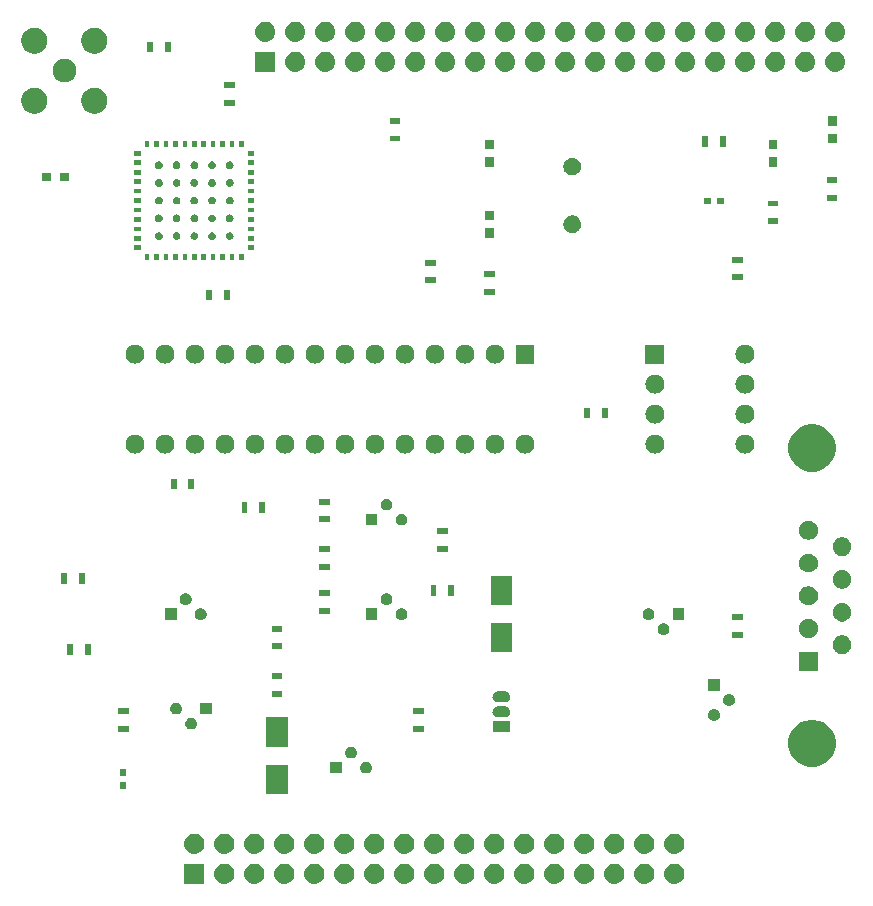
<source format=gbr>
G04 #@! TF.GenerationSoftware,KiCad,Pcbnew,(5.0.1)-3*
G04 #@! TF.CreationDate,2018-11-25T11:45:11-08:00*
G04 #@! TF.ProjectId,DashSight-Mezzanine-Card,4461736853696768742D4D657A7A616E,rev?*
G04 #@! TF.SameCoordinates,Original*
G04 #@! TF.FileFunction,Soldermask,Top*
G04 #@! TF.FilePolarity,Negative*
%FSLAX46Y46*%
G04 Gerber Fmt 4.6, Leading zero omitted, Abs format (unit mm)*
G04 Created by KiCad (PCBNEW (5.0.1)-3) date 25/11/2018 11:45:11 AM*
%MOMM*%
%LPD*%
G01*
G04 APERTURE LIST*
%ADD10C,0.100000*%
G04 APERTURE END LIST*
D10*
G36*
X181806630Y-122162299D02*
X181966855Y-122210903D01*
X182114520Y-122289831D01*
X182243949Y-122396051D01*
X182350169Y-122525480D01*
X182429097Y-122673145D01*
X182477701Y-122833370D01*
X182494112Y-123000000D01*
X182477701Y-123166630D01*
X182429097Y-123326855D01*
X182350169Y-123474520D01*
X182243949Y-123603949D01*
X182114520Y-123710169D01*
X181966855Y-123789097D01*
X181806630Y-123837701D01*
X181681752Y-123850000D01*
X181598248Y-123850000D01*
X181473370Y-123837701D01*
X181313145Y-123789097D01*
X181165480Y-123710169D01*
X181036051Y-123603949D01*
X180929831Y-123474520D01*
X180850903Y-123326855D01*
X180802299Y-123166630D01*
X180785888Y-123000000D01*
X180802299Y-122833370D01*
X180850903Y-122673145D01*
X180929831Y-122525480D01*
X181036051Y-122396051D01*
X181165480Y-122289831D01*
X181313145Y-122210903D01*
X181473370Y-122162299D01*
X181598248Y-122150000D01*
X181681752Y-122150000D01*
X181806630Y-122162299D01*
X181806630Y-122162299D01*
G37*
G36*
X153866630Y-122162299D02*
X154026855Y-122210903D01*
X154174520Y-122289831D01*
X154303949Y-122396051D01*
X154410169Y-122525480D01*
X154489097Y-122673145D01*
X154537701Y-122833370D01*
X154554112Y-123000000D01*
X154537701Y-123166630D01*
X154489097Y-123326855D01*
X154410169Y-123474520D01*
X154303949Y-123603949D01*
X154174520Y-123710169D01*
X154026855Y-123789097D01*
X153866630Y-123837701D01*
X153741752Y-123850000D01*
X153658248Y-123850000D01*
X153533370Y-123837701D01*
X153373145Y-123789097D01*
X153225480Y-123710169D01*
X153096051Y-123603949D01*
X152989831Y-123474520D01*
X152910903Y-123326855D01*
X152862299Y-123166630D01*
X152845888Y-123000000D01*
X152862299Y-122833370D01*
X152910903Y-122673145D01*
X152989831Y-122525480D01*
X153096051Y-122396051D01*
X153225480Y-122289831D01*
X153373145Y-122210903D01*
X153533370Y-122162299D01*
X153658248Y-122150000D01*
X153741752Y-122150000D01*
X153866630Y-122162299D01*
X153866630Y-122162299D01*
G37*
G36*
X174186630Y-122162299D02*
X174346855Y-122210903D01*
X174494520Y-122289831D01*
X174623949Y-122396051D01*
X174730169Y-122525480D01*
X174809097Y-122673145D01*
X174857701Y-122833370D01*
X174874112Y-123000000D01*
X174857701Y-123166630D01*
X174809097Y-123326855D01*
X174730169Y-123474520D01*
X174623949Y-123603949D01*
X174494520Y-123710169D01*
X174346855Y-123789097D01*
X174186630Y-123837701D01*
X174061752Y-123850000D01*
X173978248Y-123850000D01*
X173853370Y-123837701D01*
X173693145Y-123789097D01*
X173545480Y-123710169D01*
X173416051Y-123603949D01*
X173309831Y-123474520D01*
X173230903Y-123326855D01*
X173182299Y-123166630D01*
X173165888Y-123000000D01*
X173182299Y-122833370D01*
X173230903Y-122673145D01*
X173309831Y-122525480D01*
X173416051Y-122396051D01*
X173545480Y-122289831D01*
X173693145Y-122210903D01*
X173853370Y-122162299D01*
X173978248Y-122150000D01*
X174061752Y-122150000D01*
X174186630Y-122162299D01*
X174186630Y-122162299D01*
G37*
G36*
X146246630Y-122162299D02*
X146406855Y-122210903D01*
X146554520Y-122289831D01*
X146683949Y-122396051D01*
X146790169Y-122525480D01*
X146869097Y-122673145D01*
X146917701Y-122833370D01*
X146934112Y-123000000D01*
X146917701Y-123166630D01*
X146869097Y-123326855D01*
X146790169Y-123474520D01*
X146683949Y-123603949D01*
X146554520Y-123710169D01*
X146406855Y-123789097D01*
X146246630Y-123837701D01*
X146121752Y-123850000D01*
X146038248Y-123850000D01*
X145913370Y-123837701D01*
X145753145Y-123789097D01*
X145605480Y-123710169D01*
X145476051Y-123603949D01*
X145369831Y-123474520D01*
X145290903Y-123326855D01*
X145242299Y-123166630D01*
X145225888Y-123000000D01*
X145242299Y-122833370D01*
X145290903Y-122673145D01*
X145369831Y-122525480D01*
X145476051Y-122396051D01*
X145605480Y-122289831D01*
X145753145Y-122210903D01*
X145913370Y-122162299D01*
X146038248Y-122150000D01*
X146121752Y-122150000D01*
X146246630Y-122162299D01*
X146246630Y-122162299D01*
G37*
G36*
X143706630Y-122162299D02*
X143866855Y-122210903D01*
X144014520Y-122289831D01*
X144143949Y-122396051D01*
X144250169Y-122525480D01*
X144329097Y-122673145D01*
X144377701Y-122833370D01*
X144394112Y-123000000D01*
X144377701Y-123166630D01*
X144329097Y-123326855D01*
X144250169Y-123474520D01*
X144143949Y-123603949D01*
X144014520Y-123710169D01*
X143866855Y-123789097D01*
X143706630Y-123837701D01*
X143581752Y-123850000D01*
X143498248Y-123850000D01*
X143373370Y-123837701D01*
X143213145Y-123789097D01*
X143065480Y-123710169D01*
X142936051Y-123603949D01*
X142829831Y-123474520D01*
X142750903Y-123326855D01*
X142702299Y-123166630D01*
X142685888Y-123000000D01*
X142702299Y-122833370D01*
X142750903Y-122673145D01*
X142829831Y-122525480D01*
X142936051Y-122396051D01*
X143065480Y-122289831D01*
X143213145Y-122210903D01*
X143373370Y-122162299D01*
X143498248Y-122150000D01*
X143581752Y-122150000D01*
X143706630Y-122162299D01*
X143706630Y-122162299D01*
G37*
G36*
X141850000Y-123850000D02*
X140150000Y-123850000D01*
X140150000Y-122150000D01*
X141850000Y-122150000D01*
X141850000Y-123850000D01*
X141850000Y-123850000D01*
G37*
G36*
X148786630Y-122162299D02*
X148946855Y-122210903D01*
X149094520Y-122289831D01*
X149223949Y-122396051D01*
X149330169Y-122525480D01*
X149409097Y-122673145D01*
X149457701Y-122833370D01*
X149474112Y-123000000D01*
X149457701Y-123166630D01*
X149409097Y-123326855D01*
X149330169Y-123474520D01*
X149223949Y-123603949D01*
X149094520Y-123710169D01*
X148946855Y-123789097D01*
X148786630Y-123837701D01*
X148661752Y-123850000D01*
X148578248Y-123850000D01*
X148453370Y-123837701D01*
X148293145Y-123789097D01*
X148145480Y-123710169D01*
X148016051Y-123603949D01*
X147909831Y-123474520D01*
X147830903Y-123326855D01*
X147782299Y-123166630D01*
X147765888Y-123000000D01*
X147782299Y-122833370D01*
X147830903Y-122673145D01*
X147909831Y-122525480D01*
X148016051Y-122396051D01*
X148145480Y-122289831D01*
X148293145Y-122210903D01*
X148453370Y-122162299D01*
X148578248Y-122150000D01*
X148661752Y-122150000D01*
X148786630Y-122162299D01*
X148786630Y-122162299D01*
G37*
G36*
X176726630Y-122162299D02*
X176886855Y-122210903D01*
X177034520Y-122289831D01*
X177163949Y-122396051D01*
X177270169Y-122525480D01*
X177349097Y-122673145D01*
X177397701Y-122833370D01*
X177414112Y-123000000D01*
X177397701Y-123166630D01*
X177349097Y-123326855D01*
X177270169Y-123474520D01*
X177163949Y-123603949D01*
X177034520Y-123710169D01*
X176886855Y-123789097D01*
X176726630Y-123837701D01*
X176601752Y-123850000D01*
X176518248Y-123850000D01*
X176393370Y-123837701D01*
X176233145Y-123789097D01*
X176085480Y-123710169D01*
X175956051Y-123603949D01*
X175849831Y-123474520D01*
X175770903Y-123326855D01*
X175722299Y-123166630D01*
X175705888Y-123000000D01*
X175722299Y-122833370D01*
X175770903Y-122673145D01*
X175849831Y-122525480D01*
X175956051Y-122396051D01*
X176085480Y-122289831D01*
X176233145Y-122210903D01*
X176393370Y-122162299D01*
X176518248Y-122150000D01*
X176601752Y-122150000D01*
X176726630Y-122162299D01*
X176726630Y-122162299D01*
G37*
G36*
X151326630Y-122162299D02*
X151486855Y-122210903D01*
X151634520Y-122289831D01*
X151763949Y-122396051D01*
X151870169Y-122525480D01*
X151949097Y-122673145D01*
X151997701Y-122833370D01*
X152014112Y-123000000D01*
X151997701Y-123166630D01*
X151949097Y-123326855D01*
X151870169Y-123474520D01*
X151763949Y-123603949D01*
X151634520Y-123710169D01*
X151486855Y-123789097D01*
X151326630Y-123837701D01*
X151201752Y-123850000D01*
X151118248Y-123850000D01*
X150993370Y-123837701D01*
X150833145Y-123789097D01*
X150685480Y-123710169D01*
X150556051Y-123603949D01*
X150449831Y-123474520D01*
X150370903Y-123326855D01*
X150322299Y-123166630D01*
X150305888Y-123000000D01*
X150322299Y-122833370D01*
X150370903Y-122673145D01*
X150449831Y-122525480D01*
X150556051Y-122396051D01*
X150685480Y-122289831D01*
X150833145Y-122210903D01*
X150993370Y-122162299D01*
X151118248Y-122150000D01*
X151201752Y-122150000D01*
X151326630Y-122162299D01*
X151326630Y-122162299D01*
G37*
G36*
X156406630Y-122162299D02*
X156566855Y-122210903D01*
X156714520Y-122289831D01*
X156843949Y-122396051D01*
X156950169Y-122525480D01*
X157029097Y-122673145D01*
X157077701Y-122833370D01*
X157094112Y-123000000D01*
X157077701Y-123166630D01*
X157029097Y-123326855D01*
X156950169Y-123474520D01*
X156843949Y-123603949D01*
X156714520Y-123710169D01*
X156566855Y-123789097D01*
X156406630Y-123837701D01*
X156281752Y-123850000D01*
X156198248Y-123850000D01*
X156073370Y-123837701D01*
X155913145Y-123789097D01*
X155765480Y-123710169D01*
X155636051Y-123603949D01*
X155529831Y-123474520D01*
X155450903Y-123326855D01*
X155402299Y-123166630D01*
X155385888Y-123000000D01*
X155402299Y-122833370D01*
X155450903Y-122673145D01*
X155529831Y-122525480D01*
X155636051Y-122396051D01*
X155765480Y-122289831D01*
X155913145Y-122210903D01*
X156073370Y-122162299D01*
X156198248Y-122150000D01*
X156281752Y-122150000D01*
X156406630Y-122162299D01*
X156406630Y-122162299D01*
G37*
G36*
X179266630Y-122162299D02*
X179426855Y-122210903D01*
X179574520Y-122289831D01*
X179703949Y-122396051D01*
X179810169Y-122525480D01*
X179889097Y-122673145D01*
X179937701Y-122833370D01*
X179954112Y-123000000D01*
X179937701Y-123166630D01*
X179889097Y-123326855D01*
X179810169Y-123474520D01*
X179703949Y-123603949D01*
X179574520Y-123710169D01*
X179426855Y-123789097D01*
X179266630Y-123837701D01*
X179141752Y-123850000D01*
X179058248Y-123850000D01*
X178933370Y-123837701D01*
X178773145Y-123789097D01*
X178625480Y-123710169D01*
X178496051Y-123603949D01*
X178389831Y-123474520D01*
X178310903Y-123326855D01*
X178262299Y-123166630D01*
X178245888Y-123000000D01*
X178262299Y-122833370D01*
X178310903Y-122673145D01*
X178389831Y-122525480D01*
X178496051Y-122396051D01*
X178625480Y-122289831D01*
X178773145Y-122210903D01*
X178933370Y-122162299D01*
X179058248Y-122150000D01*
X179141752Y-122150000D01*
X179266630Y-122162299D01*
X179266630Y-122162299D01*
G37*
G36*
X171646630Y-122162299D02*
X171806855Y-122210903D01*
X171954520Y-122289831D01*
X172083949Y-122396051D01*
X172190169Y-122525480D01*
X172269097Y-122673145D01*
X172317701Y-122833370D01*
X172334112Y-123000000D01*
X172317701Y-123166630D01*
X172269097Y-123326855D01*
X172190169Y-123474520D01*
X172083949Y-123603949D01*
X171954520Y-123710169D01*
X171806855Y-123789097D01*
X171646630Y-123837701D01*
X171521752Y-123850000D01*
X171438248Y-123850000D01*
X171313370Y-123837701D01*
X171153145Y-123789097D01*
X171005480Y-123710169D01*
X170876051Y-123603949D01*
X170769831Y-123474520D01*
X170690903Y-123326855D01*
X170642299Y-123166630D01*
X170625888Y-123000000D01*
X170642299Y-122833370D01*
X170690903Y-122673145D01*
X170769831Y-122525480D01*
X170876051Y-122396051D01*
X171005480Y-122289831D01*
X171153145Y-122210903D01*
X171313370Y-122162299D01*
X171438248Y-122150000D01*
X171521752Y-122150000D01*
X171646630Y-122162299D01*
X171646630Y-122162299D01*
G37*
G36*
X169106630Y-122162299D02*
X169266855Y-122210903D01*
X169414520Y-122289831D01*
X169543949Y-122396051D01*
X169650169Y-122525480D01*
X169729097Y-122673145D01*
X169777701Y-122833370D01*
X169794112Y-123000000D01*
X169777701Y-123166630D01*
X169729097Y-123326855D01*
X169650169Y-123474520D01*
X169543949Y-123603949D01*
X169414520Y-123710169D01*
X169266855Y-123789097D01*
X169106630Y-123837701D01*
X168981752Y-123850000D01*
X168898248Y-123850000D01*
X168773370Y-123837701D01*
X168613145Y-123789097D01*
X168465480Y-123710169D01*
X168336051Y-123603949D01*
X168229831Y-123474520D01*
X168150903Y-123326855D01*
X168102299Y-123166630D01*
X168085888Y-123000000D01*
X168102299Y-122833370D01*
X168150903Y-122673145D01*
X168229831Y-122525480D01*
X168336051Y-122396051D01*
X168465480Y-122289831D01*
X168613145Y-122210903D01*
X168773370Y-122162299D01*
X168898248Y-122150000D01*
X168981752Y-122150000D01*
X169106630Y-122162299D01*
X169106630Y-122162299D01*
G37*
G36*
X166566630Y-122162299D02*
X166726855Y-122210903D01*
X166874520Y-122289831D01*
X167003949Y-122396051D01*
X167110169Y-122525480D01*
X167189097Y-122673145D01*
X167237701Y-122833370D01*
X167254112Y-123000000D01*
X167237701Y-123166630D01*
X167189097Y-123326855D01*
X167110169Y-123474520D01*
X167003949Y-123603949D01*
X166874520Y-123710169D01*
X166726855Y-123789097D01*
X166566630Y-123837701D01*
X166441752Y-123850000D01*
X166358248Y-123850000D01*
X166233370Y-123837701D01*
X166073145Y-123789097D01*
X165925480Y-123710169D01*
X165796051Y-123603949D01*
X165689831Y-123474520D01*
X165610903Y-123326855D01*
X165562299Y-123166630D01*
X165545888Y-123000000D01*
X165562299Y-122833370D01*
X165610903Y-122673145D01*
X165689831Y-122525480D01*
X165796051Y-122396051D01*
X165925480Y-122289831D01*
X166073145Y-122210903D01*
X166233370Y-122162299D01*
X166358248Y-122150000D01*
X166441752Y-122150000D01*
X166566630Y-122162299D01*
X166566630Y-122162299D01*
G37*
G36*
X161486630Y-122162299D02*
X161646855Y-122210903D01*
X161794520Y-122289831D01*
X161923949Y-122396051D01*
X162030169Y-122525480D01*
X162109097Y-122673145D01*
X162157701Y-122833370D01*
X162174112Y-123000000D01*
X162157701Y-123166630D01*
X162109097Y-123326855D01*
X162030169Y-123474520D01*
X161923949Y-123603949D01*
X161794520Y-123710169D01*
X161646855Y-123789097D01*
X161486630Y-123837701D01*
X161361752Y-123850000D01*
X161278248Y-123850000D01*
X161153370Y-123837701D01*
X160993145Y-123789097D01*
X160845480Y-123710169D01*
X160716051Y-123603949D01*
X160609831Y-123474520D01*
X160530903Y-123326855D01*
X160482299Y-123166630D01*
X160465888Y-123000000D01*
X160482299Y-122833370D01*
X160530903Y-122673145D01*
X160609831Y-122525480D01*
X160716051Y-122396051D01*
X160845480Y-122289831D01*
X160993145Y-122210903D01*
X161153370Y-122162299D01*
X161278248Y-122150000D01*
X161361752Y-122150000D01*
X161486630Y-122162299D01*
X161486630Y-122162299D01*
G37*
G36*
X164026630Y-122162299D02*
X164186855Y-122210903D01*
X164334520Y-122289831D01*
X164463949Y-122396051D01*
X164570169Y-122525480D01*
X164649097Y-122673145D01*
X164697701Y-122833370D01*
X164714112Y-123000000D01*
X164697701Y-123166630D01*
X164649097Y-123326855D01*
X164570169Y-123474520D01*
X164463949Y-123603949D01*
X164334520Y-123710169D01*
X164186855Y-123789097D01*
X164026630Y-123837701D01*
X163901752Y-123850000D01*
X163818248Y-123850000D01*
X163693370Y-123837701D01*
X163533145Y-123789097D01*
X163385480Y-123710169D01*
X163256051Y-123603949D01*
X163149831Y-123474520D01*
X163070903Y-123326855D01*
X163022299Y-123166630D01*
X163005888Y-123000000D01*
X163022299Y-122833370D01*
X163070903Y-122673145D01*
X163149831Y-122525480D01*
X163256051Y-122396051D01*
X163385480Y-122289831D01*
X163533145Y-122210903D01*
X163693370Y-122162299D01*
X163818248Y-122150000D01*
X163901752Y-122150000D01*
X164026630Y-122162299D01*
X164026630Y-122162299D01*
G37*
G36*
X158946630Y-122162299D02*
X159106855Y-122210903D01*
X159254520Y-122289831D01*
X159383949Y-122396051D01*
X159490169Y-122525480D01*
X159569097Y-122673145D01*
X159617701Y-122833370D01*
X159634112Y-123000000D01*
X159617701Y-123166630D01*
X159569097Y-123326855D01*
X159490169Y-123474520D01*
X159383949Y-123603949D01*
X159254520Y-123710169D01*
X159106855Y-123789097D01*
X158946630Y-123837701D01*
X158821752Y-123850000D01*
X158738248Y-123850000D01*
X158613370Y-123837701D01*
X158453145Y-123789097D01*
X158305480Y-123710169D01*
X158176051Y-123603949D01*
X158069831Y-123474520D01*
X157990903Y-123326855D01*
X157942299Y-123166630D01*
X157925888Y-123000000D01*
X157942299Y-122833370D01*
X157990903Y-122673145D01*
X158069831Y-122525480D01*
X158176051Y-122396051D01*
X158305480Y-122289831D01*
X158453145Y-122210903D01*
X158613370Y-122162299D01*
X158738248Y-122150000D01*
X158821752Y-122150000D01*
X158946630Y-122162299D01*
X158946630Y-122162299D01*
G37*
G36*
X174186630Y-119622299D02*
X174346855Y-119670903D01*
X174494520Y-119749831D01*
X174623949Y-119856051D01*
X174730169Y-119985480D01*
X174809097Y-120133145D01*
X174857701Y-120293370D01*
X174874112Y-120460000D01*
X174857701Y-120626630D01*
X174809097Y-120786855D01*
X174730169Y-120934520D01*
X174623949Y-121063949D01*
X174494520Y-121170169D01*
X174346855Y-121249097D01*
X174186630Y-121297701D01*
X174061752Y-121310000D01*
X173978248Y-121310000D01*
X173853370Y-121297701D01*
X173693145Y-121249097D01*
X173545480Y-121170169D01*
X173416051Y-121063949D01*
X173309831Y-120934520D01*
X173230903Y-120786855D01*
X173182299Y-120626630D01*
X173165888Y-120460000D01*
X173182299Y-120293370D01*
X173230903Y-120133145D01*
X173309831Y-119985480D01*
X173416051Y-119856051D01*
X173545480Y-119749831D01*
X173693145Y-119670903D01*
X173853370Y-119622299D01*
X173978248Y-119610000D01*
X174061752Y-119610000D01*
X174186630Y-119622299D01*
X174186630Y-119622299D01*
G37*
G36*
X143706630Y-119622299D02*
X143866855Y-119670903D01*
X144014520Y-119749831D01*
X144143949Y-119856051D01*
X144250169Y-119985480D01*
X144329097Y-120133145D01*
X144377701Y-120293370D01*
X144394112Y-120460000D01*
X144377701Y-120626630D01*
X144329097Y-120786855D01*
X144250169Y-120934520D01*
X144143949Y-121063949D01*
X144014520Y-121170169D01*
X143866855Y-121249097D01*
X143706630Y-121297701D01*
X143581752Y-121310000D01*
X143498248Y-121310000D01*
X143373370Y-121297701D01*
X143213145Y-121249097D01*
X143065480Y-121170169D01*
X142936051Y-121063949D01*
X142829831Y-120934520D01*
X142750903Y-120786855D01*
X142702299Y-120626630D01*
X142685888Y-120460000D01*
X142702299Y-120293370D01*
X142750903Y-120133145D01*
X142829831Y-119985480D01*
X142936051Y-119856051D01*
X143065480Y-119749831D01*
X143213145Y-119670903D01*
X143373370Y-119622299D01*
X143498248Y-119610000D01*
X143581752Y-119610000D01*
X143706630Y-119622299D01*
X143706630Y-119622299D01*
G37*
G36*
X176726630Y-119622299D02*
X176886855Y-119670903D01*
X177034520Y-119749831D01*
X177163949Y-119856051D01*
X177270169Y-119985480D01*
X177349097Y-120133145D01*
X177397701Y-120293370D01*
X177414112Y-120460000D01*
X177397701Y-120626630D01*
X177349097Y-120786855D01*
X177270169Y-120934520D01*
X177163949Y-121063949D01*
X177034520Y-121170169D01*
X176886855Y-121249097D01*
X176726630Y-121297701D01*
X176601752Y-121310000D01*
X176518248Y-121310000D01*
X176393370Y-121297701D01*
X176233145Y-121249097D01*
X176085480Y-121170169D01*
X175956051Y-121063949D01*
X175849831Y-120934520D01*
X175770903Y-120786855D01*
X175722299Y-120626630D01*
X175705888Y-120460000D01*
X175722299Y-120293370D01*
X175770903Y-120133145D01*
X175849831Y-119985480D01*
X175956051Y-119856051D01*
X176085480Y-119749831D01*
X176233145Y-119670903D01*
X176393370Y-119622299D01*
X176518248Y-119610000D01*
X176601752Y-119610000D01*
X176726630Y-119622299D01*
X176726630Y-119622299D01*
G37*
G36*
X179266630Y-119622299D02*
X179426855Y-119670903D01*
X179574520Y-119749831D01*
X179703949Y-119856051D01*
X179810169Y-119985480D01*
X179889097Y-120133145D01*
X179937701Y-120293370D01*
X179954112Y-120460000D01*
X179937701Y-120626630D01*
X179889097Y-120786855D01*
X179810169Y-120934520D01*
X179703949Y-121063949D01*
X179574520Y-121170169D01*
X179426855Y-121249097D01*
X179266630Y-121297701D01*
X179141752Y-121310000D01*
X179058248Y-121310000D01*
X178933370Y-121297701D01*
X178773145Y-121249097D01*
X178625480Y-121170169D01*
X178496051Y-121063949D01*
X178389831Y-120934520D01*
X178310903Y-120786855D01*
X178262299Y-120626630D01*
X178245888Y-120460000D01*
X178262299Y-120293370D01*
X178310903Y-120133145D01*
X178389831Y-119985480D01*
X178496051Y-119856051D01*
X178625480Y-119749831D01*
X178773145Y-119670903D01*
X178933370Y-119622299D01*
X179058248Y-119610000D01*
X179141752Y-119610000D01*
X179266630Y-119622299D01*
X179266630Y-119622299D01*
G37*
G36*
X181806630Y-119622299D02*
X181966855Y-119670903D01*
X182114520Y-119749831D01*
X182243949Y-119856051D01*
X182350169Y-119985480D01*
X182429097Y-120133145D01*
X182477701Y-120293370D01*
X182494112Y-120460000D01*
X182477701Y-120626630D01*
X182429097Y-120786855D01*
X182350169Y-120934520D01*
X182243949Y-121063949D01*
X182114520Y-121170169D01*
X181966855Y-121249097D01*
X181806630Y-121297701D01*
X181681752Y-121310000D01*
X181598248Y-121310000D01*
X181473370Y-121297701D01*
X181313145Y-121249097D01*
X181165480Y-121170169D01*
X181036051Y-121063949D01*
X180929831Y-120934520D01*
X180850903Y-120786855D01*
X180802299Y-120626630D01*
X180785888Y-120460000D01*
X180802299Y-120293370D01*
X180850903Y-120133145D01*
X180929831Y-119985480D01*
X181036051Y-119856051D01*
X181165480Y-119749831D01*
X181313145Y-119670903D01*
X181473370Y-119622299D01*
X181598248Y-119610000D01*
X181681752Y-119610000D01*
X181806630Y-119622299D01*
X181806630Y-119622299D01*
G37*
G36*
X141166630Y-119622299D02*
X141326855Y-119670903D01*
X141474520Y-119749831D01*
X141603949Y-119856051D01*
X141710169Y-119985480D01*
X141789097Y-120133145D01*
X141837701Y-120293370D01*
X141854112Y-120460000D01*
X141837701Y-120626630D01*
X141789097Y-120786855D01*
X141710169Y-120934520D01*
X141603949Y-121063949D01*
X141474520Y-121170169D01*
X141326855Y-121249097D01*
X141166630Y-121297701D01*
X141041752Y-121310000D01*
X140958248Y-121310000D01*
X140833370Y-121297701D01*
X140673145Y-121249097D01*
X140525480Y-121170169D01*
X140396051Y-121063949D01*
X140289831Y-120934520D01*
X140210903Y-120786855D01*
X140162299Y-120626630D01*
X140145888Y-120460000D01*
X140162299Y-120293370D01*
X140210903Y-120133145D01*
X140289831Y-119985480D01*
X140396051Y-119856051D01*
X140525480Y-119749831D01*
X140673145Y-119670903D01*
X140833370Y-119622299D01*
X140958248Y-119610000D01*
X141041752Y-119610000D01*
X141166630Y-119622299D01*
X141166630Y-119622299D01*
G37*
G36*
X171646630Y-119622299D02*
X171806855Y-119670903D01*
X171954520Y-119749831D01*
X172083949Y-119856051D01*
X172190169Y-119985480D01*
X172269097Y-120133145D01*
X172317701Y-120293370D01*
X172334112Y-120460000D01*
X172317701Y-120626630D01*
X172269097Y-120786855D01*
X172190169Y-120934520D01*
X172083949Y-121063949D01*
X171954520Y-121170169D01*
X171806855Y-121249097D01*
X171646630Y-121297701D01*
X171521752Y-121310000D01*
X171438248Y-121310000D01*
X171313370Y-121297701D01*
X171153145Y-121249097D01*
X171005480Y-121170169D01*
X170876051Y-121063949D01*
X170769831Y-120934520D01*
X170690903Y-120786855D01*
X170642299Y-120626630D01*
X170625888Y-120460000D01*
X170642299Y-120293370D01*
X170690903Y-120133145D01*
X170769831Y-119985480D01*
X170876051Y-119856051D01*
X171005480Y-119749831D01*
X171153145Y-119670903D01*
X171313370Y-119622299D01*
X171438248Y-119610000D01*
X171521752Y-119610000D01*
X171646630Y-119622299D01*
X171646630Y-119622299D01*
G37*
G36*
X169106630Y-119622299D02*
X169266855Y-119670903D01*
X169414520Y-119749831D01*
X169543949Y-119856051D01*
X169650169Y-119985480D01*
X169729097Y-120133145D01*
X169777701Y-120293370D01*
X169794112Y-120460000D01*
X169777701Y-120626630D01*
X169729097Y-120786855D01*
X169650169Y-120934520D01*
X169543949Y-121063949D01*
X169414520Y-121170169D01*
X169266855Y-121249097D01*
X169106630Y-121297701D01*
X168981752Y-121310000D01*
X168898248Y-121310000D01*
X168773370Y-121297701D01*
X168613145Y-121249097D01*
X168465480Y-121170169D01*
X168336051Y-121063949D01*
X168229831Y-120934520D01*
X168150903Y-120786855D01*
X168102299Y-120626630D01*
X168085888Y-120460000D01*
X168102299Y-120293370D01*
X168150903Y-120133145D01*
X168229831Y-119985480D01*
X168336051Y-119856051D01*
X168465480Y-119749831D01*
X168613145Y-119670903D01*
X168773370Y-119622299D01*
X168898248Y-119610000D01*
X168981752Y-119610000D01*
X169106630Y-119622299D01*
X169106630Y-119622299D01*
G37*
G36*
X166566630Y-119622299D02*
X166726855Y-119670903D01*
X166874520Y-119749831D01*
X167003949Y-119856051D01*
X167110169Y-119985480D01*
X167189097Y-120133145D01*
X167237701Y-120293370D01*
X167254112Y-120460000D01*
X167237701Y-120626630D01*
X167189097Y-120786855D01*
X167110169Y-120934520D01*
X167003949Y-121063949D01*
X166874520Y-121170169D01*
X166726855Y-121249097D01*
X166566630Y-121297701D01*
X166441752Y-121310000D01*
X166358248Y-121310000D01*
X166233370Y-121297701D01*
X166073145Y-121249097D01*
X165925480Y-121170169D01*
X165796051Y-121063949D01*
X165689831Y-120934520D01*
X165610903Y-120786855D01*
X165562299Y-120626630D01*
X165545888Y-120460000D01*
X165562299Y-120293370D01*
X165610903Y-120133145D01*
X165689831Y-119985480D01*
X165796051Y-119856051D01*
X165925480Y-119749831D01*
X166073145Y-119670903D01*
X166233370Y-119622299D01*
X166358248Y-119610000D01*
X166441752Y-119610000D01*
X166566630Y-119622299D01*
X166566630Y-119622299D01*
G37*
G36*
X161486630Y-119622299D02*
X161646855Y-119670903D01*
X161794520Y-119749831D01*
X161923949Y-119856051D01*
X162030169Y-119985480D01*
X162109097Y-120133145D01*
X162157701Y-120293370D01*
X162174112Y-120460000D01*
X162157701Y-120626630D01*
X162109097Y-120786855D01*
X162030169Y-120934520D01*
X161923949Y-121063949D01*
X161794520Y-121170169D01*
X161646855Y-121249097D01*
X161486630Y-121297701D01*
X161361752Y-121310000D01*
X161278248Y-121310000D01*
X161153370Y-121297701D01*
X160993145Y-121249097D01*
X160845480Y-121170169D01*
X160716051Y-121063949D01*
X160609831Y-120934520D01*
X160530903Y-120786855D01*
X160482299Y-120626630D01*
X160465888Y-120460000D01*
X160482299Y-120293370D01*
X160530903Y-120133145D01*
X160609831Y-119985480D01*
X160716051Y-119856051D01*
X160845480Y-119749831D01*
X160993145Y-119670903D01*
X161153370Y-119622299D01*
X161278248Y-119610000D01*
X161361752Y-119610000D01*
X161486630Y-119622299D01*
X161486630Y-119622299D01*
G37*
G36*
X158946630Y-119622299D02*
X159106855Y-119670903D01*
X159254520Y-119749831D01*
X159383949Y-119856051D01*
X159490169Y-119985480D01*
X159569097Y-120133145D01*
X159617701Y-120293370D01*
X159634112Y-120460000D01*
X159617701Y-120626630D01*
X159569097Y-120786855D01*
X159490169Y-120934520D01*
X159383949Y-121063949D01*
X159254520Y-121170169D01*
X159106855Y-121249097D01*
X158946630Y-121297701D01*
X158821752Y-121310000D01*
X158738248Y-121310000D01*
X158613370Y-121297701D01*
X158453145Y-121249097D01*
X158305480Y-121170169D01*
X158176051Y-121063949D01*
X158069831Y-120934520D01*
X157990903Y-120786855D01*
X157942299Y-120626630D01*
X157925888Y-120460000D01*
X157942299Y-120293370D01*
X157990903Y-120133145D01*
X158069831Y-119985480D01*
X158176051Y-119856051D01*
X158305480Y-119749831D01*
X158453145Y-119670903D01*
X158613370Y-119622299D01*
X158738248Y-119610000D01*
X158821752Y-119610000D01*
X158946630Y-119622299D01*
X158946630Y-119622299D01*
G37*
G36*
X156406630Y-119622299D02*
X156566855Y-119670903D01*
X156714520Y-119749831D01*
X156843949Y-119856051D01*
X156950169Y-119985480D01*
X157029097Y-120133145D01*
X157077701Y-120293370D01*
X157094112Y-120460000D01*
X157077701Y-120626630D01*
X157029097Y-120786855D01*
X156950169Y-120934520D01*
X156843949Y-121063949D01*
X156714520Y-121170169D01*
X156566855Y-121249097D01*
X156406630Y-121297701D01*
X156281752Y-121310000D01*
X156198248Y-121310000D01*
X156073370Y-121297701D01*
X155913145Y-121249097D01*
X155765480Y-121170169D01*
X155636051Y-121063949D01*
X155529831Y-120934520D01*
X155450903Y-120786855D01*
X155402299Y-120626630D01*
X155385888Y-120460000D01*
X155402299Y-120293370D01*
X155450903Y-120133145D01*
X155529831Y-119985480D01*
X155636051Y-119856051D01*
X155765480Y-119749831D01*
X155913145Y-119670903D01*
X156073370Y-119622299D01*
X156198248Y-119610000D01*
X156281752Y-119610000D01*
X156406630Y-119622299D01*
X156406630Y-119622299D01*
G37*
G36*
X153866630Y-119622299D02*
X154026855Y-119670903D01*
X154174520Y-119749831D01*
X154303949Y-119856051D01*
X154410169Y-119985480D01*
X154489097Y-120133145D01*
X154537701Y-120293370D01*
X154554112Y-120460000D01*
X154537701Y-120626630D01*
X154489097Y-120786855D01*
X154410169Y-120934520D01*
X154303949Y-121063949D01*
X154174520Y-121170169D01*
X154026855Y-121249097D01*
X153866630Y-121297701D01*
X153741752Y-121310000D01*
X153658248Y-121310000D01*
X153533370Y-121297701D01*
X153373145Y-121249097D01*
X153225480Y-121170169D01*
X153096051Y-121063949D01*
X152989831Y-120934520D01*
X152910903Y-120786855D01*
X152862299Y-120626630D01*
X152845888Y-120460000D01*
X152862299Y-120293370D01*
X152910903Y-120133145D01*
X152989831Y-119985480D01*
X153096051Y-119856051D01*
X153225480Y-119749831D01*
X153373145Y-119670903D01*
X153533370Y-119622299D01*
X153658248Y-119610000D01*
X153741752Y-119610000D01*
X153866630Y-119622299D01*
X153866630Y-119622299D01*
G37*
G36*
X151326630Y-119622299D02*
X151486855Y-119670903D01*
X151634520Y-119749831D01*
X151763949Y-119856051D01*
X151870169Y-119985480D01*
X151949097Y-120133145D01*
X151997701Y-120293370D01*
X152014112Y-120460000D01*
X151997701Y-120626630D01*
X151949097Y-120786855D01*
X151870169Y-120934520D01*
X151763949Y-121063949D01*
X151634520Y-121170169D01*
X151486855Y-121249097D01*
X151326630Y-121297701D01*
X151201752Y-121310000D01*
X151118248Y-121310000D01*
X150993370Y-121297701D01*
X150833145Y-121249097D01*
X150685480Y-121170169D01*
X150556051Y-121063949D01*
X150449831Y-120934520D01*
X150370903Y-120786855D01*
X150322299Y-120626630D01*
X150305888Y-120460000D01*
X150322299Y-120293370D01*
X150370903Y-120133145D01*
X150449831Y-119985480D01*
X150556051Y-119856051D01*
X150685480Y-119749831D01*
X150833145Y-119670903D01*
X150993370Y-119622299D01*
X151118248Y-119610000D01*
X151201752Y-119610000D01*
X151326630Y-119622299D01*
X151326630Y-119622299D01*
G37*
G36*
X146246630Y-119622299D02*
X146406855Y-119670903D01*
X146554520Y-119749831D01*
X146683949Y-119856051D01*
X146790169Y-119985480D01*
X146869097Y-120133145D01*
X146917701Y-120293370D01*
X146934112Y-120460000D01*
X146917701Y-120626630D01*
X146869097Y-120786855D01*
X146790169Y-120934520D01*
X146683949Y-121063949D01*
X146554520Y-121170169D01*
X146406855Y-121249097D01*
X146246630Y-121297701D01*
X146121752Y-121310000D01*
X146038248Y-121310000D01*
X145913370Y-121297701D01*
X145753145Y-121249097D01*
X145605480Y-121170169D01*
X145476051Y-121063949D01*
X145369831Y-120934520D01*
X145290903Y-120786855D01*
X145242299Y-120626630D01*
X145225888Y-120460000D01*
X145242299Y-120293370D01*
X145290903Y-120133145D01*
X145369831Y-119985480D01*
X145476051Y-119856051D01*
X145605480Y-119749831D01*
X145753145Y-119670903D01*
X145913370Y-119622299D01*
X146038248Y-119610000D01*
X146121752Y-119610000D01*
X146246630Y-119622299D01*
X146246630Y-119622299D01*
G37*
G36*
X148786630Y-119622299D02*
X148946855Y-119670903D01*
X149094520Y-119749831D01*
X149223949Y-119856051D01*
X149330169Y-119985480D01*
X149409097Y-120133145D01*
X149457701Y-120293370D01*
X149474112Y-120460000D01*
X149457701Y-120626630D01*
X149409097Y-120786855D01*
X149330169Y-120934520D01*
X149223949Y-121063949D01*
X149094520Y-121170169D01*
X148946855Y-121249097D01*
X148786630Y-121297701D01*
X148661752Y-121310000D01*
X148578248Y-121310000D01*
X148453370Y-121297701D01*
X148293145Y-121249097D01*
X148145480Y-121170169D01*
X148016051Y-121063949D01*
X147909831Y-120934520D01*
X147830903Y-120786855D01*
X147782299Y-120626630D01*
X147765888Y-120460000D01*
X147782299Y-120293370D01*
X147830903Y-120133145D01*
X147909831Y-119985480D01*
X148016051Y-119856051D01*
X148145480Y-119749831D01*
X148293145Y-119670903D01*
X148453370Y-119622299D01*
X148578248Y-119610000D01*
X148661752Y-119610000D01*
X148786630Y-119622299D01*
X148786630Y-119622299D01*
G37*
G36*
X164026630Y-119622299D02*
X164186855Y-119670903D01*
X164334520Y-119749831D01*
X164463949Y-119856051D01*
X164570169Y-119985480D01*
X164649097Y-120133145D01*
X164697701Y-120293370D01*
X164714112Y-120460000D01*
X164697701Y-120626630D01*
X164649097Y-120786855D01*
X164570169Y-120934520D01*
X164463949Y-121063949D01*
X164334520Y-121170169D01*
X164186855Y-121249097D01*
X164026630Y-121297701D01*
X163901752Y-121310000D01*
X163818248Y-121310000D01*
X163693370Y-121297701D01*
X163533145Y-121249097D01*
X163385480Y-121170169D01*
X163256051Y-121063949D01*
X163149831Y-120934520D01*
X163070903Y-120786855D01*
X163022299Y-120626630D01*
X163005888Y-120460000D01*
X163022299Y-120293370D01*
X163070903Y-120133145D01*
X163149831Y-119985480D01*
X163256051Y-119856051D01*
X163385480Y-119749831D01*
X163533145Y-119670903D01*
X163693370Y-119622299D01*
X163818248Y-119610000D01*
X163901752Y-119610000D01*
X164026630Y-119622299D01*
X164026630Y-119622299D01*
G37*
G36*
X148900000Y-116250000D02*
X147100000Y-116250000D01*
X147100000Y-113750000D01*
X148900000Y-113750000D01*
X148900000Y-116250000D01*
X148900000Y-116250000D01*
G37*
G36*
X135250000Y-115850000D02*
X134750000Y-115850000D01*
X134750000Y-115250000D01*
X135250000Y-115250000D01*
X135250000Y-115850000D01*
X135250000Y-115850000D01*
G37*
G36*
X135250000Y-114750000D02*
X134750000Y-114750000D01*
X134750000Y-114150000D01*
X135250000Y-114150000D01*
X135250000Y-114750000D01*
X135250000Y-114750000D01*
G37*
G36*
X153500000Y-114500000D02*
X152500000Y-114500000D01*
X152500000Y-113500000D01*
X153500000Y-113500000D01*
X153500000Y-114500000D01*
X153500000Y-114500000D01*
G37*
G36*
X155685845Y-113519215D02*
X155776839Y-113556906D01*
X155857640Y-113610896D01*
X155858734Y-113611627D01*
X155928373Y-113681266D01*
X155928375Y-113681269D01*
X155962525Y-113732377D01*
X155983095Y-113763163D01*
X156020785Y-113854155D01*
X156040000Y-113950755D01*
X156040000Y-114049245D01*
X156020785Y-114145845D01*
X155983095Y-114236837D01*
X155928373Y-114318734D01*
X155858734Y-114388373D01*
X155858731Y-114388375D01*
X155776839Y-114443094D01*
X155685845Y-114480785D01*
X155589246Y-114500000D01*
X155490754Y-114500000D01*
X155394155Y-114480785D01*
X155303161Y-114443094D01*
X155221269Y-114388375D01*
X155221266Y-114388373D01*
X155151627Y-114318734D01*
X155096905Y-114236837D01*
X155059215Y-114145845D01*
X155040000Y-114049245D01*
X155040000Y-113950755D01*
X155059215Y-113854155D01*
X155096905Y-113763163D01*
X155117476Y-113732377D01*
X155151625Y-113681269D01*
X155151627Y-113681266D01*
X155221266Y-113611627D01*
X155222360Y-113610896D01*
X155303161Y-113556906D01*
X155394155Y-113519215D01*
X155490754Y-113500000D01*
X155589246Y-113500000D01*
X155685845Y-113519215D01*
X155685845Y-113519215D01*
G37*
G36*
X193883378Y-110036859D02*
X194247354Y-110187622D01*
X194574929Y-110406501D01*
X194853499Y-110685071D01*
X195072378Y-111012646D01*
X195223141Y-111376622D01*
X195300000Y-111763016D01*
X195300000Y-112156984D01*
X195223141Y-112543378D01*
X195072378Y-112907354D01*
X194853499Y-113234929D01*
X194574929Y-113513499D01*
X194247354Y-113732378D01*
X193883378Y-113883141D01*
X193496984Y-113960000D01*
X193103016Y-113960000D01*
X192716622Y-113883141D01*
X192352646Y-113732378D01*
X192025071Y-113513499D01*
X191746501Y-113234929D01*
X191527622Y-112907354D01*
X191376859Y-112543378D01*
X191300000Y-112156984D01*
X191300000Y-111763016D01*
X191376859Y-111376622D01*
X191527622Y-111012646D01*
X191746501Y-110685071D01*
X192025071Y-110406501D01*
X192352646Y-110187622D01*
X192716622Y-110036859D01*
X193103016Y-109960000D01*
X193496984Y-109960000D01*
X193883378Y-110036859D01*
X193883378Y-110036859D01*
G37*
G36*
X154415845Y-112249215D02*
X154506839Y-112286906D01*
X154587640Y-112340896D01*
X154588734Y-112341627D01*
X154658373Y-112411266D01*
X154713095Y-112493163D01*
X154750785Y-112584155D01*
X154770000Y-112680755D01*
X154770000Y-112779245D01*
X154750785Y-112875845D01*
X154713095Y-112966837D01*
X154658373Y-113048734D01*
X154588734Y-113118373D01*
X154588731Y-113118375D01*
X154506839Y-113173094D01*
X154415845Y-113210785D01*
X154319246Y-113230000D01*
X154220754Y-113230000D01*
X154124155Y-113210785D01*
X154033161Y-113173094D01*
X153951269Y-113118375D01*
X153951266Y-113118373D01*
X153881627Y-113048734D01*
X153826905Y-112966837D01*
X153789215Y-112875845D01*
X153770000Y-112779245D01*
X153770000Y-112680755D01*
X153789215Y-112584155D01*
X153826905Y-112493163D01*
X153881627Y-112411266D01*
X153951266Y-112341627D01*
X153952360Y-112340896D01*
X154033161Y-112286906D01*
X154124155Y-112249215D01*
X154220754Y-112230000D01*
X154319246Y-112230000D01*
X154415845Y-112249215D01*
X154415845Y-112249215D01*
G37*
G36*
X148900000Y-112250000D02*
X147100000Y-112250000D01*
X147100000Y-109750000D01*
X148900000Y-109750000D01*
X148900000Y-112250000D01*
X148900000Y-112250000D01*
G37*
G36*
X135450000Y-111000000D02*
X134550000Y-111000000D01*
X134550000Y-110500000D01*
X135450000Y-110500000D01*
X135450000Y-111000000D01*
X135450000Y-111000000D01*
G37*
G36*
X160450000Y-111000000D02*
X159550000Y-111000000D01*
X159550000Y-110500000D01*
X160450000Y-110500000D01*
X160450000Y-111000000D01*
X160450000Y-111000000D01*
G37*
G36*
X167750000Y-110990000D02*
X166250000Y-110990000D01*
X166250000Y-110090000D01*
X167750000Y-110090000D01*
X167750000Y-110990000D01*
X167750000Y-110990000D01*
G37*
G36*
X140875845Y-109789215D02*
X140966839Y-109826906D01*
X141047640Y-109880896D01*
X141048734Y-109881627D01*
X141118373Y-109951266D01*
X141118375Y-109951269D01*
X141173094Y-110033161D01*
X141210785Y-110124155D01*
X141223410Y-110187622D01*
X141230000Y-110220755D01*
X141230000Y-110319245D01*
X141210785Y-110415845D01*
X141173095Y-110506837D01*
X141118373Y-110588734D01*
X141048734Y-110658373D01*
X141048731Y-110658375D01*
X140966839Y-110713094D01*
X140875845Y-110750785D01*
X140779246Y-110770000D01*
X140680754Y-110770000D01*
X140584155Y-110750785D01*
X140493161Y-110713094D01*
X140411269Y-110658375D01*
X140411266Y-110658373D01*
X140341627Y-110588734D01*
X140286905Y-110506837D01*
X140249215Y-110415845D01*
X140230000Y-110319245D01*
X140230000Y-110220755D01*
X140236591Y-110187622D01*
X140249215Y-110124155D01*
X140286906Y-110033161D01*
X140341625Y-109951269D01*
X140341627Y-109951266D01*
X140411266Y-109881627D01*
X140412360Y-109880896D01*
X140493161Y-109826906D01*
X140584155Y-109789215D01*
X140680754Y-109770000D01*
X140779246Y-109770000D01*
X140875845Y-109789215D01*
X140875845Y-109789215D01*
G37*
G36*
X185145845Y-109059215D02*
X185236839Y-109096906D01*
X185236918Y-109096959D01*
X185318734Y-109151627D01*
X185388373Y-109221266D01*
X185388375Y-109221269D01*
X185443094Y-109303161D01*
X185480785Y-109394155D01*
X185500000Y-109490754D01*
X185500000Y-109589246D01*
X185480785Y-109685845D01*
X185469335Y-109713489D01*
X185443094Y-109776839D01*
X185409641Y-109826905D01*
X185388373Y-109858734D01*
X185318734Y-109928373D01*
X185318731Y-109928375D01*
X185236839Y-109983094D01*
X185145845Y-110020785D01*
X185049246Y-110040000D01*
X184950754Y-110040000D01*
X184854155Y-110020785D01*
X184763161Y-109983094D01*
X184681269Y-109928375D01*
X184681266Y-109928373D01*
X184611627Y-109858734D01*
X184590359Y-109826905D01*
X184556906Y-109776839D01*
X184530666Y-109713489D01*
X184519215Y-109685845D01*
X184500000Y-109589246D01*
X184500000Y-109490754D01*
X184519215Y-109394155D01*
X184556906Y-109303161D01*
X184611625Y-109221269D01*
X184611627Y-109221266D01*
X184681266Y-109151627D01*
X184763082Y-109096959D01*
X184763161Y-109096906D01*
X184854155Y-109059215D01*
X184950754Y-109040000D01*
X185049246Y-109040000D01*
X185145845Y-109059215D01*
X185145845Y-109059215D01*
G37*
G36*
X167355160Y-108823256D02*
X167388215Y-108826511D01*
X167430628Y-108839377D01*
X167473042Y-108852243D01*
X167551217Y-108894029D01*
X167619738Y-108950262D01*
X167675971Y-109018783D01*
X167717757Y-109096958D01*
X167717757Y-109096959D01*
X167743489Y-109181785D01*
X167752177Y-109270000D01*
X167743489Y-109358215D01*
X167734340Y-109388375D01*
X167717757Y-109443042D01*
X167675971Y-109521217D01*
X167619738Y-109589738D01*
X167551217Y-109645971D01*
X167473042Y-109687757D01*
X167430628Y-109700623D01*
X167388215Y-109713489D01*
X167355160Y-109716745D01*
X167322106Y-109720000D01*
X166677894Y-109720000D01*
X166644840Y-109716745D01*
X166611785Y-109713489D01*
X166569372Y-109700623D01*
X166526958Y-109687757D01*
X166448783Y-109645971D01*
X166380262Y-109589738D01*
X166324029Y-109521217D01*
X166282243Y-109443042D01*
X166265660Y-109388375D01*
X166256511Y-109358215D01*
X166247823Y-109270000D01*
X166256511Y-109181785D01*
X166282243Y-109096959D01*
X166282243Y-109096958D01*
X166324029Y-109018783D01*
X166380262Y-108950262D01*
X166448783Y-108894029D01*
X166526958Y-108852243D01*
X166569372Y-108839377D01*
X166611785Y-108826511D01*
X166644840Y-108823256D01*
X166677894Y-108820000D01*
X167322106Y-108820000D01*
X167355160Y-108823256D01*
X167355160Y-108823256D01*
G37*
G36*
X135450000Y-109500000D02*
X134550000Y-109500000D01*
X134550000Y-109000000D01*
X135450000Y-109000000D01*
X135450000Y-109500000D01*
X135450000Y-109500000D01*
G37*
G36*
X160450000Y-109500000D02*
X159550000Y-109500000D01*
X159550000Y-109000000D01*
X160450000Y-109000000D01*
X160450000Y-109500000D01*
X160450000Y-109500000D01*
G37*
G36*
X142500000Y-109500000D02*
X141500000Y-109500000D01*
X141500000Y-108500000D01*
X142500000Y-108500000D01*
X142500000Y-109500000D01*
X142500000Y-109500000D01*
G37*
G36*
X139605845Y-108519215D02*
X139696839Y-108556906D01*
X139777640Y-108610896D01*
X139778734Y-108611627D01*
X139848373Y-108681266D01*
X139848375Y-108681269D01*
X139894825Y-108750785D01*
X139903095Y-108763163D01*
X139939993Y-108852243D01*
X139940785Y-108854155D01*
X139948717Y-108894029D01*
X139960000Y-108950755D01*
X139960000Y-109049245D01*
X139940785Y-109145845D01*
X139903095Y-109236837D01*
X139848373Y-109318734D01*
X139778734Y-109388373D01*
X139778731Y-109388375D01*
X139696839Y-109443094D01*
X139605845Y-109480785D01*
X139509246Y-109500000D01*
X139410754Y-109500000D01*
X139314155Y-109480785D01*
X139223161Y-109443094D01*
X139141269Y-109388375D01*
X139141266Y-109388373D01*
X139071627Y-109318734D01*
X139016905Y-109236837D01*
X138979215Y-109145845D01*
X138960000Y-109049245D01*
X138960000Y-108950755D01*
X138971284Y-108894029D01*
X138979215Y-108854155D01*
X138980007Y-108852243D01*
X139016905Y-108763163D01*
X139025176Y-108750785D01*
X139071625Y-108681269D01*
X139071627Y-108681266D01*
X139141266Y-108611627D01*
X139142360Y-108610896D01*
X139223161Y-108556906D01*
X139314155Y-108519215D01*
X139410754Y-108500000D01*
X139509246Y-108500000D01*
X139605845Y-108519215D01*
X139605845Y-108519215D01*
G37*
G36*
X186415845Y-107789215D02*
X186506839Y-107826906D01*
X186506918Y-107826959D01*
X186588734Y-107881627D01*
X186658373Y-107951266D01*
X186658375Y-107951269D01*
X186713094Y-108033161D01*
X186750785Y-108124155D01*
X186770000Y-108220754D01*
X186770000Y-108319246D01*
X186750785Y-108415845D01*
X186739335Y-108443489D01*
X186713094Y-108506839D01*
X186679641Y-108556905D01*
X186658373Y-108588734D01*
X186588734Y-108658373D01*
X186588731Y-108658375D01*
X186506839Y-108713094D01*
X186415845Y-108750785D01*
X186319246Y-108770000D01*
X186220754Y-108770000D01*
X186124155Y-108750785D01*
X186033161Y-108713094D01*
X185951269Y-108658375D01*
X185951266Y-108658373D01*
X185881627Y-108588734D01*
X185860359Y-108556905D01*
X185826906Y-108506839D01*
X185800666Y-108443489D01*
X185789215Y-108415845D01*
X185770000Y-108319246D01*
X185770000Y-108220754D01*
X185789215Y-108124155D01*
X185826906Y-108033161D01*
X185881625Y-107951269D01*
X185881627Y-107951266D01*
X185951266Y-107881627D01*
X186033082Y-107826959D01*
X186033161Y-107826906D01*
X186124155Y-107789215D01*
X186220754Y-107770000D01*
X186319246Y-107770000D01*
X186415845Y-107789215D01*
X186415845Y-107789215D01*
G37*
G36*
X167355160Y-107553255D02*
X167388215Y-107556511D01*
X167430628Y-107569377D01*
X167473042Y-107582243D01*
X167551217Y-107624029D01*
X167619738Y-107680262D01*
X167675971Y-107748783D01*
X167717757Y-107826958D01*
X167717757Y-107826959D01*
X167734341Y-107881627D01*
X167743489Y-107911786D01*
X167752177Y-108000000D01*
X167743489Y-108088214D01*
X167717757Y-108173042D01*
X167675971Y-108251217D01*
X167619738Y-108319738D01*
X167551217Y-108375971D01*
X167473042Y-108417757D01*
X167430628Y-108430623D01*
X167388215Y-108443489D01*
X167355160Y-108446744D01*
X167322106Y-108450000D01*
X166677894Y-108450000D01*
X166644840Y-108446744D01*
X166611785Y-108443489D01*
X166569372Y-108430623D01*
X166526958Y-108417757D01*
X166448783Y-108375971D01*
X166380262Y-108319738D01*
X166324029Y-108251217D01*
X166282243Y-108173042D01*
X166256511Y-108088214D01*
X166247823Y-108000000D01*
X166256511Y-107911786D01*
X166265660Y-107881627D01*
X166282243Y-107826959D01*
X166282243Y-107826958D01*
X166324029Y-107748783D01*
X166380262Y-107680262D01*
X166448783Y-107624029D01*
X166526958Y-107582243D01*
X166569372Y-107569377D01*
X166611785Y-107556511D01*
X166644840Y-107553255D01*
X166677894Y-107550000D01*
X167322106Y-107550000D01*
X167355160Y-107553255D01*
X167355160Y-107553255D01*
G37*
G36*
X148450000Y-108000000D02*
X147550000Y-108000000D01*
X147550000Y-107500000D01*
X148450000Y-107500000D01*
X148450000Y-108000000D01*
X148450000Y-108000000D01*
G37*
G36*
X185500000Y-107500000D02*
X184500000Y-107500000D01*
X184500000Y-106500000D01*
X185500000Y-106500000D01*
X185500000Y-107500000D01*
X185500000Y-107500000D01*
G37*
G36*
X148450000Y-106500000D02*
X147550000Y-106500000D01*
X147550000Y-106000000D01*
X148450000Y-106000000D01*
X148450000Y-106500000D01*
X148450000Y-106500000D01*
G37*
G36*
X193800000Y-105800000D02*
X192200000Y-105800000D01*
X192200000Y-104200000D01*
X193800000Y-104200000D01*
X193800000Y-105800000D01*
X193800000Y-105800000D01*
G37*
G36*
X132250000Y-104450000D02*
X131750000Y-104450000D01*
X131750000Y-103550000D01*
X132250000Y-103550000D01*
X132250000Y-104450000D01*
X132250000Y-104450000D01*
G37*
G36*
X130750000Y-104450000D02*
X130250000Y-104450000D01*
X130250000Y-103550000D01*
X130750000Y-103550000D01*
X130750000Y-104450000D01*
X130750000Y-104450000D01*
G37*
G36*
X196073352Y-102845743D02*
X196218941Y-102906048D01*
X196349973Y-102993601D01*
X196461399Y-103105027D01*
X196548952Y-103236059D01*
X196609257Y-103381648D01*
X196640000Y-103536205D01*
X196640000Y-103693795D01*
X196609257Y-103848352D01*
X196548952Y-103993941D01*
X196461399Y-104124973D01*
X196349973Y-104236399D01*
X196218941Y-104323952D01*
X196073352Y-104384257D01*
X195918795Y-104415000D01*
X195761205Y-104415000D01*
X195606648Y-104384257D01*
X195461059Y-104323952D01*
X195330027Y-104236399D01*
X195218601Y-104124973D01*
X195131048Y-103993941D01*
X195070743Y-103848352D01*
X195040000Y-103693795D01*
X195040000Y-103536205D01*
X195070743Y-103381648D01*
X195131048Y-103236059D01*
X195218601Y-103105027D01*
X195330027Y-102993601D01*
X195461059Y-102906048D01*
X195606648Y-102845743D01*
X195761205Y-102815000D01*
X195918795Y-102815000D01*
X196073352Y-102845743D01*
X196073352Y-102845743D01*
G37*
G36*
X167900000Y-104250000D02*
X166100000Y-104250000D01*
X166100000Y-101750000D01*
X167900000Y-101750000D01*
X167900000Y-104250000D01*
X167900000Y-104250000D01*
G37*
G36*
X148450000Y-104000000D02*
X147550000Y-104000000D01*
X147550000Y-103500000D01*
X148450000Y-103500000D01*
X148450000Y-104000000D01*
X148450000Y-104000000D01*
G37*
G36*
X193233352Y-101460743D02*
X193378941Y-101521048D01*
X193509973Y-101608601D01*
X193621399Y-101720027D01*
X193708952Y-101851059D01*
X193769257Y-101996648D01*
X193800000Y-102151205D01*
X193800000Y-102308795D01*
X193769257Y-102463352D01*
X193708952Y-102608941D01*
X193621399Y-102739973D01*
X193509973Y-102851399D01*
X193378941Y-102938952D01*
X193233352Y-102999257D01*
X193078795Y-103030000D01*
X192921205Y-103030000D01*
X192766648Y-102999257D01*
X192621059Y-102938952D01*
X192490027Y-102851399D01*
X192378601Y-102739973D01*
X192291048Y-102608941D01*
X192230743Y-102463352D01*
X192200000Y-102308795D01*
X192200000Y-102151205D01*
X192230743Y-101996648D01*
X192291048Y-101851059D01*
X192378601Y-101720027D01*
X192490027Y-101608601D01*
X192621059Y-101521048D01*
X192766648Y-101460743D01*
X192921205Y-101430000D01*
X193078795Y-101430000D01*
X193233352Y-101460743D01*
X193233352Y-101460743D01*
G37*
G36*
X187450000Y-103000000D02*
X186550000Y-103000000D01*
X186550000Y-102500000D01*
X187450000Y-102500000D01*
X187450000Y-103000000D01*
X187450000Y-103000000D01*
G37*
G36*
X180875845Y-101789215D02*
X180966839Y-101826906D01*
X181002986Y-101851059D01*
X181048734Y-101881627D01*
X181118373Y-101951266D01*
X181118375Y-101951269D01*
X181148697Y-101996648D01*
X181173095Y-102033163D01*
X181210785Y-102124155D01*
X181230000Y-102220755D01*
X181230000Y-102319245D01*
X181210785Y-102415845D01*
X181173095Y-102506837D01*
X181118373Y-102588734D01*
X181048734Y-102658373D01*
X181048731Y-102658375D01*
X180966839Y-102713094D01*
X180966838Y-102713095D01*
X180966837Y-102713095D01*
X180875845Y-102750785D01*
X180779246Y-102770000D01*
X180680754Y-102770000D01*
X180584155Y-102750785D01*
X180493163Y-102713095D01*
X180493162Y-102713095D01*
X180493161Y-102713094D01*
X180411269Y-102658375D01*
X180411266Y-102658373D01*
X180341627Y-102588734D01*
X180286905Y-102506837D01*
X180249215Y-102415845D01*
X180230000Y-102319245D01*
X180230000Y-102220755D01*
X180249215Y-102124155D01*
X180286905Y-102033163D01*
X180311304Y-101996648D01*
X180341625Y-101951269D01*
X180341627Y-101951266D01*
X180411266Y-101881627D01*
X180457014Y-101851059D01*
X180493161Y-101826906D01*
X180584155Y-101789215D01*
X180680754Y-101770000D01*
X180779246Y-101770000D01*
X180875845Y-101789215D01*
X180875845Y-101789215D01*
G37*
G36*
X148450000Y-102500000D02*
X147550000Y-102500000D01*
X147550000Y-102000000D01*
X148450000Y-102000000D01*
X148450000Y-102500000D01*
X148450000Y-102500000D01*
G37*
G36*
X196073352Y-100075743D02*
X196218941Y-100136048D01*
X196349973Y-100223601D01*
X196461399Y-100335027D01*
X196548952Y-100466059D01*
X196609257Y-100611648D01*
X196640000Y-100766205D01*
X196640000Y-100923795D01*
X196609257Y-101078352D01*
X196548952Y-101223941D01*
X196461399Y-101354973D01*
X196349973Y-101466399D01*
X196218941Y-101553952D01*
X196073352Y-101614257D01*
X195918795Y-101645000D01*
X195761205Y-101645000D01*
X195606648Y-101614257D01*
X195461059Y-101553952D01*
X195330027Y-101466399D01*
X195218601Y-101354973D01*
X195131048Y-101223941D01*
X195070743Y-101078352D01*
X195040000Y-100923795D01*
X195040000Y-100766205D01*
X195070743Y-100611648D01*
X195131048Y-100466059D01*
X195218601Y-100335027D01*
X195330027Y-100223601D01*
X195461059Y-100136048D01*
X195606648Y-100075743D01*
X195761205Y-100045000D01*
X195918795Y-100045000D01*
X196073352Y-100075743D01*
X196073352Y-100075743D01*
G37*
G36*
X141685845Y-100519215D02*
X141776839Y-100556906D01*
X141857640Y-100610896D01*
X141858734Y-100611627D01*
X141928373Y-100681266D01*
X141928375Y-100681269D01*
X141983094Y-100763161D01*
X142020785Y-100854155D01*
X142040000Y-100950754D01*
X142040000Y-101049246D01*
X142034210Y-101078352D01*
X142020785Y-101145845D01*
X141983095Y-101236837D01*
X141928373Y-101318734D01*
X141858734Y-101388373D01*
X141858731Y-101388375D01*
X141776839Y-101443094D01*
X141685845Y-101480785D01*
X141589246Y-101500000D01*
X141490754Y-101500000D01*
X141394155Y-101480785D01*
X141303161Y-101443094D01*
X141221269Y-101388375D01*
X141221266Y-101388373D01*
X141151627Y-101318734D01*
X141096905Y-101236837D01*
X141059215Y-101145845D01*
X141045790Y-101078352D01*
X141040000Y-101049246D01*
X141040000Y-100950754D01*
X141059215Y-100854155D01*
X141096906Y-100763161D01*
X141151625Y-100681269D01*
X141151627Y-100681266D01*
X141221266Y-100611627D01*
X141222360Y-100610896D01*
X141303161Y-100556906D01*
X141394155Y-100519215D01*
X141490754Y-100500000D01*
X141589246Y-100500000D01*
X141685845Y-100519215D01*
X141685845Y-100519215D01*
G37*
G36*
X182500000Y-101500000D02*
X181500000Y-101500000D01*
X181500000Y-100500000D01*
X182500000Y-100500000D01*
X182500000Y-101500000D01*
X182500000Y-101500000D01*
G37*
G36*
X179605845Y-100519215D02*
X179696839Y-100556906D01*
X179777640Y-100610896D01*
X179778734Y-100611627D01*
X179848373Y-100681266D01*
X179848375Y-100681269D01*
X179903094Y-100763161D01*
X179940785Y-100854155D01*
X179960000Y-100950754D01*
X179960000Y-101049246D01*
X179954210Y-101078352D01*
X179940785Y-101145845D01*
X179903095Y-101236837D01*
X179848373Y-101318734D01*
X179778734Y-101388373D01*
X179778731Y-101388375D01*
X179696839Y-101443094D01*
X179605845Y-101480785D01*
X179509246Y-101500000D01*
X179410754Y-101500000D01*
X179314155Y-101480785D01*
X179223161Y-101443094D01*
X179141269Y-101388375D01*
X179141266Y-101388373D01*
X179071627Y-101318734D01*
X179016905Y-101236837D01*
X178979215Y-101145845D01*
X178965790Y-101078352D01*
X178960000Y-101049246D01*
X178960000Y-100950754D01*
X178979215Y-100854155D01*
X179016906Y-100763161D01*
X179071625Y-100681269D01*
X179071627Y-100681266D01*
X179141266Y-100611627D01*
X179142360Y-100610896D01*
X179223161Y-100556906D01*
X179314155Y-100519215D01*
X179410754Y-100500000D01*
X179509246Y-100500000D01*
X179605845Y-100519215D01*
X179605845Y-100519215D01*
G37*
G36*
X187450000Y-101500000D02*
X186550000Y-101500000D01*
X186550000Y-101000000D01*
X187450000Y-101000000D01*
X187450000Y-101500000D01*
X187450000Y-101500000D01*
G37*
G36*
X158685845Y-100519215D02*
X158776839Y-100556906D01*
X158857640Y-100610896D01*
X158858734Y-100611627D01*
X158928373Y-100681266D01*
X158928375Y-100681269D01*
X158983094Y-100763161D01*
X159020785Y-100854155D01*
X159040000Y-100950754D01*
X159040000Y-101049246D01*
X159034210Y-101078352D01*
X159020785Y-101145845D01*
X158983095Y-101236837D01*
X158928373Y-101318734D01*
X158858734Y-101388373D01*
X158858731Y-101388375D01*
X158776839Y-101443094D01*
X158685845Y-101480785D01*
X158589246Y-101500000D01*
X158490754Y-101500000D01*
X158394155Y-101480785D01*
X158303161Y-101443094D01*
X158221269Y-101388375D01*
X158221266Y-101388373D01*
X158151627Y-101318734D01*
X158096905Y-101236837D01*
X158059215Y-101145845D01*
X158045790Y-101078352D01*
X158040000Y-101049246D01*
X158040000Y-100950754D01*
X158059215Y-100854155D01*
X158096906Y-100763161D01*
X158151625Y-100681269D01*
X158151627Y-100681266D01*
X158221266Y-100611627D01*
X158222360Y-100610896D01*
X158303161Y-100556906D01*
X158394155Y-100519215D01*
X158490754Y-100500000D01*
X158589246Y-100500000D01*
X158685845Y-100519215D01*
X158685845Y-100519215D01*
G37*
G36*
X156500000Y-101500000D02*
X155500000Y-101500000D01*
X155500000Y-100500000D01*
X156500000Y-100500000D01*
X156500000Y-101500000D01*
X156500000Y-101500000D01*
G37*
G36*
X139500000Y-101500000D02*
X138500000Y-101500000D01*
X138500000Y-100500000D01*
X139500000Y-100500000D01*
X139500000Y-101500000D01*
X139500000Y-101500000D01*
G37*
G36*
X152450000Y-101000000D02*
X151550000Y-101000000D01*
X151550000Y-100500000D01*
X152450000Y-100500000D01*
X152450000Y-101000000D01*
X152450000Y-101000000D01*
G37*
G36*
X193233352Y-98690743D02*
X193378941Y-98751048D01*
X193509973Y-98838601D01*
X193621399Y-98950027D01*
X193708952Y-99081059D01*
X193769257Y-99226648D01*
X193800000Y-99381205D01*
X193800000Y-99538795D01*
X193769257Y-99693352D01*
X193708952Y-99838941D01*
X193621399Y-99969973D01*
X193509973Y-100081399D01*
X193378941Y-100168952D01*
X193233352Y-100229257D01*
X193078795Y-100260000D01*
X192921205Y-100260000D01*
X192766648Y-100229257D01*
X192621059Y-100168952D01*
X192490027Y-100081399D01*
X192378601Y-99969973D01*
X192291048Y-99838941D01*
X192230743Y-99693352D01*
X192200000Y-99538795D01*
X192200000Y-99381205D01*
X192230743Y-99226648D01*
X192291048Y-99081059D01*
X192378601Y-98950027D01*
X192490027Y-98838601D01*
X192621059Y-98751048D01*
X192766648Y-98690743D01*
X192921205Y-98660000D01*
X193078795Y-98660000D01*
X193233352Y-98690743D01*
X193233352Y-98690743D01*
G37*
G36*
X167900000Y-100250000D02*
X166100000Y-100250000D01*
X166100000Y-97750000D01*
X167900000Y-97750000D01*
X167900000Y-100250000D01*
X167900000Y-100250000D01*
G37*
G36*
X140415845Y-99249215D02*
X140506839Y-99286906D01*
X140587640Y-99340896D01*
X140588734Y-99341627D01*
X140658373Y-99411266D01*
X140713095Y-99493163D01*
X140731996Y-99538795D01*
X140750785Y-99584155D01*
X140770000Y-99680754D01*
X140770000Y-99779246D01*
X140750785Y-99875845D01*
X140713095Y-99966837D01*
X140658373Y-100048734D01*
X140588734Y-100118373D01*
X140588731Y-100118375D01*
X140506839Y-100173094D01*
X140415845Y-100210785D01*
X140319246Y-100230000D01*
X140220754Y-100230000D01*
X140124155Y-100210785D01*
X140033161Y-100173094D01*
X139951269Y-100118375D01*
X139951266Y-100118373D01*
X139881627Y-100048734D01*
X139826905Y-99966837D01*
X139789215Y-99875845D01*
X139770000Y-99779246D01*
X139770000Y-99680754D01*
X139789215Y-99584155D01*
X139808004Y-99538795D01*
X139826905Y-99493163D01*
X139881627Y-99411266D01*
X139951266Y-99341627D01*
X139952360Y-99340896D01*
X140033161Y-99286906D01*
X140124155Y-99249215D01*
X140220754Y-99230000D01*
X140319246Y-99230000D01*
X140415845Y-99249215D01*
X140415845Y-99249215D01*
G37*
G36*
X157415845Y-99249215D02*
X157506839Y-99286906D01*
X157587640Y-99340896D01*
X157588734Y-99341627D01*
X157658373Y-99411266D01*
X157713095Y-99493163D01*
X157731996Y-99538795D01*
X157750785Y-99584155D01*
X157770000Y-99680754D01*
X157770000Y-99779246D01*
X157750785Y-99875845D01*
X157713095Y-99966837D01*
X157658373Y-100048734D01*
X157588734Y-100118373D01*
X157588731Y-100118375D01*
X157506839Y-100173094D01*
X157415845Y-100210785D01*
X157319246Y-100230000D01*
X157220754Y-100230000D01*
X157124155Y-100210785D01*
X157033161Y-100173094D01*
X156951269Y-100118375D01*
X156951266Y-100118373D01*
X156881627Y-100048734D01*
X156826905Y-99966837D01*
X156789215Y-99875845D01*
X156770000Y-99779246D01*
X156770000Y-99680754D01*
X156789215Y-99584155D01*
X156808004Y-99538795D01*
X156826905Y-99493163D01*
X156881627Y-99411266D01*
X156951266Y-99341627D01*
X156952360Y-99340896D01*
X157033161Y-99286906D01*
X157124155Y-99249215D01*
X157220754Y-99230000D01*
X157319246Y-99230000D01*
X157415845Y-99249215D01*
X157415845Y-99249215D01*
G37*
G36*
X152450000Y-99500000D02*
X151550000Y-99500000D01*
X151550000Y-99000000D01*
X152450000Y-99000000D01*
X152450000Y-99500000D01*
X152450000Y-99500000D01*
G37*
G36*
X163000000Y-99450000D02*
X162500000Y-99450000D01*
X162500000Y-98550000D01*
X163000000Y-98550000D01*
X163000000Y-99450000D01*
X163000000Y-99450000D01*
G37*
G36*
X161500000Y-99450000D02*
X161000000Y-99450000D01*
X161000000Y-98550000D01*
X161500000Y-98550000D01*
X161500000Y-99450000D01*
X161500000Y-99450000D01*
G37*
G36*
X196073352Y-97305743D02*
X196218941Y-97366048D01*
X196349973Y-97453601D01*
X196461399Y-97565027D01*
X196548952Y-97696059D01*
X196609257Y-97841648D01*
X196640000Y-97996205D01*
X196640000Y-98153795D01*
X196609257Y-98308352D01*
X196548952Y-98453941D01*
X196461399Y-98584973D01*
X196349973Y-98696399D01*
X196218941Y-98783952D01*
X196073352Y-98844257D01*
X195918795Y-98875000D01*
X195761205Y-98875000D01*
X195606648Y-98844257D01*
X195461059Y-98783952D01*
X195330027Y-98696399D01*
X195218601Y-98584973D01*
X195131048Y-98453941D01*
X195070743Y-98308352D01*
X195040000Y-98153795D01*
X195040000Y-97996205D01*
X195070743Y-97841648D01*
X195131048Y-97696059D01*
X195218601Y-97565027D01*
X195330027Y-97453601D01*
X195461059Y-97366048D01*
X195606648Y-97305743D01*
X195761205Y-97275000D01*
X195918795Y-97275000D01*
X196073352Y-97305743D01*
X196073352Y-97305743D01*
G37*
G36*
X130250000Y-98450000D02*
X129750000Y-98450000D01*
X129750000Y-97550000D01*
X130250000Y-97550000D01*
X130250000Y-98450000D01*
X130250000Y-98450000D01*
G37*
G36*
X131750000Y-98450000D02*
X131250000Y-98450000D01*
X131250000Y-97550000D01*
X131750000Y-97550000D01*
X131750000Y-98450000D01*
X131750000Y-98450000D01*
G37*
G36*
X193233352Y-95920743D02*
X193378941Y-95981048D01*
X193509973Y-96068601D01*
X193621399Y-96180027D01*
X193708952Y-96311059D01*
X193769257Y-96456648D01*
X193800000Y-96611205D01*
X193800000Y-96768795D01*
X193769257Y-96923352D01*
X193708952Y-97068941D01*
X193621399Y-97199973D01*
X193509973Y-97311399D01*
X193378941Y-97398952D01*
X193233352Y-97459257D01*
X193078795Y-97490000D01*
X192921205Y-97490000D01*
X192766648Y-97459257D01*
X192621059Y-97398952D01*
X192490027Y-97311399D01*
X192378601Y-97199973D01*
X192291048Y-97068941D01*
X192230743Y-96923352D01*
X192200000Y-96768795D01*
X192200000Y-96611205D01*
X192230743Y-96456648D01*
X192291048Y-96311059D01*
X192378601Y-96180027D01*
X192490027Y-96068601D01*
X192621059Y-95981048D01*
X192766648Y-95920743D01*
X192921205Y-95890000D01*
X193078795Y-95890000D01*
X193233352Y-95920743D01*
X193233352Y-95920743D01*
G37*
G36*
X152450000Y-97250000D02*
X151550000Y-97250000D01*
X151550000Y-96750000D01*
X152450000Y-96750000D01*
X152450000Y-97250000D01*
X152450000Y-97250000D01*
G37*
G36*
X196073352Y-94535743D02*
X196218941Y-94596048D01*
X196349973Y-94683601D01*
X196461399Y-94795027D01*
X196548952Y-94926059D01*
X196609257Y-95071648D01*
X196640000Y-95226205D01*
X196640000Y-95383795D01*
X196609257Y-95538352D01*
X196548952Y-95683941D01*
X196461399Y-95814973D01*
X196349973Y-95926399D01*
X196218941Y-96013952D01*
X196073352Y-96074257D01*
X195918795Y-96105000D01*
X195761205Y-96105000D01*
X195606648Y-96074257D01*
X195461059Y-96013952D01*
X195330027Y-95926399D01*
X195218601Y-95814973D01*
X195131048Y-95683941D01*
X195070743Y-95538352D01*
X195040000Y-95383795D01*
X195040000Y-95226205D01*
X195070743Y-95071648D01*
X195131048Y-94926059D01*
X195218601Y-94795027D01*
X195330027Y-94683601D01*
X195461059Y-94596048D01*
X195606648Y-94535743D01*
X195761205Y-94505000D01*
X195918795Y-94505000D01*
X196073352Y-94535743D01*
X196073352Y-94535743D01*
G37*
G36*
X162450000Y-95750000D02*
X161550000Y-95750000D01*
X161550000Y-95250000D01*
X162450000Y-95250000D01*
X162450000Y-95750000D01*
X162450000Y-95750000D01*
G37*
G36*
X152450000Y-95750000D02*
X151550000Y-95750000D01*
X151550000Y-95250000D01*
X152450000Y-95250000D01*
X152450000Y-95750000D01*
X152450000Y-95750000D01*
G37*
G36*
X193233352Y-93150743D02*
X193378941Y-93211048D01*
X193509973Y-93298601D01*
X193621399Y-93410027D01*
X193708952Y-93541059D01*
X193769257Y-93686648D01*
X193800000Y-93841205D01*
X193800000Y-93998795D01*
X193769257Y-94153352D01*
X193708952Y-94298941D01*
X193621399Y-94429973D01*
X193509973Y-94541399D01*
X193378941Y-94628952D01*
X193233352Y-94689257D01*
X193078795Y-94720000D01*
X192921205Y-94720000D01*
X192766648Y-94689257D01*
X192621059Y-94628952D01*
X192490027Y-94541399D01*
X192378601Y-94429973D01*
X192291048Y-94298941D01*
X192230743Y-94153352D01*
X192200000Y-93998795D01*
X192200000Y-93841205D01*
X192230743Y-93686648D01*
X192291048Y-93541059D01*
X192378601Y-93410027D01*
X192490027Y-93298601D01*
X192621059Y-93211048D01*
X192766648Y-93150743D01*
X192921205Y-93120000D01*
X193078795Y-93120000D01*
X193233352Y-93150743D01*
X193233352Y-93150743D01*
G37*
G36*
X162450000Y-94250000D02*
X161550000Y-94250000D01*
X161550000Y-93750000D01*
X162450000Y-93750000D01*
X162450000Y-94250000D01*
X162450000Y-94250000D01*
G37*
G36*
X156500000Y-93500000D02*
X155500000Y-93500000D01*
X155500000Y-92500000D01*
X156500000Y-92500000D01*
X156500000Y-93500000D01*
X156500000Y-93500000D01*
G37*
G36*
X158685845Y-92519215D02*
X158776839Y-92556906D01*
X158857640Y-92610896D01*
X158858734Y-92611627D01*
X158928373Y-92681266D01*
X158928375Y-92681269D01*
X158983094Y-92763161D01*
X159020785Y-92854155D01*
X159040000Y-92950754D01*
X159040000Y-93049246D01*
X159020785Y-93145845D01*
X158983094Y-93236839D01*
X158929104Y-93317640D01*
X158928373Y-93318734D01*
X158858734Y-93388373D01*
X158858731Y-93388375D01*
X158776839Y-93443094D01*
X158685845Y-93480785D01*
X158589246Y-93500000D01*
X158490754Y-93500000D01*
X158394155Y-93480785D01*
X158303161Y-93443094D01*
X158221269Y-93388375D01*
X158221266Y-93388373D01*
X158151627Y-93318734D01*
X158150896Y-93317640D01*
X158096906Y-93236839D01*
X158059215Y-93145845D01*
X158040000Y-93049246D01*
X158040000Y-92950754D01*
X158059215Y-92854155D01*
X158096906Y-92763161D01*
X158151625Y-92681269D01*
X158151627Y-92681266D01*
X158221266Y-92611627D01*
X158222360Y-92610896D01*
X158303161Y-92556906D01*
X158394155Y-92519215D01*
X158490754Y-92500000D01*
X158589246Y-92500000D01*
X158685845Y-92519215D01*
X158685845Y-92519215D01*
G37*
G36*
X152450000Y-93250000D02*
X151550000Y-93250000D01*
X151550000Y-92750000D01*
X152450000Y-92750000D01*
X152450000Y-93250000D01*
X152450000Y-93250000D01*
G37*
G36*
X145500000Y-92450000D02*
X145000000Y-92450000D01*
X145000000Y-91550000D01*
X145500000Y-91550000D01*
X145500000Y-92450000D01*
X145500000Y-92450000D01*
G37*
G36*
X147000000Y-92450000D02*
X146500000Y-92450000D01*
X146500000Y-91550000D01*
X147000000Y-91550000D01*
X147000000Y-92450000D01*
X147000000Y-92450000D01*
G37*
G36*
X157415845Y-91249215D02*
X157506839Y-91286906D01*
X157587640Y-91340896D01*
X157588734Y-91341627D01*
X157658373Y-91411266D01*
X157713095Y-91493163D01*
X157750785Y-91584155D01*
X157770000Y-91680755D01*
X157770000Y-91779245D01*
X157750785Y-91875845D01*
X157713095Y-91966837D01*
X157658373Y-92048734D01*
X157588734Y-92118373D01*
X157588731Y-92118375D01*
X157506839Y-92173094D01*
X157415845Y-92210785D01*
X157319246Y-92230000D01*
X157220754Y-92230000D01*
X157124155Y-92210785D01*
X157033161Y-92173094D01*
X156951269Y-92118375D01*
X156951266Y-92118373D01*
X156881627Y-92048734D01*
X156826905Y-91966837D01*
X156789215Y-91875845D01*
X156770000Y-91779245D01*
X156770000Y-91680755D01*
X156789215Y-91584155D01*
X156826905Y-91493163D01*
X156881627Y-91411266D01*
X156951266Y-91341627D01*
X156952360Y-91340896D01*
X157033161Y-91286906D01*
X157124155Y-91249215D01*
X157220754Y-91230000D01*
X157319246Y-91230000D01*
X157415845Y-91249215D01*
X157415845Y-91249215D01*
G37*
G36*
X152450000Y-91750000D02*
X151550000Y-91750000D01*
X151550000Y-91250000D01*
X152450000Y-91250000D01*
X152450000Y-91750000D01*
X152450000Y-91750000D01*
G37*
G36*
X139500000Y-90450000D02*
X139000000Y-90450000D01*
X139000000Y-89550000D01*
X139500000Y-89550000D01*
X139500000Y-90450000D01*
X139500000Y-90450000D01*
G37*
G36*
X141000000Y-90450000D02*
X140500000Y-90450000D01*
X140500000Y-89550000D01*
X141000000Y-89550000D01*
X141000000Y-90450000D01*
X141000000Y-90450000D01*
G37*
G36*
X193883378Y-85036859D02*
X194247354Y-85187622D01*
X194574929Y-85406501D01*
X194853499Y-85685071D01*
X195072378Y-86012646D01*
X195223141Y-86376622D01*
X195300000Y-86763016D01*
X195300000Y-87156984D01*
X195223141Y-87543378D01*
X195072378Y-87907354D01*
X194853499Y-88234929D01*
X194574929Y-88513499D01*
X194247354Y-88732378D01*
X193883378Y-88883141D01*
X193496984Y-88960000D01*
X193103016Y-88960000D01*
X192716622Y-88883141D01*
X192352646Y-88732378D01*
X192025071Y-88513499D01*
X191746501Y-88234929D01*
X191527622Y-87907354D01*
X191376859Y-87543378D01*
X191300000Y-87156984D01*
X191300000Y-86763016D01*
X191376859Y-86376622D01*
X191527622Y-86012646D01*
X191746501Y-85685071D01*
X192025071Y-85406501D01*
X192352646Y-85187622D01*
X192716622Y-85036859D01*
X193103016Y-84960000D01*
X193496984Y-84960000D01*
X193883378Y-85036859D01*
X193883378Y-85036859D01*
G37*
G36*
X138637649Y-85827717D02*
X138676827Y-85831576D01*
X138752228Y-85854449D01*
X138827629Y-85877321D01*
X138966608Y-85951608D01*
X139088422Y-86051578D01*
X139188392Y-86173392D01*
X139262679Y-86312371D01*
X139308424Y-86463174D01*
X139323870Y-86620000D01*
X139308424Y-86776826D01*
X139262679Y-86927629D01*
X139188392Y-87066608D01*
X139088422Y-87188422D01*
X138966608Y-87288392D01*
X138827629Y-87362679D01*
X138752227Y-87385552D01*
X138676827Y-87408424D01*
X138637649Y-87412283D01*
X138559295Y-87420000D01*
X138480705Y-87420000D01*
X138402351Y-87412283D01*
X138363173Y-87408424D01*
X138287773Y-87385552D01*
X138212371Y-87362679D01*
X138073392Y-87288392D01*
X137951578Y-87188422D01*
X137851608Y-87066608D01*
X137777321Y-86927629D01*
X137731576Y-86776826D01*
X137716130Y-86620000D01*
X137731576Y-86463174D01*
X137777321Y-86312371D01*
X137851608Y-86173392D01*
X137951578Y-86051578D01*
X138073392Y-85951608D01*
X138212371Y-85877321D01*
X138287772Y-85854449D01*
X138363173Y-85831576D01*
X138402351Y-85827717D01*
X138480705Y-85820000D01*
X138559295Y-85820000D01*
X138637649Y-85827717D01*
X138637649Y-85827717D01*
G37*
G36*
X141177649Y-85827717D02*
X141216827Y-85831576D01*
X141292228Y-85854449D01*
X141367629Y-85877321D01*
X141506608Y-85951608D01*
X141628422Y-86051578D01*
X141728392Y-86173392D01*
X141802679Y-86312371D01*
X141848424Y-86463174D01*
X141863870Y-86620000D01*
X141848424Y-86776826D01*
X141802679Y-86927629D01*
X141728392Y-87066608D01*
X141628422Y-87188422D01*
X141506608Y-87288392D01*
X141367629Y-87362679D01*
X141292227Y-87385552D01*
X141216827Y-87408424D01*
X141177649Y-87412283D01*
X141099295Y-87420000D01*
X141020705Y-87420000D01*
X140942351Y-87412283D01*
X140903173Y-87408424D01*
X140827773Y-87385552D01*
X140752371Y-87362679D01*
X140613392Y-87288392D01*
X140491578Y-87188422D01*
X140391608Y-87066608D01*
X140317321Y-86927629D01*
X140271576Y-86776826D01*
X140256130Y-86620000D01*
X140271576Y-86463174D01*
X140317321Y-86312371D01*
X140391608Y-86173392D01*
X140491578Y-86051578D01*
X140613392Y-85951608D01*
X140752371Y-85877321D01*
X140827772Y-85854449D01*
X140903173Y-85831576D01*
X140942351Y-85827717D01*
X141020705Y-85820000D01*
X141099295Y-85820000D01*
X141177649Y-85827717D01*
X141177649Y-85827717D01*
G37*
G36*
X143717649Y-85827717D02*
X143756827Y-85831576D01*
X143832228Y-85854449D01*
X143907629Y-85877321D01*
X144046608Y-85951608D01*
X144168422Y-86051578D01*
X144268392Y-86173392D01*
X144342679Y-86312371D01*
X144388424Y-86463174D01*
X144403870Y-86620000D01*
X144388424Y-86776826D01*
X144342679Y-86927629D01*
X144268392Y-87066608D01*
X144168422Y-87188422D01*
X144046608Y-87288392D01*
X143907629Y-87362679D01*
X143832227Y-87385552D01*
X143756827Y-87408424D01*
X143717649Y-87412283D01*
X143639295Y-87420000D01*
X143560705Y-87420000D01*
X143482351Y-87412283D01*
X143443173Y-87408424D01*
X143367773Y-87385552D01*
X143292371Y-87362679D01*
X143153392Y-87288392D01*
X143031578Y-87188422D01*
X142931608Y-87066608D01*
X142857321Y-86927629D01*
X142811576Y-86776826D01*
X142796130Y-86620000D01*
X142811576Y-86463174D01*
X142857321Y-86312371D01*
X142931608Y-86173392D01*
X143031578Y-86051578D01*
X143153392Y-85951608D01*
X143292371Y-85877321D01*
X143367772Y-85854449D01*
X143443173Y-85831576D01*
X143482351Y-85827717D01*
X143560705Y-85820000D01*
X143639295Y-85820000D01*
X143717649Y-85827717D01*
X143717649Y-85827717D01*
G37*
G36*
X146257649Y-85827717D02*
X146296827Y-85831576D01*
X146372228Y-85854449D01*
X146447629Y-85877321D01*
X146586608Y-85951608D01*
X146708422Y-86051578D01*
X146808392Y-86173392D01*
X146882679Y-86312371D01*
X146928424Y-86463174D01*
X146943870Y-86620000D01*
X146928424Y-86776826D01*
X146882679Y-86927629D01*
X146808392Y-87066608D01*
X146708422Y-87188422D01*
X146586608Y-87288392D01*
X146447629Y-87362679D01*
X146372227Y-87385552D01*
X146296827Y-87408424D01*
X146257649Y-87412283D01*
X146179295Y-87420000D01*
X146100705Y-87420000D01*
X146022351Y-87412283D01*
X145983173Y-87408424D01*
X145907773Y-87385552D01*
X145832371Y-87362679D01*
X145693392Y-87288392D01*
X145571578Y-87188422D01*
X145471608Y-87066608D01*
X145397321Y-86927629D01*
X145351576Y-86776826D01*
X145336130Y-86620000D01*
X145351576Y-86463174D01*
X145397321Y-86312371D01*
X145471608Y-86173392D01*
X145571578Y-86051578D01*
X145693392Y-85951608D01*
X145832371Y-85877321D01*
X145907772Y-85854449D01*
X145983173Y-85831576D01*
X146022351Y-85827717D01*
X146100705Y-85820000D01*
X146179295Y-85820000D01*
X146257649Y-85827717D01*
X146257649Y-85827717D01*
G37*
G36*
X148797649Y-85827717D02*
X148836827Y-85831576D01*
X148912228Y-85854449D01*
X148987629Y-85877321D01*
X149126608Y-85951608D01*
X149248422Y-86051578D01*
X149348392Y-86173392D01*
X149422679Y-86312371D01*
X149468424Y-86463174D01*
X149483870Y-86620000D01*
X149468424Y-86776826D01*
X149422679Y-86927629D01*
X149348392Y-87066608D01*
X149248422Y-87188422D01*
X149126608Y-87288392D01*
X148987629Y-87362679D01*
X148912227Y-87385552D01*
X148836827Y-87408424D01*
X148797649Y-87412283D01*
X148719295Y-87420000D01*
X148640705Y-87420000D01*
X148562351Y-87412283D01*
X148523173Y-87408424D01*
X148447773Y-87385552D01*
X148372371Y-87362679D01*
X148233392Y-87288392D01*
X148111578Y-87188422D01*
X148011608Y-87066608D01*
X147937321Y-86927629D01*
X147891576Y-86776826D01*
X147876130Y-86620000D01*
X147891576Y-86463174D01*
X147937321Y-86312371D01*
X148011608Y-86173392D01*
X148111578Y-86051578D01*
X148233392Y-85951608D01*
X148372371Y-85877321D01*
X148447772Y-85854449D01*
X148523173Y-85831576D01*
X148562351Y-85827717D01*
X148640705Y-85820000D01*
X148719295Y-85820000D01*
X148797649Y-85827717D01*
X148797649Y-85827717D01*
G37*
G36*
X153877649Y-85827717D02*
X153916827Y-85831576D01*
X153992228Y-85854449D01*
X154067629Y-85877321D01*
X154206608Y-85951608D01*
X154328422Y-86051578D01*
X154428392Y-86173392D01*
X154502679Y-86312371D01*
X154548424Y-86463174D01*
X154563870Y-86620000D01*
X154548424Y-86776826D01*
X154502679Y-86927629D01*
X154428392Y-87066608D01*
X154328422Y-87188422D01*
X154206608Y-87288392D01*
X154067629Y-87362679D01*
X153992227Y-87385552D01*
X153916827Y-87408424D01*
X153877649Y-87412283D01*
X153799295Y-87420000D01*
X153720705Y-87420000D01*
X153642351Y-87412283D01*
X153603173Y-87408424D01*
X153527773Y-87385552D01*
X153452371Y-87362679D01*
X153313392Y-87288392D01*
X153191578Y-87188422D01*
X153091608Y-87066608D01*
X153017321Y-86927629D01*
X152971576Y-86776826D01*
X152956130Y-86620000D01*
X152971576Y-86463174D01*
X153017321Y-86312371D01*
X153091608Y-86173392D01*
X153191578Y-86051578D01*
X153313392Y-85951608D01*
X153452371Y-85877321D01*
X153527772Y-85854449D01*
X153603173Y-85831576D01*
X153642351Y-85827717D01*
X153720705Y-85820000D01*
X153799295Y-85820000D01*
X153877649Y-85827717D01*
X153877649Y-85827717D01*
G37*
G36*
X136097649Y-85827717D02*
X136136827Y-85831576D01*
X136212228Y-85854449D01*
X136287629Y-85877321D01*
X136426608Y-85951608D01*
X136548422Y-86051578D01*
X136648392Y-86173392D01*
X136722679Y-86312371D01*
X136768424Y-86463174D01*
X136783870Y-86620000D01*
X136768424Y-86776826D01*
X136722679Y-86927629D01*
X136648392Y-87066608D01*
X136548422Y-87188422D01*
X136426608Y-87288392D01*
X136287629Y-87362679D01*
X136212227Y-87385552D01*
X136136827Y-87408424D01*
X136097649Y-87412283D01*
X136019295Y-87420000D01*
X135940705Y-87420000D01*
X135862351Y-87412283D01*
X135823173Y-87408424D01*
X135747773Y-87385552D01*
X135672371Y-87362679D01*
X135533392Y-87288392D01*
X135411578Y-87188422D01*
X135311608Y-87066608D01*
X135237321Y-86927629D01*
X135191576Y-86776826D01*
X135176130Y-86620000D01*
X135191576Y-86463174D01*
X135237321Y-86312371D01*
X135311608Y-86173392D01*
X135411578Y-86051578D01*
X135533392Y-85951608D01*
X135672371Y-85877321D01*
X135747772Y-85854449D01*
X135823173Y-85831576D01*
X135862351Y-85827717D01*
X135940705Y-85820000D01*
X136019295Y-85820000D01*
X136097649Y-85827717D01*
X136097649Y-85827717D01*
G37*
G36*
X158957649Y-85827717D02*
X158996827Y-85831576D01*
X159072228Y-85854449D01*
X159147629Y-85877321D01*
X159286608Y-85951608D01*
X159408422Y-86051578D01*
X159508392Y-86173392D01*
X159582679Y-86312371D01*
X159628424Y-86463174D01*
X159643870Y-86620000D01*
X159628424Y-86776826D01*
X159582679Y-86927629D01*
X159508392Y-87066608D01*
X159408422Y-87188422D01*
X159286608Y-87288392D01*
X159147629Y-87362679D01*
X159072227Y-87385552D01*
X158996827Y-87408424D01*
X158957649Y-87412283D01*
X158879295Y-87420000D01*
X158800705Y-87420000D01*
X158722351Y-87412283D01*
X158683173Y-87408424D01*
X158607773Y-87385552D01*
X158532371Y-87362679D01*
X158393392Y-87288392D01*
X158271578Y-87188422D01*
X158171608Y-87066608D01*
X158097321Y-86927629D01*
X158051576Y-86776826D01*
X158036130Y-86620000D01*
X158051576Y-86463174D01*
X158097321Y-86312371D01*
X158171608Y-86173392D01*
X158271578Y-86051578D01*
X158393392Y-85951608D01*
X158532371Y-85877321D01*
X158607772Y-85854449D01*
X158683173Y-85831576D01*
X158722351Y-85827717D01*
X158800705Y-85820000D01*
X158879295Y-85820000D01*
X158957649Y-85827717D01*
X158957649Y-85827717D01*
G37*
G36*
X164037649Y-85827717D02*
X164076827Y-85831576D01*
X164152228Y-85854449D01*
X164227629Y-85877321D01*
X164366608Y-85951608D01*
X164488422Y-86051578D01*
X164588392Y-86173392D01*
X164662679Y-86312371D01*
X164708424Y-86463174D01*
X164723870Y-86620000D01*
X164708424Y-86776826D01*
X164662679Y-86927629D01*
X164588392Y-87066608D01*
X164488422Y-87188422D01*
X164366608Y-87288392D01*
X164227629Y-87362679D01*
X164152227Y-87385552D01*
X164076827Y-87408424D01*
X164037649Y-87412283D01*
X163959295Y-87420000D01*
X163880705Y-87420000D01*
X163802351Y-87412283D01*
X163763173Y-87408424D01*
X163687773Y-87385552D01*
X163612371Y-87362679D01*
X163473392Y-87288392D01*
X163351578Y-87188422D01*
X163251608Y-87066608D01*
X163177321Y-86927629D01*
X163131576Y-86776826D01*
X163116130Y-86620000D01*
X163131576Y-86463174D01*
X163177321Y-86312371D01*
X163251608Y-86173392D01*
X163351578Y-86051578D01*
X163473392Y-85951608D01*
X163612371Y-85877321D01*
X163687772Y-85854449D01*
X163763173Y-85831576D01*
X163802351Y-85827717D01*
X163880705Y-85820000D01*
X163959295Y-85820000D01*
X164037649Y-85827717D01*
X164037649Y-85827717D01*
G37*
G36*
X166577649Y-85827717D02*
X166616827Y-85831576D01*
X166692228Y-85854449D01*
X166767629Y-85877321D01*
X166906608Y-85951608D01*
X167028422Y-86051578D01*
X167128392Y-86173392D01*
X167202679Y-86312371D01*
X167248424Y-86463174D01*
X167263870Y-86620000D01*
X167248424Y-86776826D01*
X167202679Y-86927629D01*
X167128392Y-87066608D01*
X167028422Y-87188422D01*
X166906608Y-87288392D01*
X166767629Y-87362679D01*
X166692227Y-87385552D01*
X166616827Y-87408424D01*
X166577649Y-87412283D01*
X166499295Y-87420000D01*
X166420705Y-87420000D01*
X166342351Y-87412283D01*
X166303173Y-87408424D01*
X166227773Y-87385552D01*
X166152371Y-87362679D01*
X166013392Y-87288392D01*
X165891578Y-87188422D01*
X165791608Y-87066608D01*
X165717321Y-86927629D01*
X165671576Y-86776826D01*
X165656130Y-86620000D01*
X165671576Y-86463174D01*
X165717321Y-86312371D01*
X165791608Y-86173392D01*
X165891578Y-86051578D01*
X166013392Y-85951608D01*
X166152371Y-85877321D01*
X166227772Y-85854449D01*
X166303173Y-85831576D01*
X166342351Y-85827717D01*
X166420705Y-85820000D01*
X166499295Y-85820000D01*
X166577649Y-85827717D01*
X166577649Y-85827717D01*
G37*
G36*
X169117649Y-85827717D02*
X169156827Y-85831576D01*
X169232228Y-85854449D01*
X169307629Y-85877321D01*
X169446608Y-85951608D01*
X169568422Y-86051578D01*
X169668392Y-86173392D01*
X169742679Y-86312371D01*
X169788424Y-86463174D01*
X169803870Y-86620000D01*
X169788424Y-86776826D01*
X169742679Y-86927629D01*
X169668392Y-87066608D01*
X169568422Y-87188422D01*
X169446608Y-87288392D01*
X169307629Y-87362679D01*
X169232227Y-87385552D01*
X169156827Y-87408424D01*
X169117649Y-87412283D01*
X169039295Y-87420000D01*
X168960705Y-87420000D01*
X168882351Y-87412283D01*
X168843173Y-87408424D01*
X168767773Y-87385552D01*
X168692371Y-87362679D01*
X168553392Y-87288392D01*
X168431578Y-87188422D01*
X168331608Y-87066608D01*
X168257321Y-86927629D01*
X168211576Y-86776826D01*
X168196130Y-86620000D01*
X168211576Y-86463174D01*
X168257321Y-86312371D01*
X168331608Y-86173392D01*
X168431578Y-86051578D01*
X168553392Y-85951608D01*
X168692371Y-85877321D01*
X168767772Y-85854449D01*
X168843173Y-85831576D01*
X168882351Y-85827717D01*
X168960705Y-85820000D01*
X169039295Y-85820000D01*
X169117649Y-85827717D01*
X169117649Y-85827717D01*
G37*
G36*
X151337649Y-85827717D02*
X151376827Y-85831576D01*
X151452228Y-85854449D01*
X151527629Y-85877321D01*
X151666608Y-85951608D01*
X151788422Y-86051578D01*
X151888392Y-86173392D01*
X151962679Y-86312371D01*
X152008424Y-86463174D01*
X152023870Y-86620000D01*
X152008424Y-86776826D01*
X151962679Y-86927629D01*
X151888392Y-87066608D01*
X151788422Y-87188422D01*
X151666608Y-87288392D01*
X151527629Y-87362679D01*
X151452227Y-87385552D01*
X151376827Y-87408424D01*
X151337649Y-87412283D01*
X151259295Y-87420000D01*
X151180705Y-87420000D01*
X151102351Y-87412283D01*
X151063173Y-87408424D01*
X150987773Y-87385552D01*
X150912371Y-87362679D01*
X150773392Y-87288392D01*
X150651578Y-87188422D01*
X150551608Y-87066608D01*
X150477321Y-86927629D01*
X150431576Y-86776826D01*
X150416130Y-86620000D01*
X150431576Y-86463174D01*
X150477321Y-86312371D01*
X150551608Y-86173392D01*
X150651578Y-86051578D01*
X150773392Y-85951608D01*
X150912371Y-85877321D01*
X150987772Y-85854449D01*
X151063173Y-85831576D01*
X151102351Y-85827717D01*
X151180705Y-85820000D01*
X151259295Y-85820000D01*
X151337649Y-85827717D01*
X151337649Y-85827717D01*
G37*
G36*
X187737649Y-85827717D02*
X187776827Y-85831576D01*
X187852228Y-85854449D01*
X187927629Y-85877321D01*
X188066608Y-85951608D01*
X188188422Y-86051578D01*
X188288392Y-86173392D01*
X188362679Y-86312371D01*
X188408424Y-86463174D01*
X188423870Y-86620000D01*
X188408424Y-86776826D01*
X188362679Y-86927629D01*
X188288392Y-87066608D01*
X188188422Y-87188422D01*
X188066608Y-87288392D01*
X187927629Y-87362679D01*
X187852227Y-87385552D01*
X187776827Y-87408424D01*
X187737649Y-87412283D01*
X187659295Y-87420000D01*
X187580705Y-87420000D01*
X187502351Y-87412283D01*
X187463173Y-87408424D01*
X187387773Y-87385552D01*
X187312371Y-87362679D01*
X187173392Y-87288392D01*
X187051578Y-87188422D01*
X186951608Y-87066608D01*
X186877321Y-86927629D01*
X186831576Y-86776826D01*
X186816130Y-86620000D01*
X186831576Y-86463174D01*
X186877321Y-86312371D01*
X186951608Y-86173392D01*
X187051578Y-86051578D01*
X187173392Y-85951608D01*
X187312371Y-85877321D01*
X187387772Y-85854449D01*
X187463173Y-85831576D01*
X187502351Y-85827717D01*
X187580705Y-85820000D01*
X187659295Y-85820000D01*
X187737649Y-85827717D01*
X187737649Y-85827717D01*
G37*
G36*
X180117649Y-85827717D02*
X180156827Y-85831576D01*
X180232228Y-85854449D01*
X180307629Y-85877321D01*
X180446608Y-85951608D01*
X180568422Y-86051578D01*
X180668392Y-86173392D01*
X180742679Y-86312371D01*
X180788424Y-86463174D01*
X180803870Y-86620000D01*
X180788424Y-86776826D01*
X180742679Y-86927629D01*
X180668392Y-87066608D01*
X180568422Y-87188422D01*
X180446608Y-87288392D01*
X180307629Y-87362679D01*
X180232227Y-87385552D01*
X180156827Y-87408424D01*
X180117649Y-87412283D01*
X180039295Y-87420000D01*
X179960705Y-87420000D01*
X179882351Y-87412283D01*
X179843173Y-87408424D01*
X179767773Y-87385552D01*
X179692371Y-87362679D01*
X179553392Y-87288392D01*
X179431578Y-87188422D01*
X179331608Y-87066608D01*
X179257321Y-86927629D01*
X179211576Y-86776826D01*
X179196130Y-86620000D01*
X179211576Y-86463174D01*
X179257321Y-86312371D01*
X179331608Y-86173392D01*
X179431578Y-86051578D01*
X179553392Y-85951608D01*
X179692371Y-85877321D01*
X179767772Y-85854449D01*
X179843173Y-85831576D01*
X179882351Y-85827717D01*
X179960705Y-85820000D01*
X180039295Y-85820000D01*
X180117649Y-85827717D01*
X180117649Y-85827717D01*
G37*
G36*
X156417649Y-85827717D02*
X156456827Y-85831576D01*
X156532228Y-85854449D01*
X156607629Y-85877321D01*
X156746608Y-85951608D01*
X156868422Y-86051578D01*
X156968392Y-86173392D01*
X157042679Y-86312371D01*
X157088424Y-86463174D01*
X157103870Y-86620000D01*
X157088424Y-86776826D01*
X157042679Y-86927629D01*
X156968392Y-87066608D01*
X156868422Y-87188422D01*
X156746608Y-87288392D01*
X156607629Y-87362679D01*
X156532227Y-87385552D01*
X156456827Y-87408424D01*
X156417649Y-87412283D01*
X156339295Y-87420000D01*
X156260705Y-87420000D01*
X156182351Y-87412283D01*
X156143173Y-87408424D01*
X156067773Y-87385552D01*
X155992371Y-87362679D01*
X155853392Y-87288392D01*
X155731578Y-87188422D01*
X155631608Y-87066608D01*
X155557321Y-86927629D01*
X155511576Y-86776826D01*
X155496130Y-86620000D01*
X155511576Y-86463174D01*
X155557321Y-86312371D01*
X155631608Y-86173392D01*
X155731578Y-86051578D01*
X155853392Y-85951608D01*
X155992371Y-85877321D01*
X156067772Y-85854449D01*
X156143173Y-85831576D01*
X156182351Y-85827717D01*
X156260705Y-85820000D01*
X156339295Y-85820000D01*
X156417649Y-85827717D01*
X156417649Y-85827717D01*
G37*
G36*
X161497649Y-85827717D02*
X161536827Y-85831576D01*
X161612228Y-85854449D01*
X161687629Y-85877321D01*
X161826608Y-85951608D01*
X161948422Y-86051578D01*
X162048392Y-86173392D01*
X162122679Y-86312371D01*
X162168424Y-86463174D01*
X162183870Y-86620000D01*
X162168424Y-86776826D01*
X162122679Y-86927629D01*
X162048392Y-87066608D01*
X161948422Y-87188422D01*
X161826608Y-87288392D01*
X161687629Y-87362679D01*
X161612227Y-87385552D01*
X161536827Y-87408424D01*
X161497649Y-87412283D01*
X161419295Y-87420000D01*
X161340705Y-87420000D01*
X161262351Y-87412283D01*
X161223173Y-87408424D01*
X161147773Y-87385552D01*
X161072371Y-87362679D01*
X160933392Y-87288392D01*
X160811578Y-87188422D01*
X160711608Y-87066608D01*
X160637321Y-86927629D01*
X160591576Y-86776826D01*
X160576130Y-86620000D01*
X160591576Y-86463174D01*
X160637321Y-86312371D01*
X160711608Y-86173392D01*
X160811578Y-86051578D01*
X160933392Y-85951608D01*
X161072371Y-85877321D01*
X161147772Y-85854449D01*
X161223173Y-85831576D01*
X161262351Y-85827717D01*
X161340705Y-85820000D01*
X161419295Y-85820000D01*
X161497649Y-85827717D01*
X161497649Y-85827717D01*
G37*
G36*
X187737649Y-83287717D02*
X187776827Y-83291576D01*
X187852228Y-83314449D01*
X187927629Y-83337321D01*
X188066608Y-83411608D01*
X188188422Y-83511578D01*
X188288392Y-83633392D01*
X188362679Y-83772371D01*
X188408424Y-83923174D01*
X188423870Y-84080000D01*
X188408424Y-84236826D01*
X188362679Y-84387629D01*
X188288392Y-84526608D01*
X188188422Y-84648422D01*
X188066608Y-84748392D01*
X187927629Y-84822679D01*
X187852227Y-84845552D01*
X187776827Y-84868424D01*
X187737649Y-84872283D01*
X187659295Y-84880000D01*
X187580705Y-84880000D01*
X187502351Y-84872283D01*
X187463173Y-84868424D01*
X187387773Y-84845552D01*
X187312371Y-84822679D01*
X187173392Y-84748392D01*
X187051578Y-84648422D01*
X186951608Y-84526608D01*
X186877321Y-84387629D01*
X186831576Y-84236826D01*
X186816130Y-84080000D01*
X186831576Y-83923174D01*
X186877321Y-83772371D01*
X186951608Y-83633392D01*
X187051578Y-83511578D01*
X187173392Y-83411608D01*
X187312371Y-83337321D01*
X187387772Y-83314449D01*
X187463173Y-83291576D01*
X187502351Y-83287717D01*
X187580705Y-83280000D01*
X187659295Y-83280000D01*
X187737649Y-83287717D01*
X187737649Y-83287717D01*
G37*
G36*
X180117649Y-83287717D02*
X180156827Y-83291576D01*
X180232228Y-83314449D01*
X180307629Y-83337321D01*
X180446608Y-83411608D01*
X180568422Y-83511578D01*
X180668392Y-83633392D01*
X180742679Y-83772371D01*
X180788424Y-83923174D01*
X180803870Y-84080000D01*
X180788424Y-84236826D01*
X180742679Y-84387629D01*
X180668392Y-84526608D01*
X180568422Y-84648422D01*
X180446608Y-84748392D01*
X180307629Y-84822679D01*
X180232227Y-84845552D01*
X180156827Y-84868424D01*
X180117649Y-84872283D01*
X180039295Y-84880000D01*
X179960705Y-84880000D01*
X179882351Y-84872283D01*
X179843173Y-84868424D01*
X179767773Y-84845552D01*
X179692371Y-84822679D01*
X179553392Y-84748392D01*
X179431578Y-84648422D01*
X179331608Y-84526608D01*
X179257321Y-84387629D01*
X179211576Y-84236826D01*
X179196130Y-84080000D01*
X179211576Y-83923174D01*
X179257321Y-83772371D01*
X179331608Y-83633392D01*
X179431578Y-83511578D01*
X179553392Y-83411608D01*
X179692371Y-83337321D01*
X179767772Y-83314449D01*
X179843173Y-83291576D01*
X179882351Y-83287717D01*
X179960705Y-83280000D01*
X180039295Y-83280000D01*
X180117649Y-83287717D01*
X180117649Y-83287717D01*
G37*
G36*
X174500000Y-84450000D02*
X174000000Y-84450000D01*
X174000000Y-83550000D01*
X174500000Y-83550000D01*
X174500000Y-84450000D01*
X174500000Y-84450000D01*
G37*
G36*
X176000000Y-84450000D02*
X175500000Y-84450000D01*
X175500000Y-83550000D01*
X176000000Y-83550000D01*
X176000000Y-84450000D01*
X176000000Y-84450000D01*
G37*
G36*
X180117649Y-80747717D02*
X180156827Y-80751576D01*
X180232228Y-80774449D01*
X180307629Y-80797321D01*
X180446608Y-80871608D01*
X180568422Y-80971578D01*
X180668392Y-81093392D01*
X180742679Y-81232371D01*
X180788424Y-81383174D01*
X180803870Y-81540000D01*
X180788424Y-81696826D01*
X180742679Y-81847629D01*
X180668392Y-81986608D01*
X180568422Y-82108422D01*
X180446608Y-82208392D01*
X180307629Y-82282679D01*
X180232228Y-82305551D01*
X180156827Y-82328424D01*
X180117649Y-82332283D01*
X180039295Y-82340000D01*
X179960705Y-82340000D01*
X179882351Y-82332283D01*
X179843173Y-82328424D01*
X179767772Y-82305551D01*
X179692371Y-82282679D01*
X179553392Y-82208392D01*
X179431578Y-82108422D01*
X179331608Y-81986608D01*
X179257321Y-81847629D01*
X179211576Y-81696826D01*
X179196130Y-81540000D01*
X179211576Y-81383174D01*
X179257321Y-81232371D01*
X179331608Y-81093392D01*
X179431578Y-80971578D01*
X179553392Y-80871608D01*
X179692371Y-80797321D01*
X179767772Y-80774449D01*
X179843173Y-80751576D01*
X179882351Y-80747717D01*
X179960705Y-80740000D01*
X180039295Y-80740000D01*
X180117649Y-80747717D01*
X180117649Y-80747717D01*
G37*
G36*
X187737649Y-80747717D02*
X187776827Y-80751576D01*
X187852228Y-80774449D01*
X187927629Y-80797321D01*
X188066608Y-80871608D01*
X188188422Y-80971578D01*
X188288392Y-81093392D01*
X188362679Y-81232371D01*
X188408424Y-81383174D01*
X188423870Y-81540000D01*
X188408424Y-81696826D01*
X188362679Y-81847629D01*
X188288392Y-81986608D01*
X188188422Y-82108422D01*
X188066608Y-82208392D01*
X187927629Y-82282679D01*
X187852228Y-82305551D01*
X187776827Y-82328424D01*
X187737649Y-82332283D01*
X187659295Y-82340000D01*
X187580705Y-82340000D01*
X187502351Y-82332283D01*
X187463173Y-82328424D01*
X187387772Y-82305551D01*
X187312371Y-82282679D01*
X187173392Y-82208392D01*
X187051578Y-82108422D01*
X186951608Y-81986608D01*
X186877321Y-81847629D01*
X186831576Y-81696826D01*
X186816130Y-81540000D01*
X186831576Y-81383174D01*
X186877321Y-81232371D01*
X186951608Y-81093392D01*
X187051578Y-80971578D01*
X187173392Y-80871608D01*
X187312371Y-80797321D01*
X187387772Y-80774449D01*
X187463173Y-80751576D01*
X187502351Y-80747717D01*
X187580705Y-80740000D01*
X187659295Y-80740000D01*
X187737649Y-80747717D01*
X187737649Y-80747717D01*
G37*
G36*
X136097649Y-78207717D02*
X136136827Y-78211576D01*
X136212227Y-78234448D01*
X136287629Y-78257321D01*
X136426608Y-78331608D01*
X136548422Y-78431578D01*
X136648392Y-78553392D01*
X136722679Y-78692371D01*
X136768424Y-78843174D01*
X136783870Y-79000000D01*
X136768424Y-79156826D01*
X136722679Y-79307629D01*
X136648392Y-79446608D01*
X136548422Y-79568422D01*
X136426608Y-79668392D01*
X136287629Y-79742679D01*
X136212227Y-79765552D01*
X136136827Y-79788424D01*
X136097649Y-79792283D01*
X136019295Y-79800000D01*
X135940705Y-79800000D01*
X135862351Y-79792283D01*
X135823173Y-79788424D01*
X135747773Y-79765552D01*
X135672371Y-79742679D01*
X135533392Y-79668392D01*
X135411578Y-79568422D01*
X135311608Y-79446608D01*
X135237321Y-79307629D01*
X135191576Y-79156826D01*
X135176130Y-79000000D01*
X135191576Y-78843174D01*
X135237321Y-78692371D01*
X135311608Y-78553392D01*
X135411578Y-78431578D01*
X135533392Y-78331608D01*
X135672371Y-78257321D01*
X135747773Y-78234448D01*
X135823173Y-78211576D01*
X135862351Y-78207717D01*
X135940705Y-78200000D01*
X136019295Y-78200000D01*
X136097649Y-78207717D01*
X136097649Y-78207717D01*
G37*
G36*
X143717649Y-78207717D02*
X143756827Y-78211576D01*
X143832227Y-78234448D01*
X143907629Y-78257321D01*
X144046608Y-78331608D01*
X144168422Y-78431578D01*
X144268392Y-78553392D01*
X144342679Y-78692371D01*
X144388424Y-78843174D01*
X144403870Y-79000000D01*
X144388424Y-79156826D01*
X144342679Y-79307629D01*
X144268392Y-79446608D01*
X144168422Y-79568422D01*
X144046608Y-79668392D01*
X143907629Y-79742679D01*
X143832227Y-79765552D01*
X143756827Y-79788424D01*
X143717649Y-79792283D01*
X143639295Y-79800000D01*
X143560705Y-79800000D01*
X143482351Y-79792283D01*
X143443173Y-79788424D01*
X143367773Y-79765552D01*
X143292371Y-79742679D01*
X143153392Y-79668392D01*
X143031578Y-79568422D01*
X142931608Y-79446608D01*
X142857321Y-79307629D01*
X142811576Y-79156826D01*
X142796130Y-79000000D01*
X142811576Y-78843174D01*
X142857321Y-78692371D01*
X142931608Y-78553392D01*
X143031578Y-78431578D01*
X143153392Y-78331608D01*
X143292371Y-78257321D01*
X143367773Y-78234448D01*
X143443173Y-78211576D01*
X143482351Y-78207717D01*
X143560705Y-78200000D01*
X143639295Y-78200000D01*
X143717649Y-78207717D01*
X143717649Y-78207717D01*
G37*
G36*
X148797649Y-78207717D02*
X148836827Y-78211576D01*
X148912227Y-78234448D01*
X148987629Y-78257321D01*
X149126608Y-78331608D01*
X149248422Y-78431578D01*
X149348392Y-78553392D01*
X149422679Y-78692371D01*
X149468424Y-78843174D01*
X149483870Y-79000000D01*
X149468424Y-79156826D01*
X149422679Y-79307629D01*
X149348392Y-79446608D01*
X149248422Y-79568422D01*
X149126608Y-79668392D01*
X148987629Y-79742679D01*
X148912227Y-79765552D01*
X148836827Y-79788424D01*
X148797649Y-79792283D01*
X148719295Y-79800000D01*
X148640705Y-79800000D01*
X148562351Y-79792283D01*
X148523173Y-79788424D01*
X148447773Y-79765552D01*
X148372371Y-79742679D01*
X148233392Y-79668392D01*
X148111578Y-79568422D01*
X148011608Y-79446608D01*
X147937321Y-79307629D01*
X147891576Y-79156826D01*
X147876130Y-79000000D01*
X147891576Y-78843174D01*
X147937321Y-78692371D01*
X148011608Y-78553392D01*
X148111578Y-78431578D01*
X148233392Y-78331608D01*
X148372371Y-78257321D01*
X148447773Y-78234448D01*
X148523173Y-78211576D01*
X148562351Y-78207717D01*
X148640705Y-78200000D01*
X148719295Y-78200000D01*
X148797649Y-78207717D01*
X148797649Y-78207717D01*
G37*
G36*
X180800000Y-79800000D02*
X179200000Y-79800000D01*
X179200000Y-78200000D01*
X180800000Y-78200000D01*
X180800000Y-79800000D01*
X180800000Y-79800000D01*
G37*
G36*
X187737649Y-78207717D02*
X187776827Y-78211576D01*
X187852227Y-78234448D01*
X187927629Y-78257321D01*
X188066608Y-78331608D01*
X188188422Y-78431578D01*
X188288392Y-78553392D01*
X188362679Y-78692371D01*
X188408424Y-78843174D01*
X188423870Y-79000000D01*
X188408424Y-79156826D01*
X188362679Y-79307629D01*
X188288392Y-79446608D01*
X188188422Y-79568422D01*
X188066608Y-79668392D01*
X187927629Y-79742679D01*
X187852227Y-79765552D01*
X187776827Y-79788424D01*
X187737649Y-79792283D01*
X187659295Y-79800000D01*
X187580705Y-79800000D01*
X187502351Y-79792283D01*
X187463173Y-79788424D01*
X187387773Y-79765552D01*
X187312371Y-79742679D01*
X187173392Y-79668392D01*
X187051578Y-79568422D01*
X186951608Y-79446608D01*
X186877321Y-79307629D01*
X186831576Y-79156826D01*
X186816130Y-79000000D01*
X186831576Y-78843174D01*
X186877321Y-78692371D01*
X186951608Y-78553392D01*
X187051578Y-78431578D01*
X187173392Y-78331608D01*
X187312371Y-78257321D01*
X187387773Y-78234448D01*
X187463173Y-78211576D01*
X187502351Y-78207717D01*
X187580705Y-78200000D01*
X187659295Y-78200000D01*
X187737649Y-78207717D01*
X187737649Y-78207717D01*
G37*
G36*
X146257649Y-78207717D02*
X146296827Y-78211576D01*
X146372227Y-78234448D01*
X146447629Y-78257321D01*
X146586608Y-78331608D01*
X146708422Y-78431578D01*
X146808392Y-78553392D01*
X146882679Y-78692371D01*
X146928424Y-78843174D01*
X146943870Y-79000000D01*
X146928424Y-79156826D01*
X146882679Y-79307629D01*
X146808392Y-79446608D01*
X146708422Y-79568422D01*
X146586608Y-79668392D01*
X146447629Y-79742679D01*
X146372227Y-79765552D01*
X146296827Y-79788424D01*
X146257649Y-79792283D01*
X146179295Y-79800000D01*
X146100705Y-79800000D01*
X146022351Y-79792283D01*
X145983173Y-79788424D01*
X145907773Y-79765552D01*
X145832371Y-79742679D01*
X145693392Y-79668392D01*
X145571578Y-79568422D01*
X145471608Y-79446608D01*
X145397321Y-79307629D01*
X145351576Y-79156826D01*
X145336130Y-79000000D01*
X145351576Y-78843174D01*
X145397321Y-78692371D01*
X145471608Y-78553392D01*
X145571578Y-78431578D01*
X145693392Y-78331608D01*
X145832371Y-78257321D01*
X145907773Y-78234448D01*
X145983173Y-78211576D01*
X146022351Y-78207717D01*
X146100705Y-78200000D01*
X146179295Y-78200000D01*
X146257649Y-78207717D01*
X146257649Y-78207717D01*
G37*
G36*
X164037649Y-78207717D02*
X164076827Y-78211576D01*
X164152227Y-78234448D01*
X164227629Y-78257321D01*
X164366608Y-78331608D01*
X164488422Y-78431578D01*
X164588392Y-78553392D01*
X164662679Y-78692371D01*
X164708424Y-78843174D01*
X164723870Y-79000000D01*
X164708424Y-79156826D01*
X164662679Y-79307629D01*
X164588392Y-79446608D01*
X164488422Y-79568422D01*
X164366608Y-79668392D01*
X164227629Y-79742679D01*
X164152227Y-79765552D01*
X164076827Y-79788424D01*
X164037649Y-79792283D01*
X163959295Y-79800000D01*
X163880705Y-79800000D01*
X163802351Y-79792283D01*
X163763173Y-79788424D01*
X163687773Y-79765552D01*
X163612371Y-79742679D01*
X163473392Y-79668392D01*
X163351578Y-79568422D01*
X163251608Y-79446608D01*
X163177321Y-79307629D01*
X163131576Y-79156826D01*
X163116130Y-79000000D01*
X163131576Y-78843174D01*
X163177321Y-78692371D01*
X163251608Y-78553392D01*
X163351578Y-78431578D01*
X163473392Y-78331608D01*
X163612371Y-78257321D01*
X163687773Y-78234448D01*
X163763173Y-78211576D01*
X163802351Y-78207717D01*
X163880705Y-78200000D01*
X163959295Y-78200000D01*
X164037649Y-78207717D01*
X164037649Y-78207717D01*
G37*
G36*
X166577649Y-78207717D02*
X166616827Y-78211576D01*
X166692227Y-78234448D01*
X166767629Y-78257321D01*
X166906608Y-78331608D01*
X167028422Y-78431578D01*
X167128392Y-78553392D01*
X167202679Y-78692371D01*
X167248424Y-78843174D01*
X167263870Y-79000000D01*
X167248424Y-79156826D01*
X167202679Y-79307629D01*
X167128392Y-79446608D01*
X167028422Y-79568422D01*
X166906608Y-79668392D01*
X166767629Y-79742679D01*
X166692227Y-79765552D01*
X166616827Y-79788424D01*
X166577649Y-79792283D01*
X166499295Y-79800000D01*
X166420705Y-79800000D01*
X166342351Y-79792283D01*
X166303173Y-79788424D01*
X166227773Y-79765552D01*
X166152371Y-79742679D01*
X166013392Y-79668392D01*
X165891578Y-79568422D01*
X165791608Y-79446608D01*
X165717321Y-79307629D01*
X165671576Y-79156826D01*
X165656130Y-79000000D01*
X165671576Y-78843174D01*
X165717321Y-78692371D01*
X165791608Y-78553392D01*
X165891578Y-78431578D01*
X166013392Y-78331608D01*
X166152371Y-78257321D01*
X166227773Y-78234448D01*
X166303173Y-78211576D01*
X166342351Y-78207717D01*
X166420705Y-78200000D01*
X166499295Y-78200000D01*
X166577649Y-78207717D01*
X166577649Y-78207717D01*
G37*
G36*
X161497649Y-78207717D02*
X161536827Y-78211576D01*
X161612227Y-78234448D01*
X161687629Y-78257321D01*
X161826608Y-78331608D01*
X161948422Y-78431578D01*
X162048392Y-78553392D01*
X162122679Y-78692371D01*
X162168424Y-78843174D01*
X162183870Y-79000000D01*
X162168424Y-79156826D01*
X162122679Y-79307629D01*
X162048392Y-79446608D01*
X161948422Y-79568422D01*
X161826608Y-79668392D01*
X161687629Y-79742679D01*
X161612227Y-79765552D01*
X161536827Y-79788424D01*
X161497649Y-79792283D01*
X161419295Y-79800000D01*
X161340705Y-79800000D01*
X161262351Y-79792283D01*
X161223173Y-79788424D01*
X161147773Y-79765552D01*
X161072371Y-79742679D01*
X160933392Y-79668392D01*
X160811578Y-79568422D01*
X160711608Y-79446608D01*
X160637321Y-79307629D01*
X160591576Y-79156826D01*
X160576130Y-79000000D01*
X160591576Y-78843174D01*
X160637321Y-78692371D01*
X160711608Y-78553392D01*
X160811578Y-78431578D01*
X160933392Y-78331608D01*
X161072371Y-78257321D01*
X161147773Y-78234448D01*
X161223173Y-78211576D01*
X161262351Y-78207717D01*
X161340705Y-78200000D01*
X161419295Y-78200000D01*
X161497649Y-78207717D01*
X161497649Y-78207717D01*
G37*
G36*
X169800000Y-79800000D02*
X168200000Y-79800000D01*
X168200000Y-78200000D01*
X169800000Y-78200000D01*
X169800000Y-79800000D01*
X169800000Y-79800000D01*
G37*
G36*
X158957649Y-78207717D02*
X158996827Y-78211576D01*
X159072227Y-78234448D01*
X159147629Y-78257321D01*
X159286608Y-78331608D01*
X159408422Y-78431578D01*
X159508392Y-78553392D01*
X159582679Y-78692371D01*
X159628424Y-78843174D01*
X159643870Y-79000000D01*
X159628424Y-79156826D01*
X159582679Y-79307629D01*
X159508392Y-79446608D01*
X159408422Y-79568422D01*
X159286608Y-79668392D01*
X159147629Y-79742679D01*
X159072227Y-79765552D01*
X158996827Y-79788424D01*
X158957649Y-79792283D01*
X158879295Y-79800000D01*
X158800705Y-79800000D01*
X158722351Y-79792283D01*
X158683173Y-79788424D01*
X158607773Y-79765552D01*
X158532371Y-79742679D01*
X158393392Y-79668392D01*
X158271578Y-79568422D01*
X158171608Y-79446608D01*
X158097321Y-79307629D01*
X158051576Y-79156826D01*
X158036130Y-79000000D01*
X158051576Y-78843174D01*
X158097321Y-78692371D01*
X158171608Y-78553392D01*
X158271578Y-78431578D01*
X158393392Y-78331608D01*
X158532371Y-78257321D01*
X158607773Y-78234448D01*
X158683173Y-78211576D01*
X158722351Y-78207717D01*
X158800705Y-78200000D01*
X158879295Y-78200000D01*
X158957649Y-78207717D01*
X158957649Y-78207717D01*
G37*
G36*
X156417649Y-78207717D02*
X156456827Y-78211576D01*
X156532227Y-78234448D01*
X156607629Y-78257321D01*
X156746608Y-78331608D01*
X156868422Y-78431578D01*
X156968392Y-78553392D01*
X157042679Y-78692371D01*
X157088424Y-78843174D01*
X157103870Y-79000000D01*
X157088424Y-79156826D01*
X157042679Y-79307629D01*
X156968392Y-79446608D01*
X156868422Y-79568422D01*
X156746608Y-79668392D01*
X156607629Y-79742679D01*
X156532227Y-79765552D01*
X156456827Y-79788424D01*
X156417649Y-79792283D01*
X156339295Y-79800000D01*
X156260705Y-79800000D01*
X156182351Y-79792283D01*
X156143173Y-79788424D01*
X156067773Y-79765552D01*
X155992371Y-79742679D01*
X155853392Y-79668392D01*
X155731578Y-79568422D01*
X155631608Y-79446608D01*
X155557321Y-79307629D01*
X155511576Y-79156826D01*
X155496130Y-79000000D01*
X155511576Y-78843174D01*
X155557321Y-78692371D01*
X155631608Y-78553392D01*
X155731578Y-78431578D01*
X155853392Y-78331608D01*
X155992371Y-78257321D01*
X156067773Y-78234448D01*
X156143173Y-78211576D01*
X156182351Y-78207717D01*
X156260705Y-78200000D01*
X156339295Y-78200000D01*
X156417649Y-78207717D01*
X156417649Y-78207717D01*
G37*
G36*
X138637649Y-78207717D02*
X138676827Y-78211576D01*
X138752227Y-78234448D01*
X138827629Y-78257321D01*
X138966608Y-78331608D01*
X139088422Y-78431578D01*
X139188392Y-78553392D01*
X139262679Y-78692371D01*
X139308424Y-78843174D01*
X139323870Y-79000000D01*
X139308424Y-79156826D01*
X139262679Y-79307629D01*
X139188392Y-79446608D01*
X139088422Y-79568422D01*
X138966608Y-79668392D01*
X138827629Y-79742679D01*
X138752227Y-79765552D01*
X138676827Y-79788424D01*
X138637649Y-79792283D01*
X138559295Y-79800000D01*
X138480705Y-79800000D01*
X138402351Y-79792283D01*
X138363173Y-79788424D01*
X138287773Y-79765552D01*
X138212371Y-79742679D01*
X138073392Y-79668392D01*
X137951578Y-79568422D01*
X137851608Y-79446608D01*
X137777321Y-79307629D01*
X137731576Y-79156826D01*
X137716130Y-79000000D01*
X137731576Y-78843174D01*
X137777321Y-78692371D01*
X137851608Y-78553392D01*
X137951578Y-78431578D01*
X138073392Y-78331608D01*
X138212371Y-78257321D01*
X138287773Y-78234448D01*
X138363173Y-78211576D01*
X138402351Y-78207717D01*
X138480705Y-78200000D01*
X138559295Y-78200000D01*
X138637649Y-78207717D01*
X138637649Y-78207717D01*
G37*
G36*
X153877649Y-78207717D02*
X153916827Y-78211576D01*
X153992227Y-78234448D01*
X154067629Y-78257321D01*
X154206608Y-78331608D01*
X154328422Y-78431578D01*
X154428392Y-78553392D01*
X154502679Y-78692371D01*
X154548424Y-78843174D01*
X154563870Y-79000000D01*
X154548424Y-79156826D01*
X154502679Y-79307629D01*
X154428392Y-79446608D01*
X154328422Y-79568422D01*
X154206608Y-79668392D01*
X154067629Y-79742679D01*
X153992227Y-79765552D01*
X153916827Y-79788424D01*
X153877649Y-79792283D01*
X153799295Y-79800000D01*
X153720705Y-79800000D01*
X153642351Y-79792283D01*
X153603173Y-79788424D01*
X153527773Y-79765552D01*
X153452371Y-79742679D01*
X153313392Y-79668392D01*
X153191578Y-79568422D01*
X153091608Y-79446608D01*
X153017321Y-79307629D01*
X152971576Y-79156826D01*
X152956130Y-79000000D01*
X152971576Y-78843174D01*
X153017321Y-78692371D01*
X153091608Y-78553392D01*
X153191578Y-78431578D01*
X153313392Y-78331608D01*
X153452371Y-78257321D01*
X153527773Y-78234448D01*
X153603173Y-78211576D01*
X153642351Y-78207717D01*
X153720705Y-78200000D01*
X153799295Y-78200000D01*
X153877649Y-78207717D01*
X153877649Y-78207717D01*
G37*
G36*
X151337649Y-78207717D02*
X151376827Y-78211576D01*
X151452227Y-78234448D01*
X151527629Y-78257321D01*
X151666608Y-78331608D01*
X151788422Y-78431578D01*
X151888392Y-78553392D01*
X151962679Y-78692371D01*
X152008424Y-78843174D01*
X152023870Y-79000000D01*
X152008424Y-79156826D01*
X151962679Y-79307629D01*
X151888392Y-79446608D01*
X151788422Y-79568422D01*
X151666608Y-79668392D01*
X151527629Y-79742679D01*
X151452227Y-79765552D01*
X151376827Y-79788424D01*
X151337649Y-79792283D01*
X151259295Y-79800000D01*
X151180705Y-79800000D01*
X151102351Y-79792283D01*
X151063173Y-79788424D01*
X150987773Y-79765552D01*
X150912371Y-79742679D01*
X150773392Y-79668392D01*
X150651578Y-79568422D01*
X150551608Y-79446608D01*
X150477321Y-79307629D01*
X150431576Y-79156826D01*
X150416130Y-79000000D01*
X150431576Y-78843174D01*
X150477321Y-78692371D01*
X150551608Y-78553392D01*
X150651578Y-78431578D01*
X150773392Y-78331608D01*
X150912371Y-78257321D01*
X150987773Y-78234448D01*
X151063173Y-78211576D01*
X151102351Y-78207717D01*
X151180705Y-78200000D01*
X151259295Y-78200000D01*
X151337649Y-78207717D01*
X151337649Y-78207717D01*
G37*
G36*
X141177649Y-78207717D02*
X141216827Y-78211576D01*
X141292227Y-78234448D01*
X141367629Y-78257321D01*
X141506608Y-78331608D01*
X141628422Y-78431578D01*
X141728392Y-78553392D01*
X141802679Y-78692371D01*
X141848424Y-78843174D01*
X141863870Y-79000000D01*
X141848424Y-79156826D01*
X141802679Y-79307629D01*
X141728392Y-79446608D01*
X141628422Y-79568422D01*
X141506608Y-79668392D01*
X141367629Y-79742679D01*
X141292227Y-79765552D01*
X141216827Y-79788424D01*
X141177649Y-79792283D01*
X141099295Y-79800000D01*
X141020705Y-79800000D01*
X140942351Y-79792283D01*
X140903173Y-79788424D01*
X140827773Y-79765552D01*
X140752371Y-79742679D01*
X140613392Y-79668392D01*
X140491578Y-79568422D01*
X140391608Y-79446608D01*
X140317321Y-79307629D01*
X140271576Y-79156826D01*
X140256130Y-79000000D01*
X140271576Y-78843174D01*
X140317321Y-78692371D01*
X140391608Y-78553392D01*
X140491578Y-78431578D01*
X140613392Y-78331608D01*
X140752371Y-78257321D01*
X140827773Y-78234448D01*
X140903173Y-78211576D01*
X140942351Y-78207717D01*
X141020705Y-78200000D01*
X141099295Y-78200000D01*
X141177649Y-78207717D01*
X141177649Y-78207717D01*
G37*
G36*
X142500000Y-74450000D02*
X142000000Y-74450000D01*
X142000000Y-73550000D01*
X142500000Y-73550000D01*
X142500000Y-74450000D01*
X142500000Y-74450000D01*
G37*
G36*
X144000000Y-74450000D02*
X143500000Y-74450000D01*
X143500000Y-73550000D01*
X144000000Y-73550000D01*
X144000000Y-74450000D01*
X144000000Y-74450000D01*
G37*
G36*
X166450000Y-74000000D02*
X165550000Y-74000000D01*
X165550000Y-73500000D01*
X166450000Y-73500000D01*
X166450000Y-74000000D01*
X166450000Y-74000000D01*
G37*
G36*
X161450000Y-73000000D02*
X160550000Y-73000000D01*
X160550000Y-72500000D01*
X161450000Y-72500000D01*
X161450000Y-73000000D01*
X161450000Y-73000000D01*
G37*
G36*
X187450000Y-72750000D02*
X186550000Y-72750000D01*
X186550000Y-72250000D01*
X187450000Y-72250000D01*
X187450000Y-72750000D01*
X187450000Y-72750000D01*
G37*
G36*
X166450000Y-72500000D02*
X165550000Y-72500000D01*
X165550000Y-72000000D01*
X166450000Y-72000000D01*
X166450000Y-72500000D01*
X166450000Y-72500000D01*
G37*
G36*
X161450000Y-71500000D02*
X160550000Y-71500000D01*
X160550000Y-71000000D01*
X161450000Y-71000000D01*
X161450000Y-71500000D01*
X161450000Y-71500000D01*
G37*
G36*
X187450000Y-71250000D02*
X186550000Y-71250000D01*
X186550000Y-70750000D01*
X187450000Y-70750000D01*
X187450000Y-71250000D01*
X187450000Y-71250000D01*
G37*
G36*
X144395000Y-71075000D02*
X144005000Y-71075000D01*
X144005000Y-70525000D01*
X144395000Y-70525000D01*
X144395000Y-71075000D01*
X144395000Y-71075000D01*
G37*
G36*
X139595000Y-71075000D02*
X139205000Y-71075000D01*
X139205000Y-70525000D01*
X139595000Y-70525000D01*
X139595000Y-71075000D01*
X139595000Y-71075000D01*
G37*
G36*
X145195000Y-71075000D02*
X144805000Y-71075000D01*
X144805000Y-70525000D01*
X145195000Y-70525000D01*
X145195000Y-71075000D01*
X145195000Y-71075000D01*
G37*
G36*
X143595000Y-71075000D02*
X143205000Y-71075000D01*
X143205000Y-70525000D01*
X143595000Y-70525000D01*
X143595000Y-71075000D01*
X143595000Y-71075000D01*
G37*
G36*
X142795000Y-71075000D02*
X142405000Y-71075000D01*
X142405000Y-70525000D01*
X142795000Y-70525000D01*
X142795000Y-71075000D01*
X142795000Y-71075000D01*
G37*
G36*
X141995000Y-71075000D02*
X141605000Y-71075000D01*
X141605000Y-70525000D01*
X141995000Y-70525000D01*
X141995000Y-71075000D01*
X141995000Y-71075000D01*
G37*
G36*
X140395000Y-71075000D02*
X140005000Y-71075000D01*
X140005000Y-70525000D01*
X140395000Y-70525000D01*
X140395000Y-71075000D01*
X140395000Y-71075000D01*
G37*
G36*
X141195000Y-71075000D02*
X140805000Y-71075000D01*
X140805000Y-70525000D01*
X141195000Y-70525000D01*
X141195000Y-71075000D01*
X141195000Y-71075000D01*
G37*
G36*
X137195000Y-71075000D02*
X136805000Y-71075000D01*
X136805000Y-70525000D01*
X137195000Y-70525000D01*
X137195000Y-71075000D01*
X137195000Y-71075000D01*
G37*
G36*
X137995000Y-71075000D02*
X137605000Y-71075000D01*
X137605000Y-70525000D01*
X137995000Y-70525000D01*
X137995000Y-71075000D01*
X137995000Y-71075000D01*
G37*
G36*
X138795000Y-71075000D02*
X138405000Y-71075000D01*
X138405000Y-70525000D01*
X138795000Y-70525000D01*
X138795000Y-71075000D01*
X138795000Y-71075000D01*
G37*
G36*
X136475000Y-70195000D02*
X135925000Y-70195000D01*
X135925000Y-69805000D01*
X136475000Y-69805000D01*
X136475000Y-70195000D01*
X136475000Y-70195000D01*
G37*
G36*
X146075000Y-70195000D02*
X145525000Y-70195000D01*
X145525000Y-69805000D01*
X146075000Y-69805000D01*
X146075000Y-70195000D01*
X146075000Y-70195000D01*
G37*
G36*
X146075000Y-69395000D02*
X145525000Y-69395000D01*
X145525000Y-69005000D01*
X146075000Y-69005000D01*
X146075000Y-69395000D01*
X146075000Y-69395000D01*
G37*
G36*
X136475000Y-69395000D02*
X135925000Y-69395000D01*
X135925000Y-69005000D01*
X136475000Y-69005000D01*
X136475000Y-69395000D01*
X136475000Y-69395000D01*
G37*
G36*
X141094799Y-68687489D02*
X141140543Y-68706437D01*
X141153941Y-68711986D01*
X141153942Y-68711987D01*
X141153945Y-68711988D01*
X141207176Y-68747556D01*
X141252444Y-68792824D01*
X141288012Y-68846055D01*
X141312511Y-68905201D01*
X141325000Y-68967990D01*
X141325000Y-69032010D01*
X141312511Y-69094799D01*
X141288012Y-69153945D01*
X141252444Y-69207176D01*
X141207176Y-69252444D01*
X141153945Y-69288012D01*
X141153942Y-69288013D01*
X141153941Y-69288014D01*
X141140543Y-69293563D01*
X141094799Y-69312511D01*
X141032010Y-69325000D01*
X140967990Y-69325000D01*
X140905201Y-69312511D01*
X140859457Y-69293563D01*
X140846059Y-69288014D01*
X140846058Y-69288013D01*
X140846055Y-69288012D01*
X140792824Y-69252444D01*
X140747556Y-69207176D01*
X140711988Y-69153945D01*
X140687489Y-69094799D01*
X140675000Y-69032010D01*
X140675000Y-68967990D01*
X140687489Y-68905201D01*
X140711988Y-68846055D01*
X140747556Y-68792824D01*
X140792824Y-68747556D01*
X140846055Y-68711988D01*
X140846058Y-68711987D01*
X140846059Y-68711986D01*
X140859457Y-68706437D01*
X140905201Y-68687489D01*
X140967990Y-68675000D01*
X141032010Y-68675000D01*
X141094799Y-68687489D01*
X141094799Y-68687489D01*
G37*
G36*
X138094799Y-68687489D02*
X138140543Y-68706437D01*
X138153941Y-68711986D01*
X138153942Y-68711987D01*
X138153945Y-68711988D01*
X138207176Y-68747556D01*
X138252444Y-68792824D01*
X138288012Y-68846055D01*
X138312511Y-68905201D01*
X138325000Y-68967990D01*
X138325000Y-69032010D01*
X138312511Y-69094799D01*
X138288012Y-69153945D01*
X138252444Y-69207176D01*
X138207176Y-69252444D01*
X138153945Y-69288012D01*
X138153942Y-69288013D01*
X138153941Y-69288014D01*
X138140543Y-69293563D01*
X138094799Y-69312511D01*
X138032010Y-69325000D01*
X137967990Y-69325000D01*
X137905201Y-69312511D01*
X137859457Y-69293563D01*
X137846059Y-69288014D01*
X137846058Y-69288013D01*
X137846055Y-69288012D01*
X137792824Y-69252444D01*
X137747556Y-69207176D01*
X137711988Y-69153945D01*
X137687489Y-69094799D01*
X137675000Y-69032010D01*
X137675000Y-68967990D01*
X137687489Y-68905201D01*
X137711988Y-68846055D01*
X137747556Y-68792824D01*
X137792824Y-68747556D01*
X137846055Y-68711988D01*
X137846058Y-68711987D01*
X137846059Y-68711986D01*
X137859457Y-68706437D01*
X137905201Y-68687489D01*
X137967990Y-68675000D01*
X138032010Y-68675000D01*
X138094799Y-68687489D01*
X138094799Y-68687489D01*
G37*
G36*
X139594799Y-68687489D02*
X139640543Y-68706437D01*
X139653941Y-68711986D01*
X139653942Y-68711987D01*
X139653945Y-68711988D01*
X139707176Y-68747556D01*
X139752444Y-68792824D01*
X139788012Y-68846055D01*
X139812511Y-68905201D01*
X139825000Y-68967990D01*
X139825000Y-69032010D01*
X139812511Y-69094799D01*
X139788012Y-69153945D01*
X139752444Y-69207176D01*
X139707176Y-69252444D01*
X139653945Y-69288012D01*
X139653942Y-69288013D01*
X139653941Y-69288014D01*
X139640543Y-69293563D01*
X139594799Y-69312511D01*
X139532010Y-69325000D01*
X139467990Y-69325000D01*
X139405201Y-69312511D01*
X139359457Y-69293563D01*
X139346059Y-69288014D01*
X139346058Y-69288013D01*
X139346055Y-69288012D01*
X139292824Y-69252444D01*
X139247556Y-69207176D01*
X139211988Y-69153945D01*
X139187489Y-69094799D01*
X139175000Y-69032010D01*
X139175000Y-68967990D01*
X139187489Y-68905201D01*
X139211988Y-68846055D01*
X139247556Y-68792824D01*
X139292824Y-68747556D01*
X139346055Y-68711988D01*
X139346058Y-68711987D01*
X139346059Y-68711986D01*
X139359457Y-68706437D01*
X139405201Y-68687489D01*
X139467990Y-68675000D01*
X139532010Y-68675000D01*
X139594799Y-68687489D01*
X139594799Y-68687489D01*
G37*
G36*
X144094799Y-68687489D02*
X144140543Y-68706437D01*
X144153941Y-68711986D01*
X144153942Y-68711987D01*
X144153945Y-68711988D01*
X144207176Y-68747556D01*
X144252444Y-68792824D01*
X144288012Y-68846055D01*
X144312511Y-68905201D01*
X144325000Y-68967990D01*
X144325000Y-69032010D01*
X144312511Y-69094799D01*
X144288012Y-69153945D01*
X144252444Y-69207176D01*
X144207176Y-69252444D01*
X144153945Y-69288012D01*
X144153942Y-69288013D01*
X144153941Y-69288014D01*
X144140543Y-69293563D01*
X144094799Y-69312511D01*
X144032010Y-69325000D01*
X143967990Y-69325000D01*
X143905201Y-69312511D01*
X143859457Y-69293563D01*
X143846059Y-69288014D01*
X143846058Y-69288013D01*
X143846055Y-69288012D01*
X143792824Y-69252444D01*
X143747556Y-69207176D01*
X143711988Y-69153945D01*
X143687489Y-69094799D01*
X143675000Y-69032010D01*
X143675000Y-68967990D01*
X143687489Y-68905201D01*
X143711988Y-68846055D01*
X143747556Y-68792824D01*
X143792824Y-68747556D01*
X143846055Y-68711988D01*
X143846058Y-68711987D01*
X143846059Y-68711986D01*
X143859457Y-68706437D01*
X143905201Y-68687489D01*
X143967990Y-68675000D01*
X144032010Y-68675000D01*
X144094799Y-68687489D01*
X144094799Y-68687489D01*
G37*
G36*
X142594799Y-68687489D02*
X142640543Y-68706437D01*
X142653941Y-68711986D01*
X142653942Y-68711987D01*
X142653945Y-68711988D01*
X142707176Y-68747556D01*
X142752444Y-68792824D01*
X142788012Y-68846055D01*
X142812511Y-68905201D01*
X142825000Y-68967990D01*
X142825000Y-69032010D01*
X142812511Y-69094799D01*
X142788012Y-69153945D01*
X142752444Y-69207176D01*
X142707176Y-69252444D01*
X142653945Y-69288012D01*
X142653942Y-69288013D01*
X142653941Y-69288014D01*
X142640543Y-69293563D01*
X142594799Y-69312511D01*
X142532010Y-69325000D01*
X142467990Y-69325000D01*
X142405201Y-69312511D01*
X142359457Y-69293563D01*
X142346059Y-69288014D01*
X142346058Y-69288013D01*
X142346055Y-69288012D01*
X142292824Y-69252444D01*
X142247556Y-69207176D01*
X142211988Y-69153945D01*
X142187489Y-69094799D01*
X142175000Y-69032010D01*
X142175000Y-68967990D01*
X142187489Y-68905201D01*
X142211988Y-68846055D01*
X142247556Y-68792824D01*
X142292824Y-68747556D01*
X142346055Y-68711988D01*
X142346058Y-68711987D01*
X142346059Y-68711986D01*
X142359457Y-68706437D01*
X142405201Y-68687489D01*
X142467990Y-68675000D01*
X142532010Y-68675000D01*
X142594799Y-68687489D01*
X142594799Y-68687489D01*
G37*
G36*
X166375000Y-69150000D02*
X165625000Y-69150000D01*
X165625000Y-68350000D01*
X166375000Y-68350000D01*
X166375000Y-69150000D01*
X166375000Y-69150000D01*
G37*
G36*
X173146318Y-67264411D02*
X173218767Y-67278822D01*
X173252563Y-67292821D01*
X173355257Y-67335358D01*
X173478100Y-67417439D01*
X173582561Y-67521900D01*
X173664642Y-67644743D01*
X173690502Y-67707176D01*
X173721178Y-67781233D01*
X173729884Y-67825000D01*
X173750000Y-67926130D01*
X173750000Y-68073870D01*
X173721178Y-68218766D01*
X173664642Y-68355257D01*
X173582561Y-68478100D01*
X173478100Y-68582561D01*
X173355257Y-68664642D01*
X173300099Y-68687489D01*
X173218767Y-68721178D01*
X173146318Y-68735589D01*
X173073870Y-68750000D01*
X172926130Y-68750000D01*
X172853682Y-68735589D01*
X172781233Y-68721178D01*
X172699901Y-68687489D01*
X172644743Y-68664642D01*
X172521900Y-68582561D01*
X172417439Y-68478100D01*
X172335358Y-68355257D01*
X172278822Y-68218766D01*
X172250000Y-68073870D01*
X172250000Y-67926130D01*
X172270116Y-67825000D01*
X172278822Y-67781233D01*
X172309498Y-67707176D01*
X172335358Y-67644743D01*
X172417439Y-67521900D01*
X172521900Y-67417439D01*
X172644743Y-67335358D01*
X172747437Y-67292821D01*
X172781233Y-67278822D01*
X172853682Y-67264411D01*
X172926130Y-67250000D01*
X173073870Y-67250000D01*
X173146318Y-67264411D01*
X173146318Y-67264411D01*
G37*
G36*
X136475000Y-68595000D02*
X135925000Y-68595000D01*
X135925000Y-68205000D01*
X136475000Y-68205000D01*
X136475000Y-68595000D01*
X136475000Y-68595000D01*
G37*
G36*
X146075000Y-68595000D02*
X145525000Y-68595000D01*
X145525000Y-68205000D01*
X146075000Y-68205000D01*
X146075000Y-68595000D01*
X146075000Y-68595000D01*
G37*
G36*
X190450000Y-68000000D02*
X189550000Y-68000000D01*
X189550000Y-67500000D01*
X190450000Y-67500000D01*
X190450000Y-68000000D01*
X190450000Y-68000000D01*
G37*
G36*
X138094799Y-67187489D02*
X138140543Y-67206437D01*
X138153941Y-67211986D01*
X138153942Y-67211987D01*
X138153945Y-67211988D01*
X138207176Y-67247556D01*
X138252444Y-67292824D01*
X138288012Y-67346055D01*
X138312511Y-67405201D01*
X138325000Y-67467990D01*
X138325000Y-67532010D01*
X138312511Y-67594799D01*
X138288012Y-67653945D01*
X138252444Y-67707176D01*
X138207176Y-67752444D01*
X138153945Y-67788012D01*
X138153942Y-67788013D01*
X138153941Y-67788014D01*
X138140543Y-67793563D01*
X138094799Y-67812511D01*
X138032010Y-67825000D01*
X137967990Y-67825000D01*
X137905201Y-67812511D01*
X137859457Y-67793563D01*
X137846059Y-67788014D01*
X137846058Y-67788013D01*
X137846055Y-67788012D01*
X137792824Y-67752444D01*
X137747556Y-67707176D01*
X137711988Y-67653945D01*
X137687489Y-67594799D01*
X137675000Y-67532010D01*
X137675000Y-67467990D01*
X137687489Y-67405201D01*
X137711988Y-67346055D01*
X137747556Y-67292824D01*
X137792824Y-67247556D01*
X137846055Y-67211988D01*
X137846058Y-67211987D01*
X137846059Y-67211986D01*
X137859457Y-67206437D01*
X137905201Y-67187489D01*
X137967990Y-67175000D01*
X138032010Y-67175000D01*
X138094799Y-67187489D01*
X138094799Y-67187489D01*
G37*
G36*
X144094799Y-67187489D02*
X144140543Y-67206437D01*
X144153941Y-67211986D01*
X144153942Y-67211987D01*
X144153945Y-67211988D01*
X144207176Y-67247556D01*
X144252444Y-67292824D01*
X144288012Y-67346055D01*
X144312511Y-67405201D01*
X144325000Y-67467990D01*
X144325000Y-67532010D01*
X144312511Y-67594799D01*
X144288012Y-67653945D01*
X144252444Y-67707176D01*
X144207176Y-67752444D01*
X144153945Y-67788012D01*
X144153942Y-67788013D01*
X144153941Y-67788014D01*
X144140543Y-67793563D01*
X144094799Y-67812511D01*
X144032010Y-67825000D01*
X143967990Y-67825000D01*
X143905201Y-67812511D01*
X143859457Y-67793563D01*
X143846059Y-67788014D01*
X143846058Y-67788013D01*
X143846055Y-67788012D01*
X143792824Y-67752444D01*
X143747556Y-67707176D01*
X143711988Y-67653945D01*
X143687489Y-67594799D01*
X143675000Y-67532010D01*
X143675000Y-67467990D01*
X143687489Y-67405201D01*
X143711988Y-67346055D01*
X143747556Y-67292824D01*
X143792824Y-67247556D01*
X143846055Y-67211988D01*
X143846058Y-67211987D01*
X143846059Y-67211986D01*
X143859457Y-67206437D01*
X143905201Y-67187489D01*
X143967990Y-67175000D01*
X144032010Y-67175000D01*
X144094799Y-67187489D01*
X144094799Y-67187489D01*
G37*
G36*
X142594799Y-67187489D02*
X142640543Y-67206437D01*
X142653941Y-67211986D01*
X142653942Y-67211987D01*
X142653945Y-67211988D01*
X142707176Y-67247556D01*
X142752444Y-67292824D01*
X142788012Y-67346055D01*
X142812511Y-67405201D01*
X142825000Y-67467990D01*
X142825000Y-67532010D01*
X142812511Y-67594799D01*
X142788012Y-67653945D01*
X142752444Y-67707176D01*
X142707176Y-67752444D01*
X142653945Y-67788012D01*
X142653942Y-67788013D01*
X142653941Y-67788014D01*
X142640543Y-67793563D01*
X142594799Y-67812511D01*
X142532010Y-67825000D01*
X142467990Y-67825000D01*
X142405201Y-67812511D01*
X142359457Y-67793563D01*
X142346059Y-67788014D01*
X142346058Y-67788013D01*
X142346055Y-67788012D01*
X142292824Y-67752444D01*
X142247556Y-67707176D01*
X142211988Y-67653945D01*
X142187489Y-67594799D01*
X142175000Y-67532010D01*
X142175000Y-67467990D01*
X142187489Y-67405201D01*
X142211988Y-67346055D01*
X142247556Y-67292824D01*
X142292824Y-67247556D01*
X142346055Y-67211988D01*
X142346058Y-67211987D01*
X142346059Y-67211986D01*
X142359457Y-67206437D01*
X142405201Y-67187489D01*
X142467990Y-67175000D01*
X142532010Y-67175000D01*
X142594799Y-67187489D01*
X142594799Y-67187489D01*
G37*
G36*
X141094799Y-67187489D02*
X141140543Y-67206437D01*
X141153941Y-67211986D01*
X141153942Y-67211987D01*
X141153945Y-67211988D01*
X141207176Y-67247556D01*
X141252444Y-67292824D01*
X141288012Y-67346055D01*
X141312511Y-67405201D01*
X141325000Y-67467990D01*
X141325000Y-67532010D01*
X141312511Y-67594799D01*
X141288012Y-67653945D01*
X141252444Y-67707176D01*
X141207176Y-67752444D01*
X141153945Y-67788012D01*
X141153942Y-67788013D01*
X141153941Y-67788014D01*
X141140543Y-67793563D01*
X141094799Y-67812511D01*
X141032010Y-67825000D01*
X140967990Y-67825000D01*
X140905201Y-67812511D01*
X140859457Y-67793563D01*
X140846059Y-67788014D01*
X140846058Y-67788013D01*
X140846055Y-67788012D01*
X140792824Y-67752444D01*
X140747556Y-67707176D01*
X140711988Y-67653945D01*
X140687489Y-67594799D01*
X140675000Y-67532010D01*
X140675000Y-67467990D01*
X140687489Y-67405201D01*
X140711988Y-67346055D01*
X140747556Y-67292824D01*
X140792824Y-67247556D01*
X140846055Y-67211988D01*
X140846058Y-67211987D01*
X140846059Y-67211986D01*
X140859457Y-67206437D01*
X140905201Y-67187489D01*
X140967990Y-67175000D01*
X141032010Y-67175000D01*
X141094799Y-67187489D01*
X141094799Y-67187489D01*
G37*
G36*
X139594799Y-67187489D02*
X139640543Y-67206437D01*
X139653941Y-67211986D01*
X139653942Y-67211987D01*
X139653945Y-67211988D01*
X139707176Y-67247556D01*
X139752444Y-67292824D01*
X139788012Y-67346055D01*
X139812511Y-67405201D01*
X139825000Y-67467990D01*
X139825000Y-67532010D01*
X139812511Y-67594799D01*
X139788012Y-67653945D01*
X139752444Y-67707176D01*
X139707176Y-67752444D01*
X139653945Y-67788012D01*
X139653942Y-67788013D01*
X139653941Y-67788014D01*
X139640543Y-67793563D01*
X139594799Y-67812511D01*
X139532010Y-67825000D01*
X139467990Y-67825000D01*
X139405201Y-67812511D01*
X139359457Y-67793563D01*
X139346059Y-67788014D01*
X139346058Y-67788013D01*
X139346055Y-67788012D01*
X139292824Y-67752444D01*
X139247556Y-67707176D01*
X139211988Y-67653945D01*
X139187489Y-67594799D01*
X139175000Y-67532010D01*
X139175000Y-67467990D01*
X139187489Y-67405201D01*
X139211988Y-67346055D01*
X139247556Y-67292824D01*
X139292824Y-67247556D01*
X139346055Y-67211988D01*
X139346058Y-67211987D01*
X139346059Y-67211986D01*
X139359457Y-67206437D01*
X139405201Y-67187489D01*
X139467990Y-67175000D01*
X139532010Y-67175000D01*
X139594799Y-67187489D01*
X139594799Y-67187489D01*
G37*
G36*
X146075000Y-67795000D02*
X145525000Y-67795000D01*
X145525000Y-67405000D01*
X146075000Y-67405000D01*
X146075000Y-67795000D01*
X146075000Y-67795000D01*
G37*
G36*
X136475000Y-67795000D02*
X135925000Y-67795000D01*
X135925000Y-67405000D01*
X136475000Y-67405000D01*
X136475000Y-67795000D01*
X136475000Y-67795000D01*
G37*
G36*
X166375000Y-67650000D02*
X165625000Y-67650000D01*
X165625000Y-66850000D01*
X166375000Y-66850000D01*
X166375000Y-67650000D01*
X166375000Y-67650000D01*
G37*
G36*
X146075000Y-66995000D02*
X145525000Y-66995000D01*
X145525000Y-66605000D01*
X146075000Y-66605000D01*
X146075000Y-66995000D01*
X146075000Y-66995000D01*
G37*
G36*
X136475000Y-66995000D02*
X135925000Y-66995000D01*
X135925000Y-66605000D01*
X136475000Y-66605000D01*
X136475000Y-66995000D01*
X136475000Y-66995000D01*
G37*
G36*
X190450000Y-66500000D02*
X189550000Y-66500000D01*
X189550000Y-66000000D01*
X190450000Y-66000000D01*
X190450000Y-66500000D01*
X190450000Y-66500000D01*
G37*
G36*
X144094799Y-65687489D02*
X144140543Y-65706437D01*
X144153941Y-65711986D01*
X144153942Y-65711987D01*
X144153945Y-65711988D01*
X144207176Y-65747556D01*
X144252444Y-65792824D01*
X144288012Y-65846055D01*
X144312511Y-65905201D01*
X144325000Y-65967990D01*
X144325000Y-66032010D01*
X144312511Y-66094799D01*
X144288012Y-66153945D01*
X144252444Y-66207176D01*
X144207176Y-66252444D01*
X144153945Y-66288012D01*
X144153942Y-66288013D01*
X144153941Y-66288014D01*
X144140543Y-66293563D01*
X144094799Y-66312511D01*
X144032010Y-66325000D01*
X143967990Y-66325000D01*
X143905201Y-66312511D01*
X143859457Y-66293563D01*
X143846059Y-66288014D01*
X143846058Y-66288013D01*
X143846055Y-66288012D01*
X143792824Y-66252444D01*
X143747556Y-66207176D01*
X143711988Y-66153945D01*
X143687489Y-66094799D01*
X143675000Y-66032010D01*
X143675000Y-65967990D01*
X143687489Y-65905201D01*
X143711988Y-65846055D01*
X143747556Y-65792824D01*
X143792824Y-65747556D01*
X143846055Y-65711988D01*
X143846058Y-65711987D01*
X143846059Y-65711986D01*
X143859457Y-65706437D01*
X143905201Y-65687489D01*
X143967990Y-65675000D01*
X144032010Y-65675000D01*
X144094799Y-65687489D01*
X144094799Y-65687489D01*
G37*
G36*
X139594799Y-65687489D02*
X139640543Y-65706437D01*
X139653941Y-65711986D01*
X139653942Y-65711987D01*
X139653945Y-65711988D01*
X139707176Y-65747556D01*
X139752444Y-65792824D01*
X139788012Y-65846055D01*
X139812511Y-65905201D01*
X139825000Y-65967990D01*
X139825000Y-66032010D01*
X139812511Y-66094799D01*
X139788012Y-66153945D01*
X139752444Y-66207176D01*
X139707176Y-66252444D01*
X139653945Y-66288012D01*
X139653942Y-66288013D01*
X139653941Y-66288014D01*
X139640543Y-66293563D01*
X139594799Y-66312511D01*
X139532010Y-66325000D01*
X139467990Y-66325000D01*
X139405201Y-66312511D01*
X139359457Y-66293563D01*
X139346059Y-66288014D01*
X139346058Y-66288013D01*
X139346055Y-66288012D01*
X139292824Y-66252444D01*
X139247556Y-66207176D01*
X139211988Y-66153945D01*
X139187489Y-66094799D01*
X139175000Y-66032010D01*
X139175000Y-65967990D01*
X139187489Y-65905201D01*
X139211988Y-65846055D01*
X139247556Y-65792824D01*
X139292824Y-65747556D01*
X139346055Y-65711988D01*
X139346058Y-65711987D01*
X139346059Y-65711986D01*
X139359457Y-65706437D01*
X139405201Y-65687489D01*
X139467990Y-65675000D01*
X139532010Y-65675000D01*
X139594799Y-65687489D01*
X139594799Y-65687489D01*
G37*
G36*
X142594799Y-65687489D02*
X142640543Y-65706437D01*
X142653941Y-65711986D01*
X142653942Y-65711987D01*
X142653945Y-65711988D01*
X142707176Y-65747556D01*
X142752444Y-65792824D01*
X142788012Y-65846055D01*
X142812511Y-65905201D01*
X142825000Y-65967990D01*
X142825000Y-66032010D01*
X142812511Y-66094799D01*
X142788012Y-66153945D01*
X142752444Y-66207176D01*
X142707176Y-66252444D01*
X142653945Y-66288012D01*
X142653942Y-66288013D01*
X142653941Y-66288014D01*
X142640543Y-66293563D01*
X142594799Y-66312511D01*
X142532010Y-66325000D01*
X142467990Y-66325000D01*
X142405201Y-66312511D01*
X142359457Y-66293563D01*
X142346059Y-66288014D01*
X142346058Y-66288013D01*
X142346055Y-66288012D01*
X142292824Y-66252444D01*
X142247556Y-66207176D01*
X142211988Y-66153945D01*
X142187489Y-66094799D01*
X142175000Y-66032010D01*
X142175000Y-65967990D01*
X142187489Y-65905201D01*
X142211988Y-65846055D01*
X142247556Y-65792824D01*
X142292824Y-65747556D01*
X142346055Y-65711988D01*
X142346058Y-65711987D01*
X142346059Y-65711986D01*
X142359457Y-65706437D01*
X142405201Y-65687489D01*
X142467990Y-65675000D01*
X142532010Y-65675000D01*
X142594799Y-65687489D01*
X142594799Y-65687489D01*
G37*
G36*
X141094799Y-65687489D02*
X141140543Y-65706437D01*
X141153941Y-65711986D01*
X141153942Y-65711987D01*
X141153945Y-65711988D01*
X141207176Y-65747556D01*
X141252444Y-65792824D01*
X141288012Y-65846055D01*
X141312511Y-65905201D01*
X141325000Y-65967990D01*
X141325000Y-66032010D01*
X141312511Y-66094799D01*
X141288012Y-66153945D01*
X141252444Y-66207176D01*
X141207176Y-66252444D01*
X141153945Y-66288012D01*
X141153942Y-66288013D01*
X141153941Y-66288014D01*
X141140543Y-66293563D01*
X141094799Y-66312511D01*
X141032010Y-66325000D01*
X140967990Y-66325000D01*
X140905201Y-66312511D01*
X140859457Y-66293563D01*
X140846059Y-66288014D01*
X140846058Y-66288013D01*
X140846055Y-66288012D01*
X140792824Y-66252444D01*
X140747556Y-66207176D01*
X140711988Y-66153945D01*
X140687489Y-66094799D01*
X140675000Y-66032010D01*
X140675000Y-65967990D01*
X140687489Y-65905201D01*
X140711988Y-65846055D01*
X140747556Y-65792824D01*
X140792824Y-65747556D01*
X140846055Y-65711988D01*
X140846058Y-65711987D01*
X140846059Y-65711986D01*
X140859457Y-65706437D01*
X140905201Y-65687489D01*
X140967990Y-65675000D01*
X141032010Y-65675000D01*
X141094799Y-65687489D01*
X141094799Y-65687489D01*
G37*
G36*
X138094799Y-65687489D02*
X138140543Y-65706437D01*
X138153941Y-65711986D01*
X138153942Y-65711987D01*
X138153945Y-65711988D01*
X138207176Y-65747556D01*
X138252444Y-65792824D01*
X138288012Y-65846055D01*
X138312511Y-65905201D01*
X138325000Y-65967990D01*
X138325000Y-66032010D01*
X138312511Y-66094799D01*
X138288012Y-66153945D01*
X138252444Y-66207176D01*
X138207176Y-66252444D01*
X138153945Y-66288012D01*
X138153942Y-66288013D01*
X138153941Y-66288014D01*
X138140543Y-66293563D01*
X138094799Y-66312511D01*
X138032010Y-66325000D01*
X137967990Y-66325000D01*
X137905201Y-66312511D01*
X137859457Y-66293563D01*
X137846059Y-66288014D01*
X137846058Y-66288013D01*
X137846055Y-66288012D01*
X137792824Y-66252444D01*
X137747556Y-66207176D01*
X137711988Y-66153945D01*
X137687489Y-66094799D01*
X137675000Y-66032010D01*
X137675000Y-65967990D01*
X137687489Y-65905201D01*
X137711988Y-65846055D01*
X137747556Y-65792824D01*
X137792824Y-65747556D01*
X137846055Y-65711988D01*
X137846058Y-65711987D01*
X137846059Y-65711986D01*
X137859457Y-65706437D01*
X137905201Y-65687489D01*
X137967990Y-65675000D01*
X138032010Y-65675000D01*
X138094799Y-65687489D01*
X138094799Y-65687489D01*
G37*
G36*
X185850000Y-66250000D02*
X185250000Y-66250000D01*
X185250000Y-65750000D01*
X185850000Y-65750000D01*
X185850000Y-66250000D01*
X185850000Y-66250000D01*
G37*
G36*
X184750000Y-66250000D02*
X184150000Y-66250000D01*
X184150000Y-65750000D01*
X184750000Y-65750000D01*
X184750000Y-66250000D01*
X184750000Y-66250000D01*
G37*
G36*
X146075000Y-66195000D02*
X145525000Y-66195000D01*
X145525000Y-65805000D01*
X146075000Y-65805000D01*
X146075000Y-66195000D01*
X146075000Y-66195000D01*
G37*
G36*
X136475000Y-66195000D02*
X135925000Y-66195000D01*
X135925000Y-65805000D01*
X136475000Y-65805000D01*
X136475000Y-66195000D01*
X136475000Y-66195000D01*
G37*
G36*
X195450000Y-66000000D02*
X194550000Y-66000000D01*
X194550000Y-65500000D01*
X195450000Y-65500000D01*
X195450000Y-66000000D01*
X195450000Y-66000000D01*
G37*
G36*
X136475000Y-65395000D02*
X135925000Y-65395000D01*
X135925000Y-65005000D01*
X136475000Y-65005000D01*
X136475000Y-65395000D01*
X136475000Y-65395000D01*
G37*
G36*
X146075000Y-65395000D02*
X145525000Y-65395000D01*
X145525000Y-65005000D01*
X146075000Y-65005000D01*
X146075000Y-65395000D01*
X146075000Y-65395000D01*
G37*
G36*
X138094799Y-64187489D02*
X138137074Y-64205000D01*
X138153941Y-64211986D01*
X138153942Y-64211987D01*
X138153945Y-64211988D01*
X138207176Y-64247556D01*
X138252444Y-64292824D01*
X138288012Y-64346055D01*
X138312511Y-64405201D01*
X138325000Y-64467990D01*
X138325000Y-64532010D01*
X138312511Y-64594799D01*
X138288012Y-64653945D01*
X138252444Y-64707176D01*
X138207176Y-64752444D01*
X138153945Y-64788012D01*
X138153942Y-64788013D01*
X138153941Y-64788014D01*
X138140543Y-64793563D01*
X138094799Y-64812511D01*
X138032010Y-64825000D01*
X137967990Y-64825000D01*
X137905201Y-64812511D01*
X137859457Y-64793563D01*
X137846059Y-64788014D01*
X137846058Y-64788013D01*
X137846055Y-64788012D01*
X137792824Y-64752444D01*
X137747556Y-64707176D01*
X137711988Y-64653945D01*
X137687489Y-64594799D01*
X137675000Y-64532010D01*
X137675000Y-64467990D01*
X137687489Y-64405201D01*
X137711988Y-64346055D01*
X137747556Y-64292824D01*
X137792824Y-64247556D01*
X137846055Y-64211988D01*
X137846058Y-64211987D01*
X137846059Y-64211986D01*
X137862926Y-64205000D01*
X137905201Y-64187489D01*
X137967990Y-64175000D01*
X138032010Y-64175000D01*
X138094799Y-64187489D01*
X138094799Y-64187489D01*
G37*
G36*
X139594799Y-64187489D02*
X139637074Y-64205000D01*
X139653941Y-64211986D01*
X139653942Y-64211987D01*
X139653945Y-64211988D01*
X139707176Y-64247556D01*
X139752444Y-64292824D01*
X139788012Y-64346055D01*
X139812511Y-64405201D01*
X139825000Y-64467990D01*
X139825000Y-64532010D01*
X139812511Y-64594799D01*
X139788012Y-64653945D01*
X139752444Y-64707176D01*
X139707176Y-64752444D01*
X139653945Y-64788012D01*
X139653942Y-64788013D01*
X139653941Y-64788014D01*
X139640543Y-64793563D01*
X139594799Y-64812511D01*
X139532010Y-64825000D01*
X139467990Y-64825000D01*
X139405201Y-64812511D01*
X139359457Y-64793563D01*
X139346059Y-64788014D01*
X139346058Y-64788013D01*
X139346055Y-64788012D01*
X139292824Y-64752444D01*
X139247556Y-64707176D01*
X139211988Y-64653945D01*
X139187489Y-64594799D01*
X139175000Y-64532010D01*
X139175000Y-64467990D01*
X139187489Y-64405201D01*
X139211988Y-64346055D01*
X139247556Y-64292824D01*
X139292824Y-64247556D01*
X139346055Y-64211988D01*
X139346058Y-64211987D01*
X139346059Y-64211986D01*
X139362926Y-64205000D01*
X139405201Y-64187489D01*
X139467990Y-64175000D01*
X139532010Y-64175000D01*
X139594799Y-64187489D01*
X139594799Y-64187489D01*
G37*
G36*
X144094799Y-64187489D02*
X144137074Y-64205000D01*
X144153941Y-64211986D01*
X144153942Y-64211987D01*
X144153945Y-64211988D01*
X144207176Y-64247556D01*
X144252444Y-64292824D01*
X144288012Y-64346055D01*
X144312511Y-64405201D01*
X144325000Y-64467990D01*
X144325000Y-64532010D01*
X144312511Y-64594799D01*
X144288012Y-64653945D01*
X144252444Y-64707176D01*
X144207176Y-64752444D01*
X144153945Y-64788012D01*
X144153942Y-64788013D01*
X144153941Y-64788014D01*
X144140543Y-64793563D01*
X144094799Y-64812511D01*
X144032010Y-64825000D01*
X143967990Y-64825000D01*
X143905201Y-64812511D01*
X143859457Y-64793563D01*
X143846059Y-64788014D01*
X143846058Y-64788013D01*
X143846055Y-64788012D01*
X143792824Y-64752444D01*
X143747556Y-64707176D01*
X143711988Y-64653945D01*
X143687489Y-64594799D01*
X143675000Y-64532010D01*
X143675000Y-64467990D01*
X143687489Y-64405201D01*
X143711988Y-64346055D01*
X143747556Y-64292824D01*
X143792824Y-64247556D01*
X143846055Y-64211988D01*
X143846058Y-64211987D01*
X143846059Y-64211986D01*
X143862926Y-64205000D01*
X143905201Y-64187489D01*
X143967990Y-64175000D01*
X144032010Y-64175000D01*
X144094799Y-64187489D01*
X144094799Y-64187489D01*
G37*
G36*
X141094799Y-64187489D02*
X141137074Y-64205000D01*
X141153941Y-64211986D01*
X141153942Y-64211987D01*
X141153945Y-64211988D01*
X141207176Y-64247556D01*
X141252444Y-64292824D01*
X141288012Y-64346055D01*
X141312511Y-64405201D01*
X141325000Y-64467990D01*
X141325000Y-64532010D01*
X141312511Y-64594799D01*
X141288012Y-64653945D01*
X141252444Y-64707176D01*
X141207176Y-64752444D01*
X141153945Y-64788012D01*
X141153942Y-64788013D01*
X141153941Y-64788014D01*
X141140543Y-64793563D01*
X141094799Y-64812511D01*
X141032010Y-64825000D01*
X140967990Y-64825000D01*
X140905201Y-64812511D01*
X140859457Y-64793563D01*
X140846059Y-64788014D01*
X140846058Y-64788013D01*
X140846055Y-64788012D01*
X140792824Y-64752444D01*
X140747556Y-64707176D01*
X140711988Y-64653945D01*
X140687489Y-64594799D01*
X140675000Y-64532010D01*
X140675000Y-64467990D01*
X140687489Y-64405201D01*
X140711988Y-64346055D01*
X140747556Y-64292824D01*
X140792824Y-64247556D01*
X140846055Y-64211988D01*
X140846058Y-64211987D01*
X140846059Y-64211986D01*
X140862926Y-64205000D01*
X140905201Y-64187489D01*
X140967990Y-64175000D01*
X141032010Y-64175000D01*
X141094799Y-64187489D01*
X141094799Y-64187489D01*
G37*
G36*
X142594799Y-64187489D02*
X142637074Y-64205000D01*
X142653941Y-64211986D01*
X142653942Y-64211987D01*
X142653945Y-64211988D01*
X142707176Y-64247556D01*
X142752444Y-64292824D01*
X142788012Y-64346055D01*
X142812511Y-64405201D01*
X142825000Y-64467990D01*
X142825000Y-64532010D01*
X142812511Y-64594799D01*
X142788012Y-64653945D01*
X142752444Y-64707176D01*
X142707176Y-64752444D01*
X142653945Y-64788012D01*
X142653942Y-64788013D01*
X142653941Y-64788014D01*
X142640543Y-64793563D01*
X142594799Y-64812511D01*
X142532010Y-64825000D01*
X142467990Y-64825000D01*
X142405201Y-64812511D01*
X142359457Y-64793563D01*
X142346059Y-64788014D01*
X142346058Y-64788013D01*
X142346055Y-64788012D01*
X142292824Y-64752444D01*
X142247556Y-64707176D01*
X142211988Y-64653945D01*
X142187489Y-64594799D01*
X142175000Y-64532010D01*
X142175000Y-64467990D01*
X142187489Y-64405201D01*
X142211988Y-64346055D01*
X142247556Y-64292824D01*
X142292824Y-64247556D01*
X142346055Y-64211988D01*
X142346058Y-64211987D01*
X142346059Y-64211986D01*
X142362926Y-64205000D01*
X142405201Y-64187489D01*
X142467990Y-64175000D01*
X142532010Y-64175000D01*
X142594799Y-64187489D01*
X142594799Y-64187489D01*
G37*
G36*
X146075000Y-64595000D02*
X145525000Y-64595000D01*
X145525000Y-64205000D01*
X146075000Y-64205000D01*
X146075000Y-64595000D01*
X146075000Y-64595000D01*
G37*
G36*
X136475000Y-64595000D02*
X135925000Y-64595000D01*
X135925000Y-64205000D01*
X136475000Y-64205000D01*
X136475000Y-64595000D01*
X136475000Y-64595000D01*
G37*
G36*
X195450000Y-64500000D02*
X194550000Y-64500000D01*
X194550000Y-64000000D01*
X195450000Y-64000000D01*
X195450000Y-64500000D01*
X195450000Y-64500000D01*
G37*
G36*
X128900000Y-64375000D02*
X128100000Y-64375000D01*
X128100000Y-63625000D01*
X128900000Y-63625000D01*
X128900000Y-64375000D01*
X128900000Y-64375000D01*
G37*
G36*
X130400000Y-64375000D02*
X129600000Y-64375000D01*
X129600000Y-63625000D01*
X130400000Y-63625000D01*
X130400000Y-64375000D01*
X130400000Y-64375000D01*
G37*
G36*
X173146318Y-62384411D02*
X173218767Y-62398822D01*
X173275303Y-62422240D01*
X173355257Y-62455358D01*
X173478100Y-62537439D01*
X173582561Y-62641900D01*
X173664642Y-62764743D01*
X173721178Y-62901234D01*
X173750000Y-63046130D01*
X173750000Y-63193870D01*
X173721178Y-63338766D01*
X173664642Y-63475257D01*
X173582561Y-63598100D01*
X173478100Y-63702561D01*
X173355257Y-63784642D01*
X173275303Y-63817760D01*
X173218767Y-63841178D01*
X173146318Y-63855589D01*
X173073870Y-63870000D01*
X172926130Y-63870000D01*
X172853682Y-63855589D01*
X172781233Y-63841178D01*
X172724697Y-63817760D01*
X172644743Y-63784642D01*
X172521900Y-63702561D01*
X172417439Y-63598100D01*
X172335358Y-63475257D01*
X172278822Y-63338766D01*
X172250000Y-63193870D01*
X172250000Y-63046130D01*
X172278822Y-62901234D01*
X172335358Y-62764743D01*
X172417439Y-62641900D01*
X172521900Y-62537439D01*
X172644743Y-62455358D01*
X172724697Y-62422240D01*
X172781233Y-62398822D01*
X172853682Y-62384411D01*
X172926130Y-62370000D01*
X173073870Y-62370000D01*
X173146318Y-62384411D01*
X173146318Y-62384411D01*
G37*
G36*
X136475000Y-63795000D02*
X135925000Y-63795000D01*
X135925000Y-63405000D01*
X136475000Y-63405000D01*
X136475000Y-63795000D01*
X136475000Y-63795000D01*
G37*
G36*
X146075000Y-63795000D02*
X145525000Y-63795000D01*
X145525000Y-63405000D01*
X146075000Y-63405000D01*
X146075000Y-63795000D01*
X146075000Y-63795000D01*
G37*
G36*
X141094799Y-62687489D02*
X141140543Y-62706437D01*
X141153941Y-62711986D01*
X141153942Y-62711987D01*
X141153945Y-62711988D01*
X141207176Y-62747556D01*
X141252444Y-62792824D01*
X141288012Y-62846055D01*
X141312511Y-62905201D01*
X141325000Y-62967990D01*
X141325000Y-63032010D01*
X141312511Y-63094799D01*
X141288012Y-63153945D01*
X141252444Y-63207176D01*
X141207176Y-63252444D01*
X141153945Y-63288012D01*
X141153942Y-63288013D01*
X141153941Y-63288014D01*
X141140543Y-63293563D01*
X141094799Y-63312511D01*
X141032010Y-63325000D01*
X140967990Y-63325000D01*
X140905201Y-63312511D01*
X140859457Y-63293563D01*
X140846059Y-63288014D01*
X140846058Y-63288013D01*
X140846055Y-63288012D01*
X140792824Y-63252444D01*
X140747556Y-63207176D01*
X140711988Y-63153945D01*
X140687489Y-63094799D01*
X140675000Y-63032010D01*
X140675000Y-62967990D01*
X140687489Y-62905201D01*
X140711988Y-62846055D01*
X140747556Y-62792824D01*
X140792824Y-62747556D01*
X140846055Y-62711988D01*
X140846058Y-62711987D01*
X140846059Y-62711986D01*
X140859457Y-62706437D01*
X140905201Y-62687489D01*
X140967990Y-62675000D01*
X141032010Y-62675000D01*
X141094799Y-62687489D01*
X141094799Y-62687489D01*
G37*
G36*
X142594799Y-62687489D02*
X142640543Y-62706437D01*
X142653941Y-62711986D01*
X142653942Y-62711987D01*
X142653945Y-62711988D01*
X142707176Y-62747556D01*
X142752444Y-62792824D01*
X142788012Y-62846055D01*
X142812511Y-62905201D01*
X142825000Y-62967990D01*
X142825000Y-63032010D01*
X142812511Y-63094799D01*
X142788012Y-63153945D01*
X142752444Y-63207176D01*
X142707176Y-63252444D01*
X142653945Y-63288012D01*
X142653942Y-63288013D01*
X142653941Y-63288014D01*
X142640543Y-63293563D01*
X142594799Y-63312511D01*
X142532010Y-63325000D01*
X142467990Y-63325000D01*
X142405201Y-63312511D01*
X142359457Y-63293563D01*
X142346059Y-63288014D01*
X142346058Y-63288013D01*
X142346055Y-63288012D01*
X142292824Y-63252444D01*
X142247556Y-63207176D01*
X142211988Y-63153945D01*
X142187489Y-63094799D01*
X142175000Y-63032010D01*
X142175000Y-62967990D01*
X142187489Y-62905201D01*
X142211988Y-62846055D01*
X142247556Y-62792824D01*
X142292824Y-62747556D01*
X142346055Y-62711988D01*
X142346058Y-62711987D01*
X142346059Y-62711986D01*
X142359457Y-62706437D01*
X142405201Y-62687489D01*
X142467990Y-62675000D01*
X142532010Y-62675000D01*
X142594799Y-62687489D01*
X142594799Y-62687489D01*
G37*
G36*
X144094799Y-62687489D02*
X144140543Y-62706437D01*
X144153941Y-62711986D01*
X144153942Y-62711987D01*
X144153945Y-62711988D01*
X144207176Y-62747556D01*
X144252444Y-62792824D01*
X144288012Y-62846055D01*
X144312511Y-62905201D01*
X144325000Y-62967990D01*
X144325000Y-63032010D01*
X144312511Y-63094799D01*
X144288012Y-63153945D01*
X144252444Y-63207176D01*
X144207176Y-63252444D01*
X144153945Y-63288012D01*
X144153942Y-63288013D01*
X144153941Y-63288014D01*
X144140543Y-63293563D01*
X144094799Y-63312511D01*
X144032010Y-63325000D01*
X143967990Y-63325000D01*
X143905201Y-63312511D01*
X143859457Y-63293563D01*
X143846059Y-63288014D01*
X143846058Y-63288013D01*
X143846055Y-63288012D01*
X143792824Y-63252444D01*
X143747556Y-63207176D01*
X143711988Y-63153945D01*
X143687489Y-63094799D01*
X143675000Y-63032010D01*
X143675000Y-62967990D01*
X143687489Y-62905201D01*
X143711988Y-62846055D01*
X143747556Y-62792824D01*
X143792824Y-62747556D01*
X143846055Y-62711988D01*
X143846058Y-62711987D01*
X143846059Y-62711986D01*
X143859457Y-62706437D01*
X143905201Y-62687489D01*
X143967990Y-62675000D01*
X144032010Y-62675000D01*
X144094799Y-62687489D01*
X144094799Y-62687489D01*
G37*
G36*
X139594799Y-62687489D02*
X139640543Y-62706437D01*
X139653941Y-62711986D01*
X139653942Y-62711987D01*
X139653945Y-62711988D01*
X139707176Y-62747556D01*
X139752444Y-62792824D01*
X139788012Y-62846055D01*
X139812511Y-62905201D01*
X139825000Y-62967990D01*
X139825000Y-63032010D01*
X139812511Y-63094799D01*
X139788012Y-63153945D01*
X139752444Y-63207176D01*
X139707176Y-63252444D01*
X139653945Y-63288012D01*
X139653942Y-63288013D01*
X139653941Y-63288014D01*
X139640543Y-63293563D01*
X139594799Y-63312511D01*
X139532010Y-63325000D01*
X139467990Y-63325000D01*
X139405201Y-63312511D01*
X139359457Y-63293563D01*
X139346059Y-63288014D01*
X139346058Y-63288013D01*
X139346055Y-63288012D01*
X139292824Y-63252444D01*
X139247556Y-63207176D01*
X139211988Y-63153945D01*
X139187489Y-63094799D01*
X139175000Y-63032010D01*
X139175000Y-62967990D01*
X139187489Y-62905201D01*
X139211988Y-62846055D01*
X139247556Y-62792824D01*
X139292824Y-62747556D01*
X139346055Y-62711988D01*
X139346058Y-62711987D01*
X139346059Y-62711986D01*
X139359457Y-62706437D01*
X139405201Y-62687489D01*
X139467990Y-62675000D01*
X139532010Y-62675000D01*
X139594799Y-62687489D01*
X139594799Y-62687489D01*
G37*
G36*
X138094799Y-62687489D02*
X138140543Y-62706437D01*
X138153941Y-62711986D01*
X138153942Y-62711987D01*
X138153945Y-62711988D01*
X138207176Y-62747556D01*
X138252444Y-62792824D01*
X138288012Y-62846055D01*
X138312511Y-62905201D01*
X138325000Y-62967990D01*
X138325000Y-63032010D01*
X138312511Y-63094799D01*
X138288012Y-63153945D01*
X138252444Y-63207176D01*
X138207176Y-63252444D01*
X138153945Y-63288012D01*
X138153942Y-63288013D01*
X138153941Y-63288014D01*
X138140543Y-63293563D01*
X138094799Y-63312511D01*
X138032010Y-63325000D01*
X137967990Y-63325000D01*
X137905201Y-63312511D01*
X137859457Y-63293563D01*
X137846059Y-63288014D01*
X137846058Y-63288013D01*
X137846055Y-63288012D01*
X137792824Y-63252444D01*
X137747556Y-63207176D01*
X137711988Y-63153945D01*
X137687489Y-63094799D01*
X137675000Y-63032010D01*
X137675000Y-62967990D01*
X137687489Y-62905201D01*
X137711988Y-62846055D01*
X137747556Y-62792824D01*
X137792824Y-62747556D01*
X137846055Y-62711988D01*
X137846058Y-62711987D01*
X137846059Y-62711986D01*
X137859457Y-62706437D01*
X137905201Y-62687489D01*
X137967990Y-62675000D01*
X138032010Y-62675000D01*
X138094799Y-62687489D01*
X138094799Y-62687489D01*
G37*
G36*
X166375000Y-63150000D02*
X165625000Y-63150000D01*
X165625000Y-62350000D01*
X166375000Y-62350000D01*
X166375000Y-63150000D01*
X166375000Y-63150000D01*
G37*
G36*
X190375000Y-63150000D02*
X189625000Y-63150000D01*
X189625000Y-62350000D01*
X190375000Y-62350000D01*
X190375000Y-63150000D01*
X190375000Y-63150000D01*
G37*
G36*
X136475000Y-62995000D02*
X135925000Y-62995000D01*
X135925000Y-62605000D01*
X136475000Y-62605000D01*
X136475000Y-62995000D01*
X136475000Y-62995000D01*
G37*
G36*
X146075000Y-62995000D02*
X145525000Y-62995000D01*
X145525000Y-62605000D01*
X146075000Y-62605000D01*
X146075000Y-62995000D01*
X146075000Y-62995000D01*
G37*
G36*
X136475000Y-62195000D02*
X135925000Y-62195000D01*
X135925000Y-61805000D01*
X136475000Y-61805000D01*
X136475000Y-62195000D01*
X136475000Y-62195000D01*
G37*
G36*
X146075000Y-62195000D02*
X145525000Y-62195000D01*
X145525000Y-61805000D01*
X146075000Y-61805000D01*
X146075000Y-62195000D01*
X146075000Y-62195000D01*
G37*
G36*
X166375000Y-61650000D02*
X165625000Y-61650000D01*
X165625000Y-60850000D01*
X166375000Y-60850000D01*
X166375000Y-61650000D01*
X166375000Y-61650000D01*
G37*
G36*
X190375000Y-61650000D02*
X189625000Y-61650000D01*
X189625000Y-60850000D01*
X190375000Y-60850000D01*
X190375000Y-61650000D01*
X190375000Y-61650000D01*
G37*
G36*
X142795000Y-61475000D02*
X142405000Y-61475000D01*
X142405000Y-60925000D01*
X142795000Y-60925000D01*
X142795000Y-61475000D01*
X142795000Y-61475000D01*
G37*
G36*
X137195000Y-61475000D02*
X136805000Y-61475000D01*
X136805000Y-60925000D01*
X137195000Y-60925000D01*
X137195000Y-61475000D01*
X137195000Y-61475000D01*
G37*
G36*
X137995000Y-61475000D02*
X137605000Y-61475000D01*
X137605000Y-60925000D01*
X137995000Y-60925000D01*
X137995000Y-61475000D01*
X137995000Y-61475000D01*
G37*
G36*
X145195000Y-61475000D02*
X144805000Y-61475000D01*
X144805000Y-60925000D01*
X145195000Y-60925000D01*
X145195000Y-61475000D01*
X145195000Y-61475000D01*
G37*
G36*
X144395000Y-61475000D02*
X144005000Y-61475000D01*
X144005000Y-60925000D01*
X144395000Y-60925000D01*
X144395000Y-61475000D01*
X144395000Y-61475000D01*
G37*
G36*
X143595000Y-61475000D02*
X143205000Y-61475000D01*
X143205000Y-60925000D01*
X143595000Y-60925000D01*
X143595000Y-61475000D01*
X143595000Y-61475000D01*
G37*
G36*
X141995000Y-61475000D02*
X141605000Y-61475000D01*
X141605000Y-60925000D01*
X141995000Y-60925000D01*
X141995000Y-61475000D01*
X141995000Y-61475000D01*
G37*
G36*
X141195000Y-61475000D02*
X140805000Y-61475000D01*
X140805000Y-60925000D01*
X141195000Y-60925000D01*
X141195000Y-61475000D01*
X141195000Y-61475000D01*
G37*
G36*
X138795000Y-61475000D02*
X138405000Y-61475000D01*
X138405000Y-60925000D01*
X138795000Y-60925000D01*
X138795000Y-61475000D01*
X138795000Y-61475000D01*
G37*
G36*
X139595000Y-61475000D02*
X139205000Y-61475000D01*
X139205000Y-60925000D01*
X139595000Y-60925000D01*
X139595000Y-61475000D01*
X139595000Y-61475000D01*
G37*
G36*
X140395000Y-61475000D02*
X140005000Y-61475000D01*
X140005000Y-60925000D01*
X140395000Y-60925000D01*
X140395000Y-61475000D01*
X140395000Y-61475000D01*
G37*
G36*
X186000000Y-61450000D02*
X185500000Y-61450000D01*
X185500000Y-60550000D01*
X186000000Y-60550000D01*
X186000000Y-61450000D01*
X186000000Y-61450000D01*
G37*
G36*
X184500000Y-61450000D02*
X184000000Y-61450000D01*
X184000000Y-60550000D01*
X184500000Y-60550000D01*
X184500000Y-61450000D01*
X184500000Y-61450000D01*
G37*
G36*
X195375000Y-61150000D02*
X194625000Y-61150000D01*
X194625000Y-60350000D01*
X195375000Y-60350000D01*
X195375000Y-61150000D01*
X195375000Y-61150000D01*
G37*
G36*
X158450000Y-61000000D02*
X157550000Y-61000000D01*
X157550000Y-60500000D01*
X158450000Y-60500000D01*
X158450000Y-61000000D01*
X158450000Y-61000000D01*
G37*
G36*
X195375000Y-59650000D02*
X194625000Y-59650000D01*
X194625000Y-58850000D01*
X195375000Y-58850000D01*
X195375000Y-59650000D01*
X195375000Y-59650000D01*
G37*
G36*
X158450000Y-59500000D02*
X157550000Y-59500000D01*
X157550000Y-59000000D01*
X158450000Y-59000000D01*
X158450000Y-59500000D01*
X158450000Y-59500000D01*
G37*
G36*
X127780857Y-56482272D02*
X127981042Y-56565191D01*
X128161213Y-56685578D01*
X128314422Y-56838787D01*
X128434809Y-57018958D01*
X128517728Y-57219143D01*
X128560000Y-57431658D01*
X128560000Y-57648342D01*
X128517728Y-57860857D01*
X128434809Y-58061042D01*
X128314422Y-58241213D01*
X128161213Y-58394422D01*
X127981042Y-58514809D01*
X127780857Y-58597728D01*
X127568342Y-58640000D01*
X127351658Y-58640000D01*
X127139143Y-58597728D01*
X126938958Y-58514809D01*
X126758787Y-58394422D01*
X126605578Y-58241213D01*
X126485191Y-58061042D01*
X126402272Y-57860857D01*
X126360000Y-57648342D01*
X126360000Y-57431658D01*
X126402272Y-57219143D01*
X126485191Y-57018958D01*
X126605578Y-56838787D01*
X126758787Y-56685578D01*
X126938958Y-56565191D01*
X127139143Y-56482272D01*
X127351658Y-56440000D01*
X127568342Y-56440000D01*
X127780857Y-56482272D01*
X127780857Y-56482272D01*
G37*
G36*
X132860857Y-56482272D02*
X133061042Y-56565191D01*
X133241213Y-56685578D01*
X133394422Y-56838787D01*
X133514809Y-57018958D01*
X133597728Y-57219143D01*
X133640000Y-57431658D01*
X133640000Y-57648342D01*
X133597728Y-57860857D01*
X133514809Y-58061042D01*
X133394422Y-58241213D01*
X133241213Y-58394422D01*
X133061042Y-58514809D01*
X132860857Y-58597728D01*
X132648342Y-58640000D01*
X132431658Y-58640000D01*
X132219143Y-58597728D01*
X132018958Y-58514809D01*
X131838787Y-58394422D01*
X131685578Y-58241213D01*
X131565191Y-58061042D01*
X131482272Y-57860857D01*
X131440000Y-57648342D01*
X131440000Y-57431658D01*
X131482272Y-57219143D01*
X131565191Y-57018958D01*
X131685578Y-56838787D01*
X131838787Y-56685578D01*
X132018958Y-56565191D01*
X132219143Y-56482272D01*
X132431658Y-56440000D01*
X132648342Y-56440000D01*
X132860857Y-56482272D01*
X132860857Y-56482272D01*
G37*
G36*
X144450000Y-58000000D02*
X143550000Y-58000000D01*
X143550000Y-57500000D01*
X144450000Y-57500000D01*
X144450000Y-58000000D01*
X144450000Y-58000000D01*
G37*
G36*
X144450000Y-56500000D02*
X143550000Y-56500000D01*
X143550000Y-56000000D01*
X144450000Y-56000000D01*
X144450000Y-56500000D01*
X144450000Y-56500000D01*
G37*
G36*
X130175770Y-54015372D02*
X130291689Y-54038429D01*
X130473678Y-54113811D01*
X130637463Y-54223249D01*
X130776751Y-54362537D01*
X130886189Y-54526322D01*
X130961571Y-54708311D01*
X131000000Y-54901509D01*
X131000000Y-55098491D01*
X130961571Y-55291689D01*
X130886189Y-55473678D01*
X130776751Y-55637463D01*
X130637463Y-55776751D01*
X130473678Y-55886189D01*
X130291689Y-55961571D01*
X130175770Y-55984628D01*
X130098493Y-56000000D01*
X129901507Y-56000000D01*
X129824230Y-55984628D01*
X129708311Y-55961571D01*
X129526322Y-55886189D01*
X129362537Y-55776751D01*
X129223249Y-55637463D01*
X129113811Y-55473678D01*
X129038429Y-55291689D01*
X129000000Y-55098491D01*
X129000000Y-54901509D01*
X129038429Y-54708311D01*
X129113811Y-54526322D01*
X129223249Y-54362537D01*
X129362537Y-54223249D01*
X129526322Y-54113811D01*
X129708311Y-54038429D01*
X129824230Y-54015372D01*
X129901507Y-54000000D01*
X130098493Y-54000000D01*
X130175770Y-54015372D01*
X130175770Y-54015372D01*
G37*
G36*
X177646630Y-53412299D02*
X177806855Y-53460903D01*
X177954520Y-53539831D01*
X178083949Y-53646051D01*
X178190169Y-53775480D01*
X178269097Y-53923145D01*
X178317701Y-54083370D01*
X178334112Y-54250000D01*
X178317701Y-54416630D01*
X178269097Y-54576855D01*
X178190169Y-54724520D01*
X178083949Y-54853949D01*
X177954520Y-54960169D01*
X177806855Y-55039097D01*
X177646630Y-55087701D01*
X177521752Y-55100000D01*
X177438248Y-55100000D01*
X177313370Y-55087701D01*
X177153145Y-55039097D01*
X177005480Y-54960169D01*
X176876051Y-54853949D01*
X176769831Y-54724520D01*
X176690903Y-54576855D01*
X176642299Y-54416630D01*
X176625888Y-54250000D01*
X176642299Y-54083370D01*
X176690903Y-53923145D01*
X176769831Y-53775480D01*
X176876051Y-53646051D01*
X177005480Y-53539831D01*
X177153145Y-53460903D01*
X177313370Y-53412299D01*
X177438248Y-53400000D01*
X177521752Y-53400000D01*
X177646630Y-53412299D01*
X177646630Y-53412299D01*
G37*
G36*
X185266630Y-53412299D02*
X185426855Y-53460903D01*
X185574520Y-53539831D01*
X185703949Y-53646051D01*
X185810169Y-53775480D01*
X185889097Y-53923145D01*
X185937701Y-54083370D01*
X185954112Y-54250000D01*
X185937701Y-54416630D01*
X185889097Y-54576855D01*
X185810169Y-54724520D01*
X185703949Y-54853949D01*
X185574520Y-54960169D01*
X185426855Y-55039097D01*
X185266630Y-55087701D01*
X185141752Y-55100000D01*
X185058248Y-55100000D01*
X184933370Y-55087701D01*
X184773145Y-55039097D01*
X184625480Y-54960169D01*
X184496051Y-54853949D01*
X184389831Y-54724520D01*
X184310903Y-54576855D01*
X184262299Y-54416630D01*
X184245888Y-54250000D01*
X184262299Y-54083370D01*
X184310903Y-53923145D01*
X184389831Y-53775480D01*
X184496051Y-53646051D01*
X184625480Y-53539831D01*
X184773145Y-53460903D01*
X184933370Y-53412299D01*
X185058248Y-53400000D01*
X185141752Y-53400000D01*
X185266630Y-53412299D01*
X185266630Y-53412299D01*
G37*
G36*
X175106630Y-53412299D02*
X175266855Y-53460903D01*
X175414520Y-53539831D01*
X175543949Y-53646051D01*
X175650169Y-53775480D01*
X175729097Y-53923145D01*
X175777701Y-54083370D01*
X175794112Y-54250000D01*
X175777701Y-54416630D01*
X175729097Y-54576855D01*
X175650169Y-54724520D01*
X175543949Y-54853949D01*
X175414520Y-54960169D01*
X175266855Y-55039097D01*
X175106630Y-55087701D01*
X174981752Y-55100000D01*
X174898248Y-55100000D01*
X174773370Y-55087701D01*
X174613145Y-55039097D01*
X174465480Y-54960169D01*
X174336051Y-54853949D01*
X174229831Y-54724520D01*
X174150903Y-54576855D01*
X174102299Y-54416630D01*
X174085888Y-54250000D01*
X174102299Y-54083370D01*
X174150903Y-53923145D01*
X174229831Y-53775480D01*
X174336051Y-53646051D01*
X174465480Y-53539831D01*
X174613145Y-53460903D01*
X174773370Y-53412299D01*
X174898248Y-53400000D01*
X174981752Y-53400000D01*
X175106630Y-53412299D01*
X175106630Y-53412299D01*
G37*
G36*
X172566630Y-53412299D02*
X172726855Y-53460903D01*
X172874520Y-53539831D01*
X173003949Y-53646051D01*
X173110169Y-53775480D01*
X173189097Y-53923145D01*
X173237701Y-54083370D01*
X173254112Y-54250000D01*
X173237701Y-54416630D01*
X173189097Y-54576855D01*
X173110169Y-54724520D01*
X173003949Y-54853949D01*
X172874520Y-54960169D01*
X172726855Y-55039097D01*
X172566630Y-55087701D01*
X172441752Y-55100000D01*
X172358248Y-55100000D01*
X172233370Y-55087701D01*
X172073145Y-55039097D01*
X171925480Y-54960169D01*
X171796051Y-54853949D01*
X171689831Y-54724520D01*
X171610903Y-54576855D01*
X171562299Y-54416630D01*
X171545888Y-54250000D01*
X171562299Y-54083370D01*
X171610903Y-53923145D01*
X171689831Y-53775480D01*
X171796051Y-53646051D01*
X171925480Y-53539831D01*
X172073145Y-53460903D01*
X172233370Y-53412299D01*
X172358248Y-53400000D01*
X172441752Y-53400000D01*
X172566630Y-53412299D01*
X172566630Y-53412299D01*
G37*
G36*
X170026630Y-53412299D02*
X170186855Y-53460903D01*
X170334520Y-53539831D01*
X170463949Y-53646051D01*
X170570169Y-53775480D01*
X170649097Y-53923145D01*
X170697701Y-54083370D01*
X170714112Y-54250000D01*
X170697701Y-54416630D01*
X170649097Y-54576855D01*
X170570169Y-54724520D01*
X170463949Y-54853949D01*
X170334520Y-54960169D01*
X170186855Y-55039097D01*
X170026630Y-55087701D01*
X169901752Y-55100000D01*
X169818248Y-55100000D01*
X169693370Y-55087701D01*
X169533145Y-55039097D01*
X169385480Y-54960169D01*
X169256051Y-54853949D01*
X169149831Y-54724520D01*
X169070903Y-54576855D01*
X169022299Y-54416630D01*
X169005888Y-54250000D01*
X169022299Y-54083370D01*
X169070903Y-53923145D01*
X169149831Y-53775480D01*
X169256051Y-53646051D01*
X169385480Y-53539831D01*
X169533145Y-53460903D01*
X169693370Y-53412299D01*
X169818248Y-53400000D01*
X169901752Y-53400000D01*
X170026630Y-53412299D01*
X170026630Y-53412299D01*
G37*
G36*
X167486630Y-53412299D02*
X167646855Y-53460903D01*
X167794520Y-53539831D01*
X167923949Y-53646051D01*
X168030169Y-53775480D01*
X168109097Y-53923145D01*
X168157701Y-54083370D01*
X168174112Y-54250000D01*
X168157701Y-54416630D01*
X168109097Y-54576855D01*
X168030169Y-54724520D01*
X167923949Y-54853949D01*
X167794520Y-54960169D01*
X167646855Y-55039097D01*
X167486630Y-55087701D01*
X167361752Y-55100000D01*
X167278248Y-55100000D01*
X167153370Y-55087701D01*
X166993145Y-55039097D01*
X166845480Y-54960169D01*
X166716051Y-54853949D01*
X166609831Y-54724520D01*
X166530903Y-54576855D01*
X166482299Y-54416630D01*
X166465888Y-54250000D01*
X166482299Y-54083370D01*
X166530903Y-53923145D01*
X166609831Y-53775480D01*
X166716051Y-53646051D01*
X166845480Y-53539831D01*
X166993145Y-53460903D01*
X167153370Y-53412299D01*
X167278248Y-53400000D01*
X167361752Y-53400000D01*
X167486630Y-53412299D01*
X167486630Y-53412299D01*
G37*
G36*
X164946630Y-53412299D02*
X165106855Y-53460903D01*
X165254520Y-53539831D01*
X165383949Y-53646051D01*
X165490169Y-53775480D01*
X165569097Y-53923145D01*
X165617701Y-54083370D01*
X165634112Y-54250000D01*
X165617701Y-54416630D01*
X165569097Y-54576855D01*
X165490169Y-54724520D01*
X165383949Y-54853949D01*
X165254520Y-54960169D01*
X165106855Y-55039097D01*
X164946630Y-55087701D01*
X164821752Y-55100000D01*
X164738248Y-55100000D01*
X164613370Y-55087701D01*
X164453145Y-55039097D01*
X164305480Y-54960169D01*
X164176051Y-54853949D01*
X164069831Y-54724520D01*
X163990903Y-54576855D01*
X163942299Y-54416630D01*
X163925888Y-54250000D01*
X163942299Y-54083370D01*
X163990903Y-53923145D01*
X164069831Y-53775480D01*
X164176051Y-53646051D01*
X164305480Y-53539831D01*
X164453145Y-53460903D01*
X164613370Y-53412299D01*
X164738248Y-53400000D01*
X164821752Y-53400000D01*
X164946630Y-53412299D01*
X164946630Y-53412299D01*
G37*
G36*
X162406630Y-53412299D02*
X162566855Y-53460903D01*
X162714520Y-53539831D01*
X162843949Y-53646051D01*
X162950169Y-53775480D01*
X163029097Y-53923145D01*
X163077701Y-54083370D01*
X163094112Y-54250000D01*
X163077701Y-54416630D01*
X163029097Y-54576855D01*
X162950169Y-54724520D01*
X162843949Y-54853949D01*
X162714520Y-54960169D01*
X162566855Y-55039097D01*
X162406630Y-55087701D01*
X162281752Y-55100000D01*
X162198248Y-55100000D01*
X162073370Y-55087701D01*
X161913145Y-55039097D01*
X161765480Y-54960169D01*
X161636051Y-54853949D01*
X161529831Y-54724520D01*
X161450903Y-54576855D01*
X161402299Y-54416630D01*
X161385888Y-54250000D01*
X161402299Y-54083370D01*
X161450903Y-53923145D01*
X161529831Y-53775480D01*
X161636051Y-53646051D01*
X161765480Y-53539831D01*
X161913145Y-53460903D01*
X162073370Y-53412299D01*
X162198248Y-53400000D01*
X162281752Y-53400000D01*
X162406630Y-53412299D01*
X162406630Y-53412299D01*
G37*
G36*
X159866630Y-53412299D02*
X160026855Y-53460903D01*
X160174520Y-53539831D01*
X160303949Y-53646051D01*
X160410169Y-53775480D01*
X160489097Y-53923145D01*
X160537701Y-54083370D01*
X160554112Y-54250000D01*
X160537701Y-54416630D01*
X160489097Y-54576855D01*
X160410169Y-54724520D01*
X160303949Y-54853949D01*
X160174520Y-54960169D01*
X160026855Y-55039097D01*
X159866630Y-55087701D01*
X159741752Y-55100000D01*
X159658248Y-55100000D01*
X159533370Y-55087701D01*
X159373145Y-55039097D01*
X159225480Y-54960169D01*
X159096051Y-54853949D01*
X158989831Y-54724520D01*
X158910903Y-54576855D01*
X158862299Y-54416630D01*
X158845888Y-54250000D01*
X158862299Y-54083370D01*
X158910903Y-53923145D01*
X158989831Y-53775480D01*
X159096051Y-53646051D01*
X159225480Y-53539831D01*
X159373145Y-53460903D01*
X159533370Y-53412299D01*
X159658248Y-53400000D01*
X159741752Y-53400000D01*
X159866630Y-53412299D01*
X159866630Y-53412299D01*
G37*
G36*
X157326630Y-53412299D02*
X157486855Y-53460903D01*
X157634520Y-53539831D01*
X157763949Y-53646051D01*
X157870169Y-53775480D01*
X157949097Y-53923145D01*
X157997701Y-54083370D01*
X158014112Y-54250000D01*
X157997701Y-54416630D01*
X157949097Y-54576855D01*
X157870169Y-54724520D01*
X157763949Y-54853949D01*
X157634520Y-54960169D01*
X157486855Y-55039097D01*
X157326630Y-55087701D01*
X157201752Y-55100000D01*
X157118248Y-55100000D01*
X156993370Y-55087701D01*
X156833145Y-55039097D01*
X156685480Y-54960169D01*
X156556051Y-54853949D01*
X156449831Y-54724520D01*
X156370903Y-54576855D01*
X156322299Y-54416630D01*
X156305888Y-54250000D01*
X156322299Y-54083370D01*
X156370903Y-53923145D01*
X156449831Y-53775480D01*
X156556051Y-53646051D01*
X156685480Y-53539831D01*
X156833145Y-53460903D01*
X156993370Y-53412299D01*
X157118248Y-53400000D01*
X157201752Y-53400000D01*
X157326630Y-53412299D01*
X157326630Y-53412299D01*
G37*
G36*
X182726630Y-53412299D02*
X182886855Y-53460903D01*
X183034520Y-53539831D01*
X183163949Y-53646051D01*
X183270169Y-53775480D01*
X183349097Y-53923145D01*
X183397701Y-54083370D01*
X183414112Y-54250000D01*
X183397701Y-54416630D01*
X183349097Y-54576855D01*
X183270169Y-54724520D01*
X183163949Y-54853949D01*
X183034520Y-54960169D01*
X182886855Y-55039097D01*
X182726630Y-55087701D01*
X182601752Y-55100000D01*
X182518248Y-55100000D01*
X182393370Y-55087701D01*
X182233145Y-55039097D01*
X182085480Y-54960169D01*
X181956051Y-54853949D01*
X181849831Y-54724520D01*
X181770903Y-54576855D01*
X181722299Y-54416630D01*
X181705888Y-54250000D01*
X181722299Y-54083370D01*
X181770903Y-53923145D01*
X181849831Y-53775480D01*
X181956051Y-53646051D01*
X182085480Y-53539831D01*
X182233145Y-53460903D01*
X182393370Y-53412299D01*
X182518248Y-53400000D01*
X182601752Y-53400000D01*
X182726630Y-53412299D01*
X182726630Y-53412299D01*
G37*
G36*
X154786630Y-53412299D02*
X154946855Y-53460903D01*
X155094520Y-53539831D01*
X155223949Y-53646051D01*
X155330169Y-53775480D01*
X155409097Y-53923145D01*
X155457701Y-54083370D01*
X155474112Y-54250000D01*
X155457701Y-54416630D01*
X155409097Y-54576855D01*
X155330169Y-54724520D01*
X155223949Y-54853949D01*
X155094520Y-54960169D01*
X154946855Y-55039097D01*
X154786630Y-55087701D01*
X154661752Y-55100000D01*
X154578248Y-55100000D01*
X154453370Y-55087701D01*
X154293145Y-55039097D01*
X154145480Y-54960169D01*
X154016051Y-54853949D01*
X153909831Y-54724520D01*
X153830903Y-54576855D01*
X153782299Y-54416630D01*
X153765888Y-54250000D01*
X153782299Y-54083370D01*
X153830903Y-53923145D01*
X153909831Y-53775480D01*
X154016051Y-53646051D01*
X154145480Y-53539831D01*
X154293145Y-53460903D01*
X154453370Y-53412299D01*
X154578248Y-53400000D01*
X154661752Y-53400000D01*
X154786630Y-53412299D01*
X154786630Y-53412299D01*
G37*
G36*
X187806630Y-53412299D02*
X187966855Y-53460903D01*
X188114520Y-53539831D01*
X188243949Y-53646051D01*
X188350169Y-53775480D01*
X188429097Y-53923145D01*
X188477701Y-54083370D01*
X188494112Y-54250000D01*
X188477701Y-54416630D01*
X188429097Y-54576855D01*
X188350169Y-54724520D01*
X188243949Y-54853949D01*
X188114520Y-54960169D01*
X187966855Y-55039097D01*
X187806630Y-55087701D01*
X187681752Y-55100000D01*
X187598248Y-55100000D01*
X187473370Y-55087701D01*
X187313145Y-55039097D01*
X187165480Y-54960169D01*
X187036051Y-54853949D01*
X186929831Y-54724520D01*
X186850903Y-54576855D01*
X186802299Y-54416630D01*
X186785888Y-54250000D01*
X186802299Y-54083370D01*
X186850903Y-53923145D01*
X186929831Y-53775480D01*
X187036051Y-53646051D01*
X187165480Y-53539831D01*
X187313145Y-53460903D01*
X187473370Y-53412299D01*
X187598248Y-53400000D01*
X187681752Y-53400000D01*
X187806630Y-53412299D01*
X187806630Y-53412299D01*
G37*
G36*
X152246630Y-53412299D02*
X152406855Y-53460903D01*
X152554520Y-53539831D01*
X152683949Y-53646051D01*
X152790169Y-53775480D01*
X152869097Y-53923145D01*
X152917701Y-54083370D01*
X152934112Y-54250000D01*
X152917701Y-54416630D01*
X152869097Y-54576855D01*
X152790169Y-54724520D01*
X152683949Y-54853949D01*
X152554520Y-54960169D01*
X152406855Y-55039097D01*
X152246630Y-55087701D01*
X152121752Y-55100000D01*
X152038248Y-55100000D01*
X151913370Y-55087701D01*
X151753145Y-55039097D01*
X151605480Y-54960169D01*
X151476051Y-54853949D01*
X151369831Y-54724520D01*
X151290903Y-54576855D01*
X151242299Y-54416630D01*
X151225888Y-54250000D01*
X151242299Y-54083370D01*
X151290903Y-53923145D01*
X151369831Y-53775480D01*
X151476051Y-53646051D01*
X151605480Y-53539831D01*
X151753145Y-53460903D01*
X151913370Y-53412299D01*
X152038248Y-53400000D01*
X152121752Y-53400000D01*
X152246630Y-53412299D01*
X152246630Y-53412299D01*
G37*
G36*
X149706630Y-53412299D02*
X149866855Y-53460903D01*
X150014520Y-53539831D01*
X150143949Y-53646051D01*
X150250169Y-53775480D01*
X150329097Y-53923145D01*
X150377701Y-54083370D01*
X150394112Y-54250000D01*
X150377701Y-54416630D01*
X150329097Y-54576855D01*
X150250169Y-54724520D01*
X150143949Y-54853949D01*
X150014520Y-54960169D01*
X149866855Y-55039097D01*
X149706630Y-55087701D01*
X149581752Y-55100000D01*
X149498248Y-55100000D01*
X149373370Y-55087701D01*
X149213145Y-55039097D01*
X149065480Y-54960169D01*
X148936051Y-54853949D01*
X148829831Y-54724520D01*
X148750903Y-54576855D01*
X148702299Y-54416630D01*
X148685888Y-54250000D01*
X148702299Y-54083370D01*
X148750903Y-53923145D01*
X148829831Y-53775480D01*
X148936051Y-53646051D01*
X149065480Y-53539831D01*
X149213145Y-53460903D01*
X149373370Y-53412299D01*
X149498248Y-53400000D01*
X149581752Y-53400000D01*
X149706630Y-53412299D01*
X149706630Y-53412299D01*
G37*
G36*
X195426630Y-53412299D02*
X195586855Y-53460903D01*
X195734520Y-53539831D01*
X195863949Y-53646051D01*
X195970169Y-53775480D01*
X196049097Y-53923145D01*
X196097701Y-54083370D01*
X196114112Y-54250000D01*
X196097701Y-54416630D01*
X196049097Y-54576855D01*
X195970169Y-54724520D01*
X195863949Y-54853949D01*
X195734520Y-54960169D01*
X195586855Y-55039097D01*
X195426630Y-55087701D01*
X195301752Y-55100000D01*
X195218248Y-55100000D01*
X195093370Y-55087701D01*
X194933145Y-55039097D01*
X194785480Y-54960169D01*
X194656051Y-54853949D01*
X194549831Y-54724520D01*
X194470903Y-54576855D01*
X194422299Y-54416630D01*
X194405888Y-54250000D01*
X194422299Y-54083370D01*
X194470903Y-53923145D01*
X194549831Y-53775480D01*
X194656051Y-53646051D01*
X194785480Y-53539831D01*
X194933145Y-53460903D01*
X195093370Y-53412299D01*
X195218248Y-53400000D01*
X195301752Y-53400000D01*
X195426630Y-53412299D01*
X195426630Y-53412299D01*
G37*
G36*
X192886630Y-53412299D02*
X193046855Y-53460903D01*
X193194520Y-53539831D01*
X193323949Y-53646051D01*
X193430169Y-53775480D01*
X193509097Y-53923145D01*
X193557701Y-54083370D01*
X193574112Y-54250000D01*
X193557701Y-54416630D01*
X193509097Y-54576855D01*
X193430169Y-54724520D01*
X193323949Y-54853949D01*
X193194520Y-54960169D01*
X193046855Y-55039097D01*
X192886630Y-55087701D01*
X192761752Y-55100000D01*
X192678248Y-55100000D01*
X192553370Y-55087701D01*
X192393145Y-55039097D01*
X192245480Y-54960169D01*
X192116051Y-54853949D01*
X192009831Y-54724520D01*
X191930903Y-54576855D01*
X191882299Y-54416630D01*
X191865888Y-54250000D01*
X191882299Y-54083370D01*
X191930903Y-53923145D01*
X192009831Y-53775480D01*
X192116051Y-53646051D01*
X192245480Y-53539831D01*
X192393145Y-53460903D01*
X192553370Y-53412299D01*
X192678248Y-53400000D01*
X192761752Y-53400000D01*
X192886630Y-53412299D01*
X192886630Y-53412299D01*
G37*
G36*
X190346630Y-53412299D02*
X190506855Y-53460903D01*
X190654520Y-53539831D01*
X190783949Y-53646051D01*
X190890169Y-53775480D01*
X190969097Y-53923145D01*
X191017701Y-54083370D01*
X191034112Y-54250000D01*
X191017701Y-54416630D01*
X190969097Y-54576855D01*
X190890169Y-54724520D01*
X190783949Y-54853949D01*
X190654520Y-54960169D01*
X190506855Y-55039097D01*
X190346630Y-55087701D01*
X190221752Y-55100000D01*
X190138248Y-55100000D01*
X190013370Y-55087701D01*
X189853145Y-55039097D01*
X189705480Y-54960169D01*
X189576051Y-54853949D01*
X189469831Y-54724520D01*
X189390903Y-54576855D01*
X189342299Y-54416630D01*
X189325888Y-54250000D01*
X189342299Y-54083370D01*
X189390903Y-53923145D01*
X189469831Y-53775480D01*
X189576051Y-53646051D01*
X189705480Y-53539831D01*
X189853145Y-53460903D01*
X190013370Y-53412299D01*
X190138248Y-53400000D01*
X190221752Y-53400000D01*
X190346630Y-53412299D01*
X190346630Y-53412299D01*
G37*
G36*
X147850000Y-55100000D02*
X146150000Y-55100000D01*
X146150000Y-53400000D01*
X147850000Y-53400000D01*
X147850000Y-55100000D01*
X147850000Y-55100000D01*
G37*
G36*
X180186630Y-53412299D02*
X180346855Y-53460903D01*
X180494520Y-53539831D01*
X180623949Y-53646051D01*
X180730169Y-53775480D01*
X180809097Y-53923145D01*
X180857701Y-54083370D01*
X180874112Y-54250000D01*
X180857701Y-54416630D01*
X180809097Y-54576855D01*
X180730169Y-54724520D01*
X180623949Y-54853949D01*
X180494520Y-54960169D01*
X180346855Y-55039097D01*
X180186630Y-55087701D01*
X180061752Y-55100000D01*
X179978248Y-55100000D01*
X179853370Y-55087701D01*
X179693145Y-55039097D01*
X179545480Y-54960169D01*
X179416051Y-54853949D01*
X179309831Y-54724520D01*
X179230903Y-54576855D01*
X179182299Y-54416630D01*
X179165888Y-54250000D01*
X179182299Y-54083370D01*
X179230903Y-53923145D01*
X179309831Y-53775480D01*
X179416051Y-53646051D01*
X179545480Y-53539831D01*
X179693145Y-53460903D01*
X179853370Y-53412299D01*
X179978248Y-53400000D01*
X180061752Y-53400000D01*
X180186630Y-53412299D01*
X180186630Y-53412299D01*
G37*
G36*
X127780857Y-51402272D02*
X127981042Y-51485191D01*
X128161213Y-51605578D01*
X128314422Y-51758787D01*
X128434809Y-51938958D01*
X128517728Y-52139143D01*
X128560000Y-52351658D01*
X128560000Y-52568342D01*
X128517728Y-52780857D01*
X128434809Y-52981042D01*
X128314422Y-53161213D01*
X128161213Y-53314422D01*
X128161210Y-53314424D01*
X128161209Y-53314425D01*
X128014729Y-53412300D01*
X127981042Y-53434809D01*
X127780857Y-53517728D01*
X127568342Y-53560000D01*
X127351658Y-53560000D01*
X127139143Y-53517728D01*
X126938958Y-53434809D01*
X126905271Y-53412300D01*
X126758791Y-53314425D01*
X126758790Y-53314424D01*
X126758787Y-53314422D01*
X126605578Y-53161213D01*
X126485191Y-52981042D01*
X126402272Y-52780857D01*
X126360000Y-52568342D01*
X126360000Y-52351658D01*
X126402272Y-52139143D01*
X126485191Y-51938958D01*
X126605578Y-51758787D01*
X126758787Y-51605578D01*
X126938958Y-51485191D01*
X127139143Y-51402272D01*
X127351658Y-51360000D01*
X127568342Y-51360000D01*
X127780857Y-51402272D01*
X127780857Y-51402272D01*
G37*
G36*
X132860857Y-51402272D02*
X133061042Y-51485191D01*
X133241213Y-51605578D01*
X133394422Y-51758787D01*
X133514809Y-51938958D01*
X133597728Y-52139143D01*
X133640000Y-52351658D01*
X133640000Y-52568342D01*
X133597728Y-52780857D01*
X133514809Y-52981042D01*
X133394422Y-53161213D01*
X133241213Y-53314422D01*
X133241210Y-53314424D01*
X133241209Y-53314425D01*
X133094729Y-53412300D01*
X133061042Y-53434809D01*
X132860857Y-53517728D01*
X132648342Y-53560000D01*
X132431658Y-53560000D01*
X132219143Y-53517728D01*
X132018958Y-53434809D01*
X131985271Y-53412300D01*
X131838791Y-53314425D01*
X131838790Y-53314424D01*
X131838787Y-53314422D01*
X131685578Y-53161213D01*
X131565191Y-52981042D01*
X131482272Y-52780857D01*
X131440000Y-52568342D01*
X131440000Y-52351658D01*
X131482272Y-52139143D01*
X131565191Y-51938958D01*
X131685578Y-51758787D01*
X131838787Y-51605578D01*
X132018958Y-51485191D01*
X132219143Y-51402272D01*
X132431658Y-51360000D01*
X132648342Y-51360000D01*
X132860857Y-51402272D01*
X132860857Y-51402272D01*
G37*
G36*
X139000000Y-53450000D02*
X138500000Y-53450000D01*
X138500000Y-52550000D01*
X139000000Y-52550000D01*
X139000000Y-53450000D01*
X139000000Y-53450000D01*
G37*
G36*
X137500000Y-53450000D02*
X137000000Y-53450000D01*
X137000000Y-52550000D01*
X137500000Y-52550000D01*
X137500000Y-53450000D01*
X137500000Y-53450000D01*
G37*
G36*
X147166630Y-50872299D02*
X147326855Y-50920903D01*
X147474520Y-50999831D01*
X147603949Y-51106051D01*
X147710169Y-51235480D01*
X147789097Y-51383145D01*
X147837701Y-51543370D01*
X147854112Y-51710000D01*
X147837701Y-51876630D01*
X147789097Y-52036855D01*
X147710169Y-52184520D01*
X147603949Y-52313949D01*
X147474520Y-52420169D01*
X147326855Y-52499097D01*
X147166630Y-52547701D01*
X147041752Y-52560000D01*
X146958248Y-52560000D01*
X146833370Y-52547701D01*
X146673145Y-52499097D01*
X146525480Y-52420169D01*
X146396051Y-52313949D01*
X146289831Y-52184520D01*
X146210903Y-52036855D01*
X146162299Y-51876630D01*
X146145888Y-51710000D01*
X146162299Y-51543370D01*
X146210903Y-51383145D01*
X146289831Y-51235480D01*
X146396051Y-51106051D01*
X146525480Y-50999831D01*
X146673145Y-50920903D01*
X146833370Y-50872299D01*
X146958248Y-50860000D01*
X147041752Y-50860000D01*
X147166630Y-50872299D01*
X147166630Y-50872299D01*
G37*
G36*
X170026630Y-50872299D02*
X170186855Y-50920903D01*
X170334520Y-50999831D01*
X170463949Y-51106051D01*
X170570169Y-51235480D01*
X170649097Y-51383145D01*
X170697701Y-51543370D01*
X170714112Y-51710000D01*
X170697701Y-51876630D01*
X170649097Y-52036855D01*
X170570169Y-52184520D01*
X170463949Y-52313949D01*
X170334520Y-52420169D01*
X170186855Y-52499097D01*
X170026630Y-52547701D01*
X169901752Y-52560000D01*
X169818248Y-52560000D01*
X169693370Y-52547701D01*
X169533145Y-52499097D01*
X169385480Y-52420169D01*
X169256051Y-52313949D01*
X169149831Y-52184520D01*
X169070903Y-52036855D01*
X169022299Y-51876630D01*
X169005888Y-51710000D01*
X169022299Y-51543370D01*
X169070903Y-51383145D01*
X169149831Y-51235480D01*
X169256051Y-51106051D01*
X169385480Y-50999831D01*
X169533145Y-50920903D01*
X169693370Y-50872299D01*
X169818248Y-50860000D01*
X169901752Y-50860000D01*
X170026630Y-50872299D01*
X170026630Y-50872299D01*
G37*
G36*
X164946630Y-50872299D02*
X165106855Y-50920903D01*
X165254520Y-50999831D01*
X165383949Y-51106051D01*
X165490169Y-51235480D01*
X165569097Y-51383145D01*
X165617701Y-51543370D01*
X165634112Y-51710000D01*
X165617701Y-51876630D01*
X165569097Y-52036855D01*
X165490169Y-52184520D01*
X165383949Y-52313949D01*
X165254520Y-52420169D01*
X165106855Y-52499097D01*
X164946630Y-52547701D01*
X164821752Y-52560000D01*
X164738248Y-52560000D01*
X164613370Y-52547701D01*
X164453145Y-52499097D01*
X164305480Y-52420169D01*
X164176051Y-52313949D01*
X164069831Y-52184520D01*
X163990903Y-52036855D01*
X163942299Y-51876630D01*
X163925888Y-51710000D01*
X163942299Y-51543370D01*
X163990903Y-51383145D01*
X164069831Y-51235480D01*
X164176051Y-51106051D01*
X164305480Y-50999831D01*
X164453145Y-50920903D01*
X164613370Y-50872299D01*
X164738248Y-50860000D01*
X164821752Y-50860000D01*
X164946630Y-50872299D01*
X164946630Y-50872299D01*
G37*
G36*
X172566630Y-50872299D02*
X172726855Y-50920903D01*
X172874520Y-50999831D01*
X173003949Y-51106051D01*
X173110169Y-51235480D01*
X173189097Y-51383145D01*
X173237701Y-51543370D01*
X173254112Y-51710000D01*
X173237701Y-51876630D01*
X173189097Y-52036855D01*
X173110169Y-52184520D01*
X173003949Y-52313949D01*
X172874520Y-52420169D01*
X172726855Y-52499097D01*
X172566630Y-52547701D01*
X172441752Y-52560000D01*
X172358248Y-52560000D01*
X172233370Y-52547701D01*
X172073145Y-52499097D01*
X171925480Y-52420169D01*
X171796051Y-52313949D01*
X171689831Y-52184520D01*
X171610903Y-52036855D01*
X171562299Y-51876630D01*
X171545888Y-51710000D01*
X171562299Y-51543370D01*
X171610903Y-51383145D01*
X171689831Y-51235480D01*
X171796051Y-51106051D01*
X171925480Y-50999831D01*
X172073145Y-50920903D01*
X172233370Y-50872299D01*
X172358248Y-50860000D01*
X172441752Y-50860000D01*
X172566630Y-50872299D01*
X172566630Y-50872299D01*
G37*
G36*
X175106630Y-50872299D02*
X175266855Y-50920903D01*
X175414520Y-50999831D01*
X175543949Y-51106051D01*
X175650169Y-51235480D01*
X175729097Y-51383145D01*
X175777701Y-51543370D01*
X175794112Y-51710000D01*
X175777701Y-51876630D01*
X175729097Y-52036855D01*
X175650169Y-52184520D01*
X175543949Y-52313949D01*
X175414520Y-52420169D01*
X175266855Y-52499097D01*
X175106630Y-52547701D01*
X174981752Y-52560000D01*
X174898248Y-52560000D01*
X174773370Y-52547701D01*
X174613145Y-52499097D01*
X174465480Y-52420169D01*
X174336051Y-52313949D01*
X174229831Y-52184520D01*
X174150903Y-52036855D01*
X174102299Y-51876630D01*
X174085888Y-51710000D01*
X174102299Y-51543370D01*
X174150903Y-51383145D01*
X174229831Y-51235480D01*
X174336051Y-51106051D01*
X174465480Y-50999831D01*
X174613145Y-50920903D01*
X174773370Y-50872299D01*
X174898248Y-50860000D01*
X174981752Y-50860000D01*
X175106630Y-50872299D01*
X175106630Y-50872299D01*
G37*
G36*
X177646630Y-50872299D02*
X177806855Y-50920903D01*
X177954520Y-50999831D01*
X178083949Y-51106051D01*
X178190169Y-51235480D01*
X178269097Y-51383145D01*
X178317701Y-51543370D01*
X178334112Y-51710000D01*
X178317701Y-51876630D01*
X178269097Y-52036855D01*
X178190169Y-52184520D01*
X178083949Y-52313949D01*
X177954520Y-52420169D01*
X177806855Y-52499097D01*
X177646630Y-52547701D01*
X177521752Y-52560000D01*
X177438248Y-52560000D01*
X177313370Y-52547701D01*
X177153145Y-52499097D01*
X177005480Y-52420169D01*
X176876051Y-52313949D01*
X176769831Y-52184520D01*
X176690903Y-52036855D01*
X176642299Y-51876630D01*
X176625888Y-51710000D01*
X176642299Y-51543370D01*
X176690903Y-51383145D01*
X176769831Y-51235480D01*
X176876051Y-51106051D01*
X177005480Y-50999831D01*
X177153145Y-50920903D01*
X177313370Y-50872299D01*
X177438248Y-50860000D01*
X177521752Y-50860000D01*
X177646630Y-50872299D01*
X177646630Y-50872299D01*
G37*
G36*
X162406630Y-50872299D02*
X162566855Y-50920903D01*
X162714520Y-50999831D01*
X162843949Y-51106051D01*
X162950169Y-51235480D01*
X163029097Y-51383145D01*
X163077701Y-51543370D01*
X163094112Y-51710000D01*
X163077701Y-51876630D01*
X163029097Y-52036855D01*
X162950169Y-52184520D01*
X162843949Y-52313949D01*
X162714520Y-52420169D01*
X162566855Y-52499097D01*
X162406630Y-52547701D01*
X162281752Y-52560000D01*
X162198248Y-52560000D01*
X162073370Y-52547701D01*
X161913145Y-52499097D01*
X161765480Y-52420169D01*
X161636051Y-52313949D01*
X161529831Y-52184520D01*
X161450903Y-52036855D01*
X161402299Y-51876630D01*
X161385888Y-51710000D01*
X161402299Y-51543370D01*
X161450903Y-51383145D01*
X161529831Y-51235480D01*
X161636051Y-51106051D01*
X161765480Y-50999831D01*
X161913145Y-50920903D01*
X162073370Y-50872299D01*
X162198248Y-50860000D01*
X162281752Y-50860000D01*
X162406630Y-50872299D01*
X162406630Y-50872299D01*
G37*
G36*
X180186630Y-50872299D02*
X180346855Y-50920903D01*
X180494520Y-50999831D01*
X180623949Y-51106051D01*
X180730169Y-51235480D01*
X180809097Y-51383145D01*
X180857701Y-51543370D01*
X180874112Y-51710000D01*
X180857701Y-51876630D01*
X180809097Y-52036855D01*
X180730169Y-52184520D01*
X180623949Y-52313949D01*
X180494520Y-52420169D01*
X180346855Y-52499097D01*
X180186630Y-52547701D01*
X180061752Y-52560000D01*
X179978248Y-52560000D01*
X179853370Y-52547701D01*
X179693145Y-52499097D01*
X179545480Y-52420169D01*
X179416051Y-52313949D01*
X179309831Y-52184520D01*
X179230903Y-52036855D01*
X179182299Y-51876630D01*
X179165888Y-51710000D01*
X179182299Y-51543370D01*
X179230903Y-51383145D01*
X179309831Y-51235480D01*
X179416051Y-51106051D01*
X179545480Y-50999831D01*
X179693145Y-50920903D01*
X179853370Y-50872299D01*
X179978248Y-50860000D01*
X180061752Y-50860000D01*
X180186630Y-50872299D01*
X180186630Y-50872299D01*
G37*
G36*
X159866630Y-50872299D02*
X160026855Y-50920903D01*
X160174520Y-50999831D01*
X160303949Y-51106051D01*
X160410169Y-51235480D01*
X160489097Y-51383145D01*
X160537701Y-51543370D01*
X160554112Y-51710000D01*
X160537701Y-51876630D01*
X160489097Y-52036855D01*
X160410169Y-52184520D01*
X160303949Y-52313949D01*
X160174520Y-52420169D01*
X160026855Y-52499097D01*
X159866630Y-52547701D01*
X159741752Y-52560000D01*
X159658248Y-52560000D01*
X159533370Y-52547701D01*
X159373145Y-52499097D01*
X159225480Y-52420169D01*
X159096051Y-52313949D01*
X158989831Y-52184520D01*
X158910903Y-52036855D01*
X158862299Y-51876630D01*
X158845888Y-51710000D01*
X158862299Y-51543370D01*
X158910903Y-51383145D01*
X158989831Y-51235480D01*
X159096051Y-51106051D01*
X159225480Y-50999831D01*
X159373145Y-50920903D01*
X159533370Y-50872299D01*
X159658248Y-50860000D01*
X159741752Y-50860000D01*
X159866630Y-50872299D01*
X159866630Y-50872299D01*
G37*
G36*
X182726630Y-50872299D02*
X182886855Y-50920903D01*
X183034520Y-50999831D01*
X183163949Y-51106051D01*
X183270169Y-51235480D01*
X183349097Y-51383145D01*
X183397701Y-51543370D01*
X183414112Y-51710000D01*
X183397701Y-51876630D01*
X183349097Y-52036855D01*
X183270169Y-52184520D01*
X183163949Y-52313949D01*
X183034520Y-52420169D01*
X182886855Y-52499097D01*
X182726630Y-52547701D01*
X182601752Y-52560000D01*
X182518248Y-52560000D01*
X182393370Y-52547701D01*
X182233145Y-52499097D01*
X182085480Y-52420169D01*
X181956051Y-52313949D01*
X181849831Y-52184520D01*
X181770903Y-52036855D01*
X181722299Y-51876630D01*
X181705888Y-51710000D01*
X181722299Y-51543370D01*
X181770903Y-51383145D01*
X181849831Y-51235480D01*
X181956051Y-51106051D01*
X182085480Y-50999831D01*
X182233145Y-50920903D01*
X182393370Y-50872299D01*
X182518248Y-50860000D01*
X182601752Y-50860000D01*
X182726630Y-50872299D01*
X182726630Y-50872299D01*
G37*
G36*
X167486630Y-50872299D02*
X167646855Y-50920903D01*
X167794520Y-50999831D01*
X167923949Y-51106051D01*
X168030169Y-51235480D01*
X168109097Y-51383145D01*
X168157701Y-51543370D01*
X168174112Y-51710000D01*
X168157701Y-51876630D01*
X168109097Y-52036855D01*
X168030169Y-52184520D01*
X167923949Y-52313949D01*
X167794520Y-52420169D01*
X167646855Y-52499097D01*
X167486630Y-52547701D01*
X167361752Y-52560000D01*
X167278248Y-52560000D01*
X167153370Y-52547701D01*
X166993145Y-52499097D01*
X166845480Y-52420169D01*
X166716051Y-52313949D01*
X166609831Y-52184520D01*
X166530903Y-52036855D01*
X166482299Y-51876630D01*
X166465888Y-51710000D01*
X166482299Y-51543370D01*
X166530903Y-51383145D01*
X166609831Y-51235480D01*
X166716051Y-51106051D01*
X166845480Y-50999831D01*
X166993145Y-50920903D01*
X167153370Y-50872299D01*
X167278248Y-50860000D01*
X167361752Y-50860000D01*
X167486630Y-50872299D01*
X167486630Y-50872299D01*
G37*
G36*
X185266630Y-50872299D02*
X185426855Y-50920903D01*
X185574520Y-50999831D01*
X185703949Y-51106051D01*
X185810169Y-51235480D01*
X185889097Y-51383145D01*
X185937701Y-51543370D01*
X185954112Y-51710000D01*
X185937701Y-51876630D01*
X185889097Y-52036855D01*
X185810169Y-52184520D01*
X185703949Y-52313949D01*
X185574520Y-52420169D01*
X185426855Y-52499097D01*
X185266630Y-52547701D01*
X185141752Y-52560000D01*
X185058248Y-52560000D01*
X184933370Y-52547701D01*
X184773145Y-52499097D01*
X184625480Y-52420169D01*
X184496051Y-52313949D01*
X184389831Y-52184520D01*
X184310903Y-52036855D01*
X184262299Y-51876630D01*
X184245888Y-51710000D01*
X184262299Y-51543370D01*
X184310903Y-51383145D01*
X184389831Y-51235480D01*
X184496051Y-51106051D01*
X184625480Y-50999831D01*
X184773145Y-50920903D01*
X184933370Y-50872299D01*
X185058248Y-50860000D01*
X185141752Y-50860000D01*
X185266630Y-50872299D01*
X185266630Y-50872299D01*
G37*
G36*
X190346630Y-50872299D02*
X190506855Y-50920903D01*
X190654520Y-50999831D01*
X190783949Y-51106051D01*
X190890169Y-51235480D01*
X190969097Y-51383145D01*
X191017701Y-51543370D01*
X191034112Y-51710000D01*
X191017701Y-51876630D01*
X190969097Y-52036855D01*
X190890169Y-52184520D01*
X190783949Y-52313949D01*
X190654520Y-52420169D01*
X190506855Y-52499097D01*
X190346630Y-52547701D01*
X190221752Y-52560000D01*
X190138248Y-52560000D01*
X190013370Y-52547701D01*
X189853145Y-52499097D01*
X189705480Y-52420169D01*
X189576051Y-52313949D01*
X189469831Y-52184520D01*
X189390903Y-52036855D01*
X189342299Y-51876630D01*
X189325888Y-51710000D01*
X189342299Y-51543370D01*
X189390903Y-51383145D01*
X189469831Y-51235480D01*
X189576051Y-51106051D01*
X189705480Y-50999831D01*
X189853145Y-50920903D01*
X190013370Y-50872299D01*
X190138248Y-50860000D01*
X190221752Y-50860000D01*
X190346630Y-50872299D01*
X190346630Y-50872299D01*
G37*
G36*
X192886630Y-50872299D02*
X193046855Y-50920903D01*
X193194520Y-50999831D01*
X193323949Y-51106051D01*
X193430169Y-51235480D01*
X193509097Y-51383145D01*
X193557701Y-51543370D01*
X193574112Y-51710000D01*
X193557701Y-51876630D01*
X193509097Y-52036855D01*
X193430169Y-52184520D01*
X193323949Y-52313949D01*
X193194520Y-52420169D01*
X193046855Y-52499097D01*
X192886630Y-52547701D01*
X192761752Y-52560000D01*
X192678248Y-52560000D01*
X192553370Y-52547701D01*
X192393145Y-52499097D01*
X192245480Y-52420169D01*
X192116051Y-52313949D01*
X192009831Y-52184520D01*
X191930903Y-52036855D01*
X191882299Y-51876630D01*
X191865888Y-51710000D01*
X191882299Y-51543370D01*
X191930903Y-51383145D01*
X192009831Y-51235480D01*
X192116051Y-51106051D01*
X192245480Y-50999831D01*
X192393145Y-50920903D01*
X192553370Y-50872299D01*
X192678248Y-50860000D01*
X192761752Y-50860000D01*
X192886630Y-50872299D01*
X192886630Y-50872299D01*
G37*
G36*
X195426630Y-50872299D02*
X195586855Y-50920903D01*
X195734520Y-50999831D01*
X195863949Y-51106051D01*
X195970169Y-51235480D01*
X196049097Y-51383145D01*
X196097701Y-51543370D01*
X196114112Y-51710000D01*
X196097701Y-51876630D01*
X196049097Y-52036855D01*
X195970169Y-52184520D01*
X195863949Y-52313949D01*
X195734520Y-52420169D01*
X195586855Y-52499097D01*
X195426630Y-52547701D01*
X195301752Y-52560000D01*
X195218248Y-52560000D01*
X195093370Y-52547701D01*
X194933145Y-52499097D01*
X194785480Y-52420169D01*
X194656051Y-52313949D01*
X194549831Y-52184520D01*
X194470903Y-52036855D01*
X194422299Y-51876630D01*
X194405888Y-51710000D01*
X194422299Y-51543370D01*
X194470903Y-51383145D01*
X194549831Y-51235480D01*
X194656051Y-51106051D01*
X194785480Y-50999831D01*
X194933145Y-50920903D01*
X195093370Y-50872299D01*
X195218248Y-50860000D01*
X195301752Y-50860000D01*
X195426630Y-50872299D01*
X195426630Y-50872299D01*
G37*
G36*
X154786630Y-50872299D02*
X154946855Y-50920903D01*
X155094520Y-50999831D01*
X155223949Y-51106051D01*
X155330169Y-51235480D01*
X155409097Y-51383145D01*
X155457701Y-51543370D01*
X155474112Y-51710000D01*
X155457701Y-51876630D01*
X155409097Y-52036855D01*
X155330169Y-52184520D01*
X155223949Y-52313949D01*
X155094520Y-52420169D01*
X154946855Y-52499097D01*
X154786630Y-52547701D01*
X154661752Y-52560000D01*
X154578248Y-52560000D01*
X154453370Y-52547701D01*
X154293145Y-52499097D01*
X154145480Y-52420169D01*
X154016051Y-52313949D01*
X153909831Y-52184520D01*
X153830903Y-52036855D01*
X153782299Y-51876630D01*
X153765888Y-51710000D01*
X153782299Y-51543370D01*
X153830903Y-51383145D01*
X153909831Y-51235480D01*
X154016051Y-51106051D01*
X154145480Y-50999831D01*
X154293145Y-50920903D01*
X154453370Y-50872299D01*
X154578248Y-50860000D01*
X154661752Y-50860000D01*
X154786630Y-50872299D01*
X154786630Y-50872299D01*
G37*
G36*
X152246630Y-50872299D02*
X152406855Y-50920903D01*
X152554520Y-50999831D01*
X152683949Y-51106051D01*
X152790169Y-51235480D01*
X152869097Y-51383145D01*
X152917701Y-51543370D01*
X152934112Y-51710000D01*
X152917701Y-51876630D01*
X152869097Y-52036855D01*
X152790169Y-52184520D01*
X152683949Y-52313949D01*
X152554520Y-52420169D01*
X152406855Y-52499097D01*
X152246630Y-52547701D01*
X152121752Y-52560000D01*
X152038248Y-52560000D01*
X151913370Y-52547701D01*
X151753145Y-52499097D01*
X151605480Y-52420169D01*
X151476051Y-52313949D01*
X151369831Y-52184520D01*
X151290903Y-52036855D01*
X151242299Y-51876630D01*
X151225888Y-51710000D01*
X151242299Y-51543370D01*
X151290903Y-51383145D01*
X151369831Y-51235480D01*
X151476051Y-51106051D01*
X151605480Y-50999831D01*
X151753145Y-50920903D01*
X151913370Y-50872299D01*
X152038248Y-50860000D01*
X152121752Y-50860000D01*
X152246630Y-50872299D01*
X152246630Y-50872299D01*
G37*
G36*
X187806630Y-50872299D02*
X187966855Y-50920903D01*
X188114520Y-50999831D01*
X188243949Y-51106051D01*
X188350169Y-51235480D01*
X188429097Y-51383145D01*
X188477701Y-51543370D01*
X188494112Y-51710000D01*
X188477701Y-51876630D01*
X188429097Y-52036855D01*
X188350169Y-52184520D01*
X188243949Y-52313949D01*
X188114520Y-52420169D01*
X187966855Y-52499097D01*
X187806630Y-52547701D01*
X187681752Y-52560000D01*
X187598248Y-52560000D01*
X187473370Y-52547701D01*
X187313145Y-52499097D01*
X187165480Y-52420169D01*
X187036051Y-52313949D01*
X186929831Y-52184520D01*
X186850903Y-52036855D01*
X186802299Y-51876630D01*
X186785888Y-51710000D01*
X186802299Y-51543370D01*
X186850903Y-51383145D01*
X186929831Y-51235480D01*
X187036051Y-51106051D01*
X187165480Y-50999831D01*
X187313145Y-50920903D01*
X187473370Y-50872299D01*
X187598248Y-50860000D01*
X187681752Y-50860000D01*
X187806630Y-50872299D01*
X187806630Y-50872299D01*
G37*
G36*
X149706630Y-50872299D02*
X149866855Y-50920903D01*
X150014520Y-50999831D01*
X150143949Y-51106051D01*
X150250169Y-51235480D01*
X150329097Y-51383145D01*
X150377701Y-51543370D01*
X150394112Y-51710000D01*
X150377701Y-51876630D01*
X150329097Y-52036855D01*
X150250169Y-52184520D01*
X150143949Y-52313949D01*
X150014520Y-52420169D01*
X149866855Y-52499097D01*
X149706630Y-52547701D01*
X149581752Y-52560000D01*
X149498248Y-52560000D01*
X149373370Y-52547701D01*
X149213145Y-52499097D01*
X149065480Y-52420169D01*
X148936051Y-52313949D01*
X148829831Y-52184520D01*
X148750903Y-52036855D01*
X148702299Y-51876630D01*
X148685888Y-51710000D01*
X148702299Y-51543370D01*
X148750903Y-51383145D01*
X148829831Y-51235480D01*
X148936051Y-51106051D01*
X149065480Y-50999831D01*
X149213145Y-50920903D01*
X149373370Y-50872299D01*
X149498248Y-50860000D01*
X149581752Y-50860000D01*
X149706630Y-50872299D01*
X149706630Y-50872299D01*
G37*
G36*
X157326630Y-50872299D02*
X157486855Y-50920903D01*
X157634520Y-50999831D01*
X157763949Y-51106051D01*
X157870169Y-51235480D01*
X157949097Y-51383145D01*
X157997701Y-51543370D01*
X158014112Y-51710000D01*
X157997701Y-51876630D01*
X157949097Y-52036855D01*
X157870169Y-52184520D01*
X157763949Y-52313949D01*
X157634520Y-52420169D01*
X157486855Y-52499097D01*
X157326630Y-52547701D01*
X157201752Y-52560000D01*
X157118248Y-52560000D01*
X156993370Y-52547701D01*
X156833145Y-52499097D01*
X156685480Y-52420169D01*
X156556051Y-52313949D01*
X156449831Y-52184520D01*
X156370903Y-52036855D01*
X156322299Y-51876630D01*
X156305888Y-51710000D01*
X156322299Y-51543370D01*
X156370903Y-51383145D01*
X156449831Y-51235480D01*
X156556051Y-51106051D01*
X156685480Y-50999831D01*
X156833145Y-50920903D01*
X156993370Y-50872299D01*
X157118248Y-50860000D01*
X157201752Y-50860000D01*
X157326630Y-50872299D01*
X157326630Y-50872299D01*
G37*
M02*

</source>
